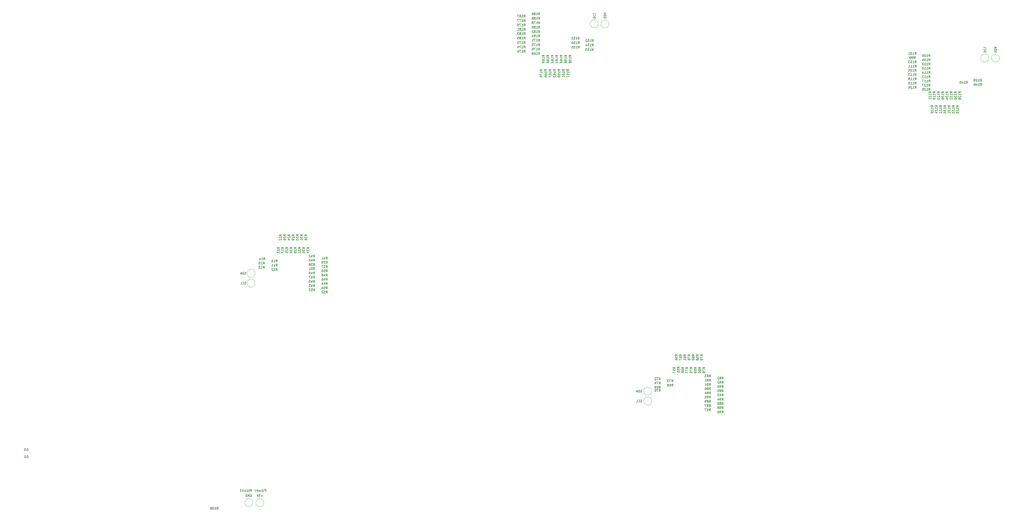
<source format=gbr>
%TF.GenerationSoftware,KiCad,Pcbnew,8.0.4*%
%TF.CreationDate,2025-01-23T16:30:58-08:00*%
%TF.ProjectId,traffic_paradise,74726166-6669-4635-9f70-617261646973,rev?*%
%TF.SameCoordinates,Original*%
%TF.FileFunction,Legend,Bot*%
%TF.FilePolarity,Positive*%
%FSLAX46Y46*%
G04 Gerber Fmt 4.6, Leading zero omitted, Abs format (unit mm)*
G04 Created by KiCad (PCBNEW 8.0.4) date 2025-01-23 16:30:58*
%MOMM*%
%LPD*%
G01*
G04 APERTURE LIST*
%ADD10C,0.150000*%
%ADD11C,0.200000*%
%ADD12C,0.120000*%
G04 APERTURE END LIST*
D10*
X85026381Y-106750200D02*
X84912095Y-106788295D01*
X84912095Y-106788295D02*
X84721619Y-106788295D01*
X84721619Y-106788295D02*
X84645428Y-106750200D01*
X84645428Y-106750200D02*
X84607333Y-106712104D01*
X84607333Y-106712104D02*
X84569238Y-106635914D01*
X84569238Y-106635914D02*
X84569238Y-106559723D01*
X84569238Y-106559723D02*
X84607333Y-106483533D01*
X84607333Y-106483533D02*
X84645428Y-106445438D01*
X84645428Y-106445438D02*
X84721619Y-106407342D01*
X84721619Y-106407342D02*
X84874000Y-106369247D01*
X84874000Y-106369247D02*
X84950190Y-106331152D01*
X84950190Y-106331152D02*
X84988285Y-106293057D01*
X84988285Y-106293057D02*
X85026381Y-106216866D01*
X85026381Y-106216866D02*
X85026381Y-106140676D01*
X85026381Y-106140676D02*
X84988285Y-106064485D01*
X84988285Y-106064485D02*
X84950190Y-106026390D01*
X84950190Y-106026390D02*
X84874000Y-105988295D01*
X84874000Y-105988295D02*
X84683523Y-105988295D01*
X84683523Y-105988295D02*
X84569238Y-106026390D01*
X83769237Y-106712104D02*
X83807333Y-106750200D01*
X83807333Y-106750200D02*
X83921618Y-106788295D01*
X83921618Y-106788295D02*
X83997809Y-106788295D01*
X83997809Y-106788295D02*
X84112095Y-106750200D01*
X84112095Y-106750200D02*
X84188285Y-106674009D01*
X84188285Y-106674009D02*
X84226380Y-106597819D01*
X84226380Y-106597819D02*
X84264476Y-106445438D01*
X84264476Y-106445438D02*
X84264476Y-106331152D01*
X84264476Y-106331152D02*
X84226380Y-106178771D01*
X84226380Y-106178771D02*
X84188285Y-106102580D01*
X84188285Y-106102580D02*
X84112095Y-106026390D01*
X84112095Y-106026390D02*
X83997809Y-105988295D01*
X83997809Y-105988295D02*
X83921618Y-105988295D01*
X83921618Y-105988295D02*
X83807333Y-106026390D01*
X83807333Y-106026390D02*
X83769237Y-106064485D01*
X83045428Y-106788295D02*
X83426380Y-106788295D01*
X83426380Y-106788295D02*
X83426380Y-105988295D01*
X354005800Y-23323428D02*
X353967704Y-23209142D01*
X353967704Y-23209142D02*
X353967704Y-23018666D01*
X353967704Y-23018666D02*
X354005800Y-22942475D01*
X354005800Y-22942475D02*
X354043895Y-22904380D01*
X354043895Y-22904380D02*
X354120085Y-22866285D01*
X354120085Y-22866285D02*
X354196276Y-22866285D01*
X354196276Y-22866285D02*
X354272466Y-22904380D01*
X354272466Y-22904380D02*
X354310561Y-22942475D01*
X354310561Y-22942475D02*
X354348657Y-23018666D01*
X354348657Y-23018666D02*
X354386752Y-23171047D01*
X354386752Y-23171047D02*
X354424847Y-23247237D01*
X354424847Y-23247237D02*
X354462942Y-23285332D01*
X354462942Y-23285332D02*
X354539133Y-23323428D01*
X354539133Y-23323428D02*
X354615323Y-23323428D01*
X354615323Y-23323428D02*
X354691514Y-23285332D01*
X354691514Y-23285332D02*
X354729609Y-23247237D01*
X354729609Y-23247237D02*
X354767704Y-23171047D01*
X354767704Y-23171047D02*
X354767704Y-22980570D01*
X354767704Y-22980570D02*
X354729609Y-22866285D01*
X353967704Y-22523427D02*
X354767704Y-22523427D01*
X354767704Y-22523427D02*
X354767704Y-22332951D01*
X354767704Y-22332951D02*
X354729609Y-22218665D01*
X354729609Y-22218665D02*
X354653419Y-22142475D01*
X354653419Y-22142475D02*
X354577228Y-22104380D01*
X354577228Y-22104380D02*
X354424847Y-22066284D01*
X354424847Y-22066284D02*
X354310561Y-22066284D01*
X354310561Y-22066284D02*
X354158180Y-22104380D01*
X354158180Y-22104380D02*
X354081990Y-22142475D01*
X354081990Y-22142475D02*
X354005800Y-22218665D01*
X354005800Y-22218665D02*
X353967704Y-22332951D01*
X353967704Y-22332951D02*
X353967704Y-22523427D01*
X354196276Y-21761523D02*
X354196276Y-21380570D01*
X353967704Y-21837713D02*
X354767704Y-21571046D01*
X354767704Y-21571046D02*
X353967704Y-21304380D01*
X227285428Y-145612200D02*
X227171142Y-145650295D01*
X227171142Y-145650295D02*
X226980666Y-145650295D01*
X226980666Y-145650295D02*
X226904475Y-145612200D01*
X226904475Y-145612200D02*
X226866380Y-145574104D01*
X226866380Y-145574104D02*
X226828285Y-145497914D01*
X226828285Y-145497914D02*
X226828285Y-145421723D01*
X226828285Y-145421723D02*
X226866380Y-145345533D01*
X226866380Y-145345533D02*
X226904475Y-145307438D01*
X226904475Y-145307438D02*
X226980666Y-145269342D01*
X226980666Y-145269342D02*
X227133047Y-145231247D01*
X227133047Y-145231247D02*
X227209237Y-145193152D01*
X227209237Y-145193152D02*
X227247332Y-145155057D01*
X227247332Y-145155057D02*
X227285428Y-145078866D01*
X227285428Y-145078866D02*
X227285428Y-145002676D01*
X227285428Y-145002676D02*
X227247332Y-144926485D01*
X227247332Y-144926485D02*
X227209237Y-144888390D01*
X227209237Y-144888390D02*
X227133047Y-144850295D01*
X227133047Y-144850295D02*
X226942570Y-144850295D01*
X226942570Y-144850295D02*
X226828285Y-144888390D01*
X226485427Y-145650295D02*
X226485427Y-144850295D01*
X226485427Y-144850295D02*
X226294951Y-144850295D01*
X226294951Y-144850295D02*
X226180665Y-144888390D01*
X226180665Y-144888390D02*
X226104475Y-144964580D01*
X226104475Y-144964580D02*
X226066380Y-145040771D01*
X226066380Y-145040771D02*
X226028284Y-145193152D01*
X226028284Y-145193152D02*
X226028284Y-145307438D01*
X226028284Y-145307438D02*
X226066380Y-145459819D01*
X226066380Y-145459819D02*
X226104475Y-145536009D01*
X226104475Y-145536009D02*
X226180665Y-145612200D01*
X226180665Y-145612200D02*
X226294951Y-145650295D01*
X226294951Y-145650295D02*
X226485427Y-145650295D01*
X225723523Y-145421723D02*
X225342570Y-145421723D01*
X225799713Y-145650295D02*
X225533046Y-144850295D01*
X225533046Y-144850295D02*
X225266380Y-145650295D01*
X227266381Y-149168200D02*
X227152095Y-149206295D01*
X227152095Y-149206295D02*
X226961619Y-149206295D01*
X226961619Y-149206295D02*
X226885428Y-149168200D01*
X226885428Y-149168200D02*
X226847333Y-149130104D01*
X226847333Y-149130104D02*
X226809238Y-149053914D01*
X226809238Y-149053914D02*
X226809238Y-148977723D01*
X226809238Y-148977723D02*
X226847333Y-148901533D01*
X226847333Y-148901533D02*
X226885428Y-148863438D01*
X226885428Y-148863438D02*
X226961619Y-148825342D01*
X226961619Y-148825342D02*
X227114000Y-148787247D01*
X227114000Y-148787247D02*
X227190190Y-148749152D01*
X227190190Y-148749152D02*
X227228285Y-148711057D01*
X227228285Y-148711057D02*
X227266381Y-148634866D01*
X227266381Y-148634866D02*
X227266381Y-148558676D01*
X227266381Y-148558676D02*
X227228285Y-148482485D01*
X227228285Y-148482485D02*
X227190190Y-148444390D01*
X227190190Y-148444390D02*
X227114000Y-148406295D01*
X227114000Y-148406295D02*
X226923523Y-148406295D01*
X226923523Y-148406295D02*
X226809238Y-148444390D01*
X226009237Y-149130104D02*
X226047333Y-149168200D01*
X226047333Y-149168200D02*
X226161618Y-149206295D01*
X226161618Y-149206295D02*
X226237809Y-149206295D01*
X226237809Y-149206295D02*
X226352095Y-149168200D01*
X226352095Y-149168200D02*
X226428285Y-149092009D01*
X226428285Y-149092009D02*
X226466380Y-149015819D01*
X226466380Y-149015819D02*
X226504476Y-148863438D01*
X226504476Y-148863438D02*
X226504476Y-148749152D01*
X226504476Y-148749152D02*
X226466380Y-148596771D01*
X226466380Y-148596771D02*
X226428285Y-148520580D01*
X226428285Y-148520580D02*
X226352095Y-148444390D01*
X226352095Y-148444390D02*
X226237809Y-148406295D01*
X226237809Y-148406295D02*
X226161618Y-148406295D01*
X226161618Y-148406295D02*
X226047333Y-148444390D01*
X226047333Y-148444390D02*
X226009237Y-148482485D01*
X225285428Y-149206295D02*
X225666380Y-149206295D01*
X225666380Y-149206295D02*
X225666380Y-148406295D01*
D11*
X92230326Y-181467219D02*
X92230326Y-180467219D01*
X92230326Y-180467219D02*
X91849374Y-180467219D01*
X91849374Y-180467219D02*
X91754136Y-180514838D01*
X91754136Y-180514838D02*
X91706517Y-180562457D01*
X91706517Y-180562457D02*
X91658898Y-180657695D01*
X91658898Y-180657695D02*
X91658898Y-180800552D01*
X91658898Y-180800552D02*
X91706517Y-180895790D01*
X91706517Y-180895790D02*
X91754136Y-180943409D01*
X91754136Y-180943409D02*
X91849374Y-180991028D01*
X91849374Y-180991028D02*
X92230326Y-180991028D01*
X91087469Y-181467219D02*
X91182707Y-181419600D01*
X91182707Y-181419600D02*
X91230326Y-181371980D01*
X91230326Y-181371980D02*
X91277945Y-181276742D01*
X91277945Y-181276742D02*
X91277945Y-180991028D01*
X91277945Y-180991028D02*
X91230326Y-180895790D01*
X91230326Y-180895790D02*
X91182707Y-180848171D01*
X91182707Y-180848171D02*
X91087469Y-180800552D01*
X91087469Y-180800552D02*
X90944612Y-180800552D01*
X90944612Y-180800552D02*
X90849374Y-180848171D01*
X90849374Y-180848171D02*
X90801755Y-180895790D01*
X90801755Y-180895790D02*
X90754136Y-180991028D01*
X90754136Y-180991028D02*
X90754136Y-181276742D01*
X90754136Y-181276742D02*
X90801755Y-181371980D01*
X90801755Y-181371980D02*
X90849374Y-181419600D01*
X90849374Y-181419600D02*
X90944612Y-181467219D01*
X90944612Y-181467219D02*
X91087469Y-181467219D01*
X90420802Y-180800552D02*
X90230326Y-181467219D01*
X90230326Y-181467219D02*
X90039850Y-180991028D01*
X90039850Y-180991028D02*
X89849374Y-181467219D01*
X89849374Y-181467219D02*
X89658898Y-180800552D01*
X88896993Y-181419600D02*
X88992231Y-181467219D01*
X88992231Y-181467219D02*
X89182707Y-181467219D01*
X89182707Y-181467219D02*
X89277945Y-181419600D01*
X89277945Y-181419600D02*
X89325564Y-181324361D01*
X89325564Y-181324361D02*
X89325564Y-180943409D01*
X89325564Y-180943409D02*
X89277945Y-180848171D01*
X89277945Y-180848171D02*
X89182707Y-180800552D01*
X89182707Y-180800552D02*
X88992231Y-180800552D01*
X88992231Y-180800552D02*
X88896993Y-180848171D01*
X88896993Y-180848171D02*
X88849374Y-180943409D01*
X88849374Y-180943409D02*
X88849374Y-181038647D01*
X88849374Y-181038647D02*
X89325564Y-181133885D01*
X88420802Y-181467219D02*
X88420802Y-180800552D01*
X88420802Y-180991028D02*
X88373183Y-180895790D01*
X88373183Y-180895790D02*
X88325564Y-180848171D01*
X88325564Y-180848171D02*
X88230326Y-180800552D01*
X88230326Y-180800552D02*
X88135088Y-180800552D01*
X87039849Y-181467219D02*
X87039849Y-180467219D01*
X87039849Y-180467219D02*
X86706516Y-181181504D01*
X86706516Y-181181504D02*
X86373183Y-180467219D01*
X86373183Y-180467219D02*
X86373183Y-181467219D01*
X85754135Y-181467219D02*
X85849373Y-181419600D01*
X85849373Y-181419600D02*
X85896992Y-181371980D01*
X85896992Y-181371980D02*
X85944611Y-181276742D01*
X85944611Y-181276742D02*
X85944611Y-180991028D01*
X85944611Y-180991028D02*
X85896992Y-180895790D01*
X85896992Y-180895790D02*
X85849373Y-180848171D01*
X85849373Y-180848171D02*
X85754135Y-180800552D01*
X85754135Y-180800552D02*
X85611278Y-180800552D01*
X85611278Y-180800552D02*
X85516040Y-180848171D01*
X85516040Y-180848171D02*
X85468421Y-180895790D01*
X85468421Y-180895790D02*
X85420802Y-180991028D01*
X85420802Y-180991028D02*
X85420802Y-181276742D01*
X85420802Y-181276742D02*
X85468421Y-181371980D01*
X85468421Y-181371980D02*
X85516040Y-181419600D01*
X85516040Y-181419600D02*
X85611278Y-181467219D01*
X85611278Y-181467219D02*
X85754135Y-181467219D01*
X84563659Y-180800552D02*
X84563659Y-181467219D01*
X84992230Y-180800552D02*
X84992230Y-181324361D01*
X84992230Y-181324361D02*
X84944611Y-181419600D01*
X84944611Y-181419600D02*
X84849373Y-181467219D01*
X84849373Y-181467219D02*
X84706516Y-181467219D01*
X84706516Y-181467219D02*
X84611278Y-181419600D01*
X84611278Y-181419600D02*
X84563659Y-181371980D01*
X84087468Y-180800552D02*
X84087468Y-181467219D01*
X84087468Y-180895790D02*
X84039849Y-180848171D01*
X84039849Y-180848171D02*
X83944611Y-180800552D01*
X83944611Y-180800552D02*
X83801754Y-180800552D01*
X83801754Y-180800552D02*
X83706516Y-180848171D01*
X83706516Y-180848171D02*
X83658897Y-180943409D01*
X83658897Y-180943409D02*
X83658897Y-181467219D01*
X83325563Y-180800552D02*
X82944611Y-180800552D01*
X83182706Y-180467219D02*
X83182706Y-181324361D01*
X83182706Y-181324361D02*
X83135087Y-181419600D01*
X83135087Y-181419600D02*
X83039849Y-181467219D01*
X83039849Y-181467219D02*
X82944611Y-181467219D01*
D10*
X85045428Y-103194200D02*
X84931142Y-103232295D01*
X84931142Y-103232295D02*
X84740666Y-103232295D01*
X84740666Y-103232295D02*
X84664475Y-103194200D01*
X84664475Y-103194200D02*
X84626380Y-103156104D01*
X84626380Y-103156104D02*
X84588285Y-103079914D01*
X84588285Y-103079914D02*
X84588285Y-103003723D01*
X84588285Y-103003723D02*
X84626380Y-102927533D01*
X84626380Y-102927533D02*
X84664475Y-102889438D01*
X84664475Y-102889438D02*
X84740666Y-102851342D01*
X84740666Y-102851342D02*
X84893047Y-102813247D01*
X84893047Y-102813247D02*
X84969237Y-102775152D01*
X84969237Y-102775152D02*
X85007332Y-102737057D01*
X85007332Y-102737057D02*
X85045428Y-102660866D01*
X85045428Y-102660866D02*
X85045428Y-102584676D01*
X85045428Y-102584676D02*
X85007332Y-102508485D01*
X85007332Y-102508485D02*
X84969237Y-102470390D01*
X84969237Y-102470390D02*
X84893047Y-102432295D01*
X84893047Y-102432295D02*
X84702570Y-102432295D01*
X84702570Y-102432295D02*
X84588285Y-102470390D01*
X84245427Y-103232295D02*
X84245427Y-102432295D01*
X84245427Y-102432295D02*
X84054951Y-102432295D01*
X84054951Y-102432295D02*
X83940665Y-102470390D01*
X83940665Y-102470390D02*
X83864475Y-102546580D01*
X83864475Y-102546580D02*
X83826380Y-102622771D01*
X83826380Y-102622771D02*
X83788284Y-102775152D01*
X83788284Y-102775152D02*
X83788284Y-102889438D01*
X83788284Y-102889438D02*
X83826380Y-103041819D01*
X83826380Y-103041819D02*
X83864475Y-103118009D01*
X83864475Y-103118009D02*
X83940665Y-103194200D01*
X83940665Y-103194200D02*
X84054951Y-103232295D01*
X84054951Y-103232295D02*
X84245427Y-103232295D01*
X83483523Y-103003723D02*
X83102570Y-103003723D01*
X83559713Y-103232295D02*
X83293046Y-102432295D01*
X83293046Y-102432295D02*
X83026380Y-103232295D01*
X209875800Y-11052381D02*
X209837704Y-10938095D01*
X209837704Y-10938095D02*
X209837704Y-10747619D01*
X209837704Y-10747619D02*
X209875800Y-10671428D01*
X209875800Y-10671428D02*
X209913895Y-10633333D01*
X209913895Y-10633333D02*
X209990085Y-10595238D01*
X209990085Y-10595238D02*
X210066276Y-10595238D01*
X210066276Y-10595238D02*
X210142466Y-10633333D01*
X210142466Y-10633333D02*
X210180561Y-10671428D01*
X210180561Y-10671428D02*
X210218657Y-10747619D01*
X210218657Y-10747619D02*
X210256752Y-10900000D01*
X210256752Y-10900000D02*
X210294847Y-10976190D01*
X210294847Y-10976190D02*
X210332942Y-11014285D01*
X210332942Y-11014285D02*
X210409133Y-11052381D01*
X210409133Y-11052381D02*
X210485323Y-11052381D01*
X210485323Y-11052381D02*
X210561514Y-11014285D01*
X210561514Y-11014285D02*
X210599609Y-10976190D01*
X210599609Y-10976190D02*
X210637704Y-10900000D01*
X210637704Y-10900000D02*
X210637704Y-10709523D01*
X210637704Y-10709523D02*
X210599609Y-10595238D01*
X209913895Y-9795237D02*
X209875800Y-9833333D01*
X209875800Y-9833333D02*
X209837704Y-9947618D01*
X209837704Y-9947618D02*
X209837704Y-10023809D01*
X209837704Y-10023809D02*
X209875800Y-10138095D01*
X209875800Y-10138095D02*
X209951990Y-10214285D01*
X209951990Y-10214285D02*
X210028180Y-10252380D01*
X210028180Y-10252380D02*
X210180561Y-10290476D01*
X210180561Y-10290476D02*
X210294847Y-10290476D01*
X210294847Y-10290476D02*
X210447228Y-10252380D01*
X210447228Y-10252380D02*
X210523419Y-10214285D01*
X210523419Y-10214285D02*
X210599609Y-10138095D01*
X210599609Y-10138095D02*
X210637704Y-10023809D01*
X210637704Y-10023809D02*
X210637704Y-9947618D01*
X210637704Y-9947618D02*
X210599609Y-9833333D01*
X210599609Y-9833333D02*
X210561514Y-9795237D01*
X209837704Y-9071428D02*
X209837704Y-9452380D01*
X209837704Y-9452380D02*
X210637704Y-9452380D01*
X213675800Y-11071428D02*
X213637704Y-10957142D01*
X213637704Y-10957142D02*
X213637704Y-10766666D01*
X213637704Y-10766666D02*
X213675800Y-10690475D01*
X213675800Y-10690475D02*
X213713895Y-10652380D01*
X213713895Y-10652380D02*
X213790085Y-10614285D01*
X213790085Y-10614285D02*
X213866276Y-10614285D01*
X213866276Y-10614285D02*
X213942466Y-10652380D01*
X213942466Y-10652380D02*
X213980561Y-10690475D01*
X213980561Y-10690475D02*
X214018657Y-10766666D01*
X214018657Y-10766666D02*
X214056752Y-10919047D01*
X214056752Y-10919047D02*
X214094847Y-10995237D01*
X214094847Y-10995237D02*
X214132942Y-11033332D01*
X214132942Y-11033332D02*
X214209133Y-11071428D01*
X214209133Y-11071428D02*
X214285323Y-11071428D01*
X214285323Y-11071428D02*
X214361514Y-11033332D01*
X214361514Y-11033332D02*
X214399609Y-10995237D01*
X214399609Y-10995237D02*
X214437704Y-10919047D01*
X214437704Y-10919047D02*
X214437704Y-10728570D01*
X214437704Y-10728570D02*
X214399609Y-10614285D01*
X213637704Y-10271427D02*
X214437704Y-10271427D01*
X214437704Y-10271427D02*
X214437704Y-10080951D01*
X214437704Y-10080951D02*
X214399609Y-9966665D01*
X214399609Y-9966665D02*
X214323419Y-9890475D01*
X214323419Y-9890475D02*
X214247228Y-9852380D01*
X214247228Y-9852380D02*
X214094847Y-9814284D01*
X214094847Y-9814284D02*
X213980561Y-9814284D01*
X213980561Y-9814284D02*
X213828180Y-9852380D01*
X213828180Y-9852380D02*
X213751990Y-9890475D01*
X213751990Y-9890475D02*
X213675800Y-9966665D01*
X213675800Y-9966665D02*
X213637704Y-10080951D01*
X213637704Y-10080951D02*
X213637704Y-10271427D01*
X213866276Y-9509523D02*
X213866276Y-9128570D01*
X213637704Y-9585713D02*
X214437704Y-9319046D01*
X214437704Y-9319046D02*
X213637704Y-9052380D01*
X91071570Y-182937533D02*
X90462047Y-182937533D01*
X90766808Y-183242295D02*
X90766808Y-182632771D01*
X89700142Y-182442295D02*
X90081094Y-182442295D01*
X90081094Y-182442295D02*
X90119190Y-182823247D01*
X90119190Y-182823247D02*
X90081094Y-182785152D01*
X90081094Y-182785152D02*
X90004904Y-182747057D01*
X90004904Y-182747057D02*
X89814428Y-182747057D01*
X89814428Y-182747057D02*
X89738237Y-182785152D01*
X89738237Y-182785152D02*
X89700142Y-182823247D01*
X89700142Y-182823247D02*
X89662047Y-182899438D01*
X89662047Y-182899438D02*
X89662047Y-183089914D01*
X89662047Y-183089914D02*
X89700142Y-183166104D01*
X89700142Y-183166104D02*
X89738237Y-183204200D01*
X89738237Y-183204200D02*
X89814428Y-183242295D01*
X89814428Y-183242295D02*
X90004904Y-183242295D01*
X90004904Y-183242295D02*
X90081094Y-183204200D01*
X90081094Y-183204200D02*
X90119190Y-183166104D01*
X89433475Y-182442295D02*
X89166808Y-183242295D01*
X89166808Y-183242295D02*
X88900142Y-182442295D01*
X350195800Y-23304381D02*
X350157704Y-23190095D01*
X350157704Y-23190095D02*
X350157704Y-22999619D01*
X350157704Y-22999619D02*
X350195800Y-22923428D01*
X350195800Y-22923428D02*
X350233895Y-22885333D01*
X350233895Y-22885333D02*
X350310085Y-22847238D01*
X350310085Y-22847238D02*
X350386276Y-22847238D01*
X350386276Y-22847238D02*
X350462466Y-22885333D01*
X350462466Y-22885333D02*
X350500561Y-22923428D01*
X350500561Y-22923428D02*
X350538657Y-22999619D01*
X350538657Y-22999619D02*
X350576752Y-23152000D01*
X350576752Y-23152000D02*
X350614847Y-23228190D01*
X350614847Y-23228190D02*
X350652942Y-23266285D01*
X350652942Y-23266285D02*
X350729133Y-23304381D01*
X350729133Y-23304381D02*
X350805323Y-23304381D01*
X350805323Y-23304381D02*
X350881514Y-23266285D01*
X350881514Y-23266285D02*
X350919609Y-23228190D01*
X350919609Y-23228190D02*
X350957704Y-23152000D01*
X350957704Y-23152000D02*
X350957704Y-22961523D01*
X350957704Y-22961523D02*
X350919609Y-22847238D01*
X350233895Y-22047237D02*
X350195800Y-22085333D01*
X350195800Y-22085333D02*
X350157704Y-22199618D01*
X350157704Y-22199618D02*
X350157704Y-22275809D01*
X350157704Y-22275809D02*
X350195800Y-22390095D01*
X350195800Y-22390095D02*
X350271990Y-22466285D01*
X350271990Y-22466285D02*
X350348180Y-22504380D01*
X350348180Y-22504380D02*
X350500561Y-22542476D01*
X350500561Y-22542476D02*
X350614847Y-22542476D01*
X350614847Y-22542476D02*
X350767228Y-22504380D01*
X350767228Y-22504380D02*
X350843419Y-22466285D01*
X350843419Y-22466285D02*
X350919609Y-22390095D01*
X350919609Y-22390095D02*
X350957704Y-22275809D01*
X350957704Y-22275809D02*
X350957704Y-22199618D01*
X350957704Y-22199618D02*
X350919609Y-22085333D01*
X350919609Y-22085333D02*
X350881514Y-22047237D01*
X350157704Y-21323428D02*
X350157704Y-21704380D01*
X350157704Y-21704380D02*
X350957704Y-21704380D01*
X86588523Y-182480390D02*
X86664713Y-182442295D01*
X86664713Y-182442295D02*
X86778999Y-182442295D01*
X86778999Y-182442295D02*
X86893285Y-182480390D01*
X86893285Y-182480390D02*
X86969475Y-182556580D01*
X86969475Y-182556580D02*
X87007570Y-182632771D01*
X87007570Y-182632771D02*
X87045666Y-182785152D01*
X87045666Y-182785152D02*
X87045666Y-182899438D01*
X87045666Y-182899438D02*
X87007570Y-183051819D01*
X87007570Y-183051819D02*
X86969475Y-183128009D01*
X86969475Y-183128009D02*
X86893285Y-183204200D01*
X86893285Y-183204200D02*
X86778999Y-183242295D01*
X86778999Y-183242295D02*
X86702808Y-183242295D01*
X86702808Y-183242295D02*
X86588523Y-183204200D01*
X86588523Y-183204200D02*
X86550427Y-183166104D01*
X86550427Y-183166104D02*
X86550427Y-182899438D01*
X86550427Y-182899438D02*
X86702808Y-182899438D01*
X86207570Y-183242295D02*
X86207570Y-182442295D01*
X86207570Y-182442295D02*
X85750427Y-183242295D01*
X85750427Y-183242295D02*
X85750427Y-182442295D01*
X85369475Y-183242295D02*
X85369475Y-182442295D01*
X85369475Y-182442295D02*
X85178999Y-182442295D01*
X85178999Y-182442295D02*
X85064713Y-182480390D01*
X85064713Y-182480390D02*
X84988523Y-182556580D01*
X84988523Y-182556580D02*
X84950428Y-182632771D01*
X84950428Y-182632771D02*
X84912332Y-182785152D01*
X84912332Y-182785152D02*
X84912332Y-182899438D01*
X84912332Y-182899438D02*
X84950428Y-183051819D01*
X84950428Y-183051819D02*
X84988523Y-183128009D01*
X84988523Y-183128009D02*
X85064713Y-183204200D01*
X85064713Y-183204200D02*
X85178999Y-183242295D01*
X85178999Y-183242295D02*
X85369475Y-183242295D01*
X184870237Y-16962295D02*
X185136904Y-16581342D01*
X185327380Y-16962295D02*
X185327380Y-16162295D01*
X185327380Y-16162295D02*
X185022618Y-16162295D01*
X185022618Y-16162295D02*
X184946428Y-16200390D01*
X184946428Y-16200390D02*
X184908333Y-16238485D01*
X184908333Y-16238485D02*
X184870237Y-16314676D01*
X184870237Y-16314676D02*
X184870237Y-16428961D01*
X184870237Y-16428961D02*
X184908333Y-16505152D01*
X184908333Y-16505152D02*
X184946428Y-16543247D01*
X184946428Y-16543247D02*
X185022618Y-16581342D01*
X185022618Y-16581342D02*
X185327380Y-16581342D01*
X184108333Y-16962295D02*
X184565476Y-16962295D01*
X184336904Y-16962295D02*
X184336904Y-16162295D01*
X184336904Y-16162295D02*
X184413095Y-16276580D01*
X184413095Y-16276580D02*
X184489285Y-16352771D01*
X184489285Y-16352771D02*
X184565476Y-16390866D01*
X183651190Y-16505152D02*
X183727380Y-16467057D01*
X183727380Y-16467057D02*
X183765475Y-16428961D01*
X183765475Y-16428961D02*
X183803571Y-16352771D01*
X183803571Y-16352771D02*
X183803571Y-16314676D01*
X183803571Y-16314676D02*
X183765475Y-16238485D01*
X183765475Y-16238485D02*
X183727380Y-16200390D01*
X183727380Y-16200390D02*
X183651190Y-16162295D01*
X183651190Y-16162295D02*
X183498809Y-16162295D01*
X183498809Y-16162295D02*
X183422618Y-16200390D01*
X183422618Y-16200390D02*
X183384523Y-16238485D01*
X183384523Y-16238485D02*
X183346428Y-16314676D01*
X183346428Y-16314676D02*
X183346428Y-16352771D01*
X183346428Y-16352771D02*
X183384523Y-16428961D01*
X183384523Y-16428961D02*
X183422618Y-16467057D01*
X183422618Y-16467057D02*
X183498809Y-16505152D01*
X183498809Y-16505152D02*
X183651190Y-16505152D01*
X183651190Y-16505152D02*
X183727380Y-16543247D01*
X183727380Y-16543247D02*
X183765475Y-16581342D01*
X183765475Y-16581342D02*
X183803571Y-16657533D01*
X183803571Y-16657533D02*
X183803571Y-16809914D01*
X183803571Y-16809914D02*
X183765475Y-16886104D01*
X183765475Y-16886104D02*
X183727380Y-16924200D01*
X183727380Y-16924200D02*
X183651190Y-16962295D01*
X183651190Y-16962295D02*
X183498809Y-16962295D01*
X183498809Y-16962295D02*
X183422618Y-16924200D01*
X183422618Y-16924200D02*
X183384523Y-16886104D01*
X183384523Y-16886104D02*
X183346428Y-16809914D01*
X183346428Y-16809914D02*
X183346428Y-16657533D01*
X183346428Y-16657533D02*
X183384523Y-16581342D01*
X183384523Y-16581342D02*
X183422618Y-16543247D01*
X183422618Y-16543247D02*
X183498809Y-16505152D01*
X183079761Y-16162295D02*
X182584523Y-16162295D01*
X182584523Y-16162295D02*
X182851189Y-16467057D01*
X182851189Y-16467057D02*
X182736904Y-16467057D01*
X182736904Y-16467057D02*
X182660713Y-16505152D01*
X182660713Y-16505152D02*
X182622618Y-16543247D01*
X182622618Y-16543247D02*
X182584523Y-16619438D01*
X182584523Y-16619438D02*
X182584523Y-16809914D01*
X182584523Y-16809914D02*
X182622618Y-16886104D01*
X182622618Y-16886104D02*
X182660713Y-16924200D01*
X182660713Y-16924200D02*
X182736904Y-16962295D01*
X182736904Y-16962295D02*
X182965475Y-16962295D01*
X182965475Y-16962295D02*
X183041666Y-16924200D01*
X183041666Y-16924200D02*
X183079761Y-16886104D01*
X195462295Y-24814762D02*
X195081342Y-24548095D01*
X195462295Y-24357619D02*
X194662295Y-24357619D01*
X194662295Y-24357619D02*
X194662295Y-24662381D01*
X194662295Y-24662381D02*
X194700390Y-24738571D01*
X194700390Y-24738571D02*
X194738485Y-24776666D01*
X194738485Y-24776666D02*
X194814676Y-24814762D01*
X194814676Y-24814762D02*
X194928961Y-24814762D01*
X194928961Y-24814762D02*
X195005152Y-24776666D01*
X195005152Y-24776666D02*
X195043247Y-24738571D01*
X195043247Y-24738571D02*
X195081342Y-24662381D01*
X195081342Y-24662381D02*
X195081342Y-24357619D01*
X195462295Y-25576666D02*
X195462295Y-25119523D01*
X195462295Y-25348095D02*
X194662295Y-25348095D01*
X194662295Y-25348095D02*
X194776580Y-25271904D01*
X194776580Y-25271904D02*
X194852771Y-25195714D01*
X194852771Y-25195714D02*
X194890866Y-25119523D01*
X194662295Y-26262381D02*
X194662295Y-26110000D01*
X194662295Y-26110000D02*
X194700390Y-26033809D01*
X194700390Y-26033809D02*
X194738485Y-25995714D01*
X194738485Y-25995714D02*
X194852771Y-25919524D01*
X194852771Y-25919524D02*
X195005152Y-25881428D01*
X195005152Y-25881428D02*
X195309914Y-25881428D01*
X195309914Y-25881428D02*
X195386104Y-25919524D01*
X195386104Y-25919524D02*
X195424200Y-25957619D01*
X195424200Y-25957619D02*
X195462295Y-26033809D01*
X195462295Y-26033809D02*
X195462295Y-26186190D01*
X195462295Y-26186190D02*
X195424200Y-26262381D01*
X195424200Y-26262381D02*
X195386104Y-26300476D01*
X195386104Y-26300476D02*
X195309914Y-26338571D01*
X195309914Y-26338571D02*
X195119438Y-26338571D01*
X195119438Y-26338571D02*
X195043247Y-26300476D01*
X195043247Y-26300476D02*
X195005152Y-26262381D01*
X195005152Y-26262381D02*
X194967057Y-26186190D01*
X194967057Y-26186190D02*
X194967057Y-26033809D01*
X194967057Y-26033809D02*
X195005152Y-25957619D01*
X195005152Y-25957619D02*
X195043247Y-25919524D01*
X195043247Y-25919524D02*
X195119438Y-25881428D01*
X194738485Y-26643333D02*
X194700390Y-26681429D01*
X194700390Y-26681429D02*
X194662295Y-26757619D01*
X194662295Y-26757619D02*
X194662295Y-26948095D01*
X194662295Y-26948095D02*
X194700390Y-27024286D01*
X194700390Y-27024286D02*
X194738485Y-27062381D01*
X194738485Y-27062381D02*
X194814676Y-27100476D01*
X194814676Y-27100476D02*
X194890866Y-27100476D01*
X194890866Y-27100476D02*
X195005152Y-27062381D01*
X195005152Y-27062381D02*
X195462295Y-26605238D01*
X195462295Y-26605238D02*
X195462295Y-27100476D01*
X332721295Y-37966762D02*
X332340342Y-37700095D01*
X332721295Y-37509619D02*
X331921295Y-37509619D01*
X331921295Y-37509619D02*
X331921295Y-37814381D01*
X331921295Y-37814381D02*
X331959390Y-37890571D01*
X331959390Y-37890571D02*
X331997485Y-37928666D01*
X331997485Y-37928666D02*
X332073676Y-37966762D01*
X332073676Y-37966762D02*
X332187961Y-37966762D01*
X332187961Y-37966762D02*
X332264152Y-37928666D01*
X332264152Y-37928666D02*
X332302247Y-37890571D01*
X332302247Y-37890571D02*
X332340342Y-37814381D01*
X332340342Y-37814381D02*
X332340342Y-37509619D01*
X332721295Y-38728666D02*
X332721295Y-38271523D01*
X332721295Y-38500095D02*
X331921295Y-38500095D01*
X331921295Y-38500095D02*
X332035580Y-38423904D01*
X332035580Y-38423904D02*
X332111771Y-38347714D01*
X332111771Y-38347714D02*
X332149866Y-38271523D01*
X332721295Y-39490571D02*
X332721295Y-39033428D01*
X332721295Y-39262000D02*
X331921295Y-39262000D01*
X331921295Y-39262000D02*
X332035580Y-39185809D01*
X332035580Y-39185809D02*
X332111771Y-39109619D01*
X332111771Y-39109619D02*
X332149866Y-39033428D01*
X332721295Y-39871524D02*
X332721295Y-40023905D01*
X332721295Y-40023905D02*
X332683200Y-40100095D01*
X332683200Y-40100095D02*
X332645104Y-40138191D01*
X332645104Y-40138191D02*
X332530819Y-40214381D01*
X332530819Y-40214381D02*
X332378438Y-40252476D01*
X332378438Y-40252476D02*
X332073676Y-40252476D01*
X332073676Y-40252476D02*
X331997485Y-40214381D01*
X331997485Y-40214381D02*
X331959390Y-40176286D01*
X331959390Y-40176286D02*
X331921295Y-40100095D01*
X331921295Y-40100095D02*
X331921295Y-39947714D01*
X331921295Y-39947714D02*
X331959390Y-39871524D01*
X331959390Y-39871524D02*
X331997485Y-39833429D01*
X331997485Y-39833429D02*
X332073676Y-39795333D01*
X332073676Y-39795333D02*
X332264152Y-39795333D01*
X332264152Y-39795333D02*
X332340342Y-39833429D01*
X332340342Y-39833429D02*
X332378438Y-39871524D01*
X332378438Y-39871524D02*
X332416533Y-39947714D01*
X332416533Y-39947714D02*
X332416533Y-40100095D01*
X332416533Y-40100095D02*
X332378438Y-40176286D01*
X332378438Y-40176286D02*
X332340342Y-40214381D01*
X332340342Y-40214381D02*
X332264152Y-40252476D01*
X341103295Y-42919762D02*
X340722342Y-42653095D01*
X341103295Y-42462619D02*
X340303295Y-42462619D01*
X340303295Y-42462619D02*
X340303295Y-42767381D01*
X340303295Y-42767381D02*
X340341390Y-42843571D01*
X340341390Y-42843571D02*
X340379485Y-42881666D01*
X340379485Y-42881666D02*
X340455676Y-42919762D01*
X340455676Y-42919762D02*
X340569961Y-42919762D01*
X340569961Y-42919762D02*
X340646152Y-42881666D01*
X340646152Y-42881666D02*
X340684247Y-42843571D01*
X340684247Y-42843571D02*
X340722342Y-42767381D01*
X340722342Y-42767381D02*
X340722342Y-42462619D01*
X341103295Y-43681666D02*
X341103295Y-43224523D01*
X341103295Y-43453095D02*
X340303295Y-43453095D01*
X340303295Y-43453095D02*
X340417580Y-43376904D01*
X340417580Y-43376904D02*
X340493771Y-43300714D01*
X340493771Y-43300714D02*
X340531866Y-43224523D01*
X340379485Y-43986428D02*
X340341390Y-44024524D01*
X340341390Y-44024524D02*
X340303295Y-44100714D01*
X340303295Y-44100714D02*
X340303295Y-44291190D01*
X340303295Y-44291190D02*
X340341390Y-44367381D01*
X340341390Y-44367381D02*
X340379485Y-44405476D01*
X340379485Y-44405476D02*
X340455676Y-44443571D01*
X340455676Y-44443571D02*
X340531866Y-44443571D01*
X340531866Y-44443571D02*
X340646152Y-44405476D01*
X340646152Y-44405476D02*
X341103295Y-43948333D01*
X341103295Y-43948333D02*
X341103295Y-44443571D01*
X341103295Y-44824524D02*
X341103295Y-44976905D01*
X341103295Y-44976905D02*
X341065200Y-45053095D01*
X341065200Y-45053095D02*
X341027104Y-45091191D01*
X341027104Y-45091191D02*
X340912819Y-45167381D01*
X340912819Y-45167381D02*
X340760438Y-45205476D01*
X340760438Y-45205476D02*
X340455676Y-45205476D01*
X340455676Y-45205476D02*
X340379485Y-45167381D01*
X340379485Y-45167381D02*
X340341390Y-45129286D01*
X340341390Y-45129286D02*
X340303295Y-45053095D01*
X340303295Y-45053095D02*
X340303295Y-44900714D01*
X340303295Y-44900714D02*
X340341390Y-44824524D01*
X340341390Y-44824524D02*
X340379485Y-44786429D01*
X340379485Y-44786429D02*
X340455676Y-44748333D01*
X340455676Y-44748333D02*
X340646152Y-44748333D01*
X340646152Y-44748333D02*
X340722342Y-44786429D01*
X340722342Y-44786429D02*
X340760438Y-44824524D01*
X340760438Y-44824524D02*
X340798533Y-44900714D01*
X340798533Y-44900714D02*
X340798533Y-45053095D01*
X340798533Y-45053095D02*
X340760438Y-45129286D01*
X340760438Y-45129286D02*
X340722342Y-45167381D01*
X340722342Y-45167381D02*
X340646152Y-45205476D01*
X239249295Y-137153714D02*
X238868342Y-136887047D01*
X239249295Y-136696571D02*
X238449295Y-136696571D01*
X238449295Y-136696571D02*
X238449295Y-137001333D01*
X238449295Y-137001333D02*
X238487390Y-137077523D01*
X238487390Y-137077523D02*
X238525485Y-137115618D01*
X238525485Y-137115618D02*
X238601676Y-137153714D01*
X238601676Y-137153714D02*
X238715961Y-137153714D01*
X238715961Y-137153714D02*
X238792152Y-137115618D01*
X238792152Y-137115618D02*
X238830247Y-137077523D01*
X238830247Y-137077523D02*
X238868342Y-137001333D01*
X238868342Y-137001333D02*
X238868342Y-136696571D01*
X238449295Y-137877523D02*
X238449295Y-137496571D01*
X238449295Y-137496571D02*
X238830247Y-137458475D01*
X238830247Y-137458475D02*
X238792152Y-137496571D01*
X238792152Y-137496571D02*
X238754057Y-137572761D01*
X238754057Y-137572761D02*
X238754057Y-137763237D01*
X238754057Y-137763237D02*
X238792152Y-137839428D01*
X238792152Y-137839428D02*
X238830247Y-137877523D01*
X238830247Y-137877523D02*
X238906438Y-137915618D01*
X238906438Y-137915618D02*
X239096914Y-137915618D01*
X239096914Y-137915618D02*
X239173104Y-137877523D01*
X239173104Y-137877523D02*
X239211200Y-137839428D01*
X239211200Y-137839428D02*
X239249295Y-137763237D01*
X239249295Y-137763237D02*
X239249295Y-137572761D01*
X239249295Y-137572761D02*
X239211200Y-137496571D01*
X239211200Y-137496571D02*
X239173104Y-137458475D01*
X238449295Y-138182285D02*
X238449295Y-138715619D01*
X238449295Y-138715619D02*
X239249295Y-138372761D01*
X184860237Y-21762295D02*
X185126904Y-21381342D01*
X185317380Y-21762295D02*
X185317380Y-20962295D01*
X185317380Y-20962295D02*
X185012618Y-20962295D01*
X185012618Y-20962295D02*
X184936428Y-21000390D01*
X184936428Y-21000390D02*
X184898333Y-21038485D01*
X184898333Y-21038485D02*
X184860237Y-21114676D01*
X184860237Y-21114676D02*
X184860237Y-21228961D01*
X184860237Y-21228961D02*
X184898333Y-21305152D01*
X184898333Y-21305152D02*
X184936428Y-21343247D01*
X184936428Y-21343247D02*
X185012618Y-21381342D01*
X185012618Y-21381342D02*
X185317380Y-21381342D01*
X184098333Y-21762295D02*
X184555476Y-21762295D01*
X184326904Y-21762295D02*
X184326904Y-20962295D01*
X184326904Y-20962295D02*
X184403095Y-21076580D01*
X184403095Y-21076580D02*
X184479285Y-21152771D01*
X184479285Y-21152771D02*
X184555476Y-21190866D01*
X183831666Y-20962295D02*
X183298332Y-20962295D01*
X183298332Y-20962295D02*
X183641190Y-21762295D01*
X182650713Y-21228961D02*
X182650713Y-21762295D01*
X182841189Y-20924200D02*
X183031666Y-21495628D01*
X183031666Y-21495628D02*
X182536427Y-21495628D01*
X95764285Y-101835295D02*
X96030952Y-101454342D01*
X96221428Y-101835295D02*
X96221428Y-101035295D01*
X96221428Y-101035295D02*
X95916666Y-101035295D01*
X95916666Y-101035295D02*
X95840476Y-101073390D01*
X95840476Y-101073390D02*
X95802381Y-101111485D01*
X95802381Y-101111485D02*
X95764285Y-101187676D01*
X95764285Y-101187676D02*
X95764285Y-101301961D01*
X95764285Y-101301961D02*
X95802381Y-101378152D01*
X95802381Y-101378152D02*
X95840476Y-101416247D01*
X95840476Y-101416247D02*
X95916666Y-101454342D01*
X95916666Y-101454342D02*
X96221428Y-101454342D01*
X95002381Y-101835295D02*
X95459524Y-101835295D01*
X95230952Y-101835295D02*
X95230952Y-101035295D01*
X95230952Y-101035295D02*
X95307143Y-101149580D01*
X95307143Y-101149580D02*
X95383333Y-101225771D01*
X95383333Y-101225771D02*
X95459524Y-101263866D01*
X94697619Y-101111485D02*
X94659523Y-101073390D01*
X94659523Y-101073390D02*
X94583333Y-101035295D01*
X94583333Y-101035295D02*
X94392857Y-101035295D01*
X94392857Y-101035295D02*
X94316666Y-101073390D01*
X94316666Y-101073390D02*
X94278571Y-101111485D01*
X94278571Y-101111485D02*
X94240476Y-101187676D01*
X94240476Y-101187676D02*
X94240476Y-101263866D01*
X94240476Y-101263866D02*
X94278571Y-101378152D01*
X94278571Y-101378152D02*
X94735714Y-101835295D01*
X94735714Y-101835295D02*
X94240476Y-101835295D01*
X109226285Y-97009295D02*
X109492952Y-96628342D01*
X109683428Y-97009295D02*
X109683428Y-96209295D01*
X109683428Y-96209295D02*
X109378666Y-96209295D01*
X109378666Y-96209295D02*
X109302476Y-96247390D01*
X109302476Y-96247390D02*
X109264381Y-96285485D01*
X109264381Y-96285485D02*
X109226285Y-96361676D01*
X109226285Y-96361676D02*
X109226285Y-96475961D01*
X109226285Y-96475961D02*
X109264381Y-96552152D01*
X109264381Y-96552152D02*
X109302476Y-96590247D01*
X109302476Y-96590247D02*
X109378666Y-96628342D01*
X109378666Y-96628342D02*
X109683428Y-96628342D01*
X108540571Y-96475961D02*
X108540571Y-97009295D01*
X108731047Y-96171200D02*
X108921524Y-96742628D01*
X108921524Y-96742628D02*
X108426285Y-96742628D01*
X108159619Y-96285485D02*
X108121523Y-96247390D01*
X108121523Y-96247390D02*
X108045333Y-96209295D01*
X108045333Y-96209295D02*
X107854857Y-96209295D01*
X107854857Y-96209295D02*
X107778666Y-96247390D01*
X107778666Y-96247390D02*
X107740571Y-96285485D01*
X107740571Y-96285485D02*
X107702476Y-96361676D01*
X107702476Y-96361676D02*
X107702476Y-96437866D01*
X107702476Y-96437866D02*
X107740571Y-96552152D01*
X107740571Y-96552152D02*
X108197714Y-97009295D01*
X108197714Y-97009295D02*
X107702476Y-97009295D01*
X197062295Y-24814762D02*
X196681342Y-24548095D01*
X197062295Y-24357619D02*
X196262295Y-24357619D01*
X196262295Y-24357619D02*
X196262295Y-24662381D01*
X196262295Y-24662381D02*
X196300390Y-24738571D01*
X196300390Y-24738571D02*
X196338485Y-24776666D01*
X196338485Y-24776666D02*
X196414676Y-24814762D01*
X196414676Y-24814762D02*
X196528961Y-24814762D01*
X196528961Y-24814762D02*
X196605152Y-24776666D01*
X196605152Y-24776666D02*
X196643247Y-24738571D01*
X196643247Y-24738571D02*
X196681342Y-24662381D01*
X196681342Y-24662381D02*
X196681342Y-24357619D01*
X197062295Y-25576666D02*
X197062295Y-25119523D01*
X197062295Y-25348095D02*
X196262295Y-25348095D01*
X196262295Y-25348095D02*
X196376580Y-25271904D01*
X196376580Y-25271904D02*
X196452771Y-25195714D01*
X196452771Y-25195714D02*
X196490866Y-25119523D01*
X196262295Y-26262381D02*
X196262295Y-26110000D01*
X196262295Y-26110000D02*
X196300390Y-26033809D01*
X196300390Y-26033809D02*
X196338485Y-25995714D01*
X196338485Y-25995714D02*
X196452771Y-25919524D01*
X196452771Y-25919524D02*
X196605152Y-25881428D01*
X196605152Y-25881428D02*
X196909914Y-25881428D01*
X196909914Y-25881428D02*
X196986104Y-25919524D01*
X196986104Y-25919524D02*
X197024200Y-25957619D01*
X197024200Y-25957619D02*
X197062295Y-26033809D01*
X197062295Y-26033809D02*
X197062295Y-26186190D01*
X197062295Y-26186190D02*
X197024200Y-26262381D01*
X197024200Y-26262381D02*
X196986104Y-26300476D01*
X196986104Y-26300476D02*
X196909914Y-26338571D01*
X196909914Y-26338571D02*
X196719438Y-26338571D01*
X196719438Y-26338571D02*
X196643247Y-26300476D01*
X196643247Y-26300476D02*
X196605152Y-26262381D01*
X196605152Y-26262381D02*
X196567057Y-26186190D01*
X196567057Y-26186190D02*
X196567057Y-26033809D01*
X196567057Y-26033809D02*
X196605152Y-25957619D01*
X196605152Y-25957619D02*
X196643247Y-25919524D01*
X196643247Y-25919524D02*
X196719438Y-25881428D01*
X196528961Y-27024286D02*
X197062295Y-27024286D01*
X196224200Y-26833810D02*
X196795628Y-26643333D01*
X196795628Y-26643333D02*
X196795628Y-27138572D01*
X335007295Y-42919762D02*
X334626342Y-42653095D01*
X335007295Y-42462619D02*
X334207295Y-42462619D01*
X334207295Y-42462619D02*
X334207295Y-42767381D01*
X334207295Y-42767381D02*
X334245390Y-42843571D01*
X334245390Y-42843571D02*
X334283485Y-42881666D01*
X334283485Y-42881666D02*
X334359676Y-42919762D01*
X334359676Y-42919762D02*
X334473961Y-42919762D01*
X334473961Y-42919762D02*
X334550152Y-42881666D01*
X334550152Y-42881666D02*
X334588247Y-42843571D01*
X334588247Y-42843571D02*
X334626342Y-42767381D01*
X334626342Y-42767381D02*
X334626342Y-42462619D01*
X335007295Y-43681666D02*
X335007295Y-43224523D01*
X335007295Y-43453095D02*
X334207295Y-43453095D01*
X334207295Y-43453095D02*
X334321580Y-43376904D01*
X334321580Y-43376904D02*
X334397771Y-43300714D01*
X334397771Y-43300714D02*
X334435866Y-43224523D01*
X334283485Y-43986428D02*
X334245390Y-44024524D01*
X334245390Y-44024524D02*
X334207295Y-44100714D01*
X334207295Y-44100714D02*
X334207295Y-44291190D01*
X334207295Y-44291190D02*
X334245390Y-44367381D01*
X334245390Y-44367381D02*
X334283485Y-44405476D01*
X334283485Y-44405476D02*
X334359676Y-44443571D01*
X334359676Y-44443571D02*
X334435866Y-44443571D01*
X334435866Y-44443571D02*
X334550152Y-44405476D01*
X334550152Y-44405476D02*
X335007295Y-43948333D01*
X335007295Y-43948333D02*
X335007295Y-44443571D01*
X334283485Y-44748333D02*
X334245390Y-44786429D01*
X334245390Y-44786429D02*
X334207295Y-44862619D01*
X334207295Y-44862619D02*
X334207295Y-45053095D01*
X334207295Y-45053095D02*
X334245390Y-45129286D01*
X334245390Y-45129286D02*
X334283485Y-45167381D01*
X334283485Y-45167381D02*
X334359676Y-45205476D01*
X334359676Y-45205476D02*
X334435866Y-45205476D01*
X334435866Y-45205476D02*
X334550152Y-45167381D01*
X334550152Y-45167381D02*
X335007295Y-44710238D01*
X335007295Y-44710238D02*
X335007295Y-45205476D01*
X251466285Y-140189295D02*
X251732952Y-139808342D01*
X251923428Y-140189295D02*
X251923428Y-139389295D01*
X251923428Y-139389295D02*
X251618666Y-139389295D01*
X251618666Y-139389295D02*
X251542476Y-139427390D01*
X251542476Y-139427390D02*
X251504381Y-139465485D01*
X251504381Y-139465485D02*
X251466285Y-139541676D01*
X251466285Y-139541676D02*
X251466285Y-139655961D01*
X251466285Y-139655961D02*
X251504381Y-139732152D01*
X251504381Y-139732152D02*
X251542476Y-139770247D01*
X251542476Y-139770247D02*
X251618666Y-139808342D01*
X251618666Y-139808342D02*
X251923428Y-139808342D01*
X251009143Y-139732152D02*
X251085333Y-139694057D01*
X251085333Y-139694057D02*
X251123428Y-139655961D01*
X251123428Y-139655961D02*
X251161524Y-139579771D01*
X251161524Y-139579771D02*
X251161524Y-139541676D01*
X251161524Y-139541676D02*
X251123428Y-139465485D01*
X251123428Y-139465485D02*
X251085333Y-139427390D01*
X251085333Y-139427390D02*
X251009143Y-139389295D01*
X251009143Y-139389295D02*
X250856762Y-139389295D01*
X250856762Y-139389295D02*
X250780571Y-139427390D01*
X250780571Y-139427390D02*
X250742476Y-139465485D01*
X250742476Y-139465485D02*
X250704381Y-139541676D01*
X250704381Y-139541676D02*
X250704381Y-139579771D01*
X250704381Y-139579771D02*
X250742476Y-139655961D01*
X250742476Y-139655961D02*
X250780571Y-139694057D01*
X250780571Y-139694057D02*
X250856762Y-139732152D01*
X250856762Y-139732152D02*
X251009143Y-139732152D01*
X251009143Y-139732152D02*
X251085333Y-139770247D01*
X251085333Y-139770247D02*
X251123428Y-139808342D01*
X251123428Y-139808342D02*
X251161524Y-139884533D01*
X251161524Y-139884533D02*
X251161524Y-140036914D01*
X251161524Y-140036914D02*
X251123428Y-140113104D01*
X251123428Y-140113104D02*
X251085333Y-140151200D01*
X251085333Y-140151200D02*
X251009143Y-140189295D01*
X251009143Y-140189295D02*
X250856762Y-140189295D01*
X250856762Y-140189295D02*
X250780571Y-140151200D01*
X250780571Y-140151200D02*
X250742476Y-140113104D01*
X250742476Y-140113104D02*
X250704381Y-140036914D01*
X250704381Y-140036914D02*
X250704381Y-139884533D01*
X250704381Y-139884533D02*
X250742476Y-139808342D01*
X250742476Y-139808342D02*
X250780571Y-139770247D01*
X250780571Y-139770247D02*
X250856762Y-139732152D01*
X250437714Y-139389295D02*
X249942476Y-139389295D01*
X249942476Y-139389295D02*
X250209142Y-139694057D01*
X250209142Y-139694057D02*
X250094857Y-139694057D01*
X250094857Y-139694057D02*
X250018666Y-139732152D01*
X250018666Y-139732152D02*
X249980571Y-139770247D01*
X249980571Y-139770247D02*
X249942476Y-139846438D01*
X249942476Y-139846438D02*
X249942476Y-140036914D01*
X249942476Y-140036914D02*
X249980571Y-140113104D01*
X249980571Y-140113104D02*
X250018666Y-140151200D01*
X250018666Y-140151200D02*
X250094857Y-140189295D01*
X250094857Y-140189295D02*
X250323428Y-140189295D01*
X250323428Y-140189295D02*
X250399619Y-140151200D01*
X250399619Y-140151200D02*
X250437714Y-140113104D01*
X184860237Y-23362295D02*
X185126904Y-22981342D01*
X185317380Y-23362295D02*
X185317380Y-22562295D01*
X185317380Y-22562295D02*
X185012618Y-22562295D01*
X185012618Y-22562295D02*
X184936428Y-22600390D01*
X184936428Y-22600390D02*
X184898333Y-22638485D01*
X184898333Y-22638485D02*
X184860237Y-22714676D01*
X184860237Y-22714676D02*
X184860237Y-22828961D01*
X184860237Y-22828961D02*
X184898333Y-22905152D01*
X184898333Y-22905152D02*
X184936428Y-22943247D01*
X184936428Y-22943247D02*
X185012618Y-22981342D01*
X185012618Y-22981342D02*
X185317380Y-22981342D01*
X184098333Y-23362295D02*
X184555476Y-23362295D01*
X184326904Y-23362295D02*
X184326904Y-22562295D01*
X184326904Y-22562295D02*
X184403095Y-22676580D01*
X184403095Y-22676580D02*
X184479285Y-22752771D01*
X184479285Y-22752771D02*
X184555476Y-22790866D01*
X183831666Y-22562295D02*
X183298332Y-22562295D01*
X183298332Y-22562295D02*
X183641190Y-23362295D01*
X182650713Y-22562295D02*
X182803094Y-22562295D01*
X182803094Y-22562295D02*
X182879285Y-22600390D01*
X182879285Y-22600390D02*
X182917380Y-22638485D01*
X182917380Y-22638485D02*
X182993570Y-22752771D01*
X182993570Y-22752771D02*
X183031666Y-22905152D01*
X183031666Y-22905152D02*
X183031666Y-23209914D01*
X183031666Y-23209914D02*
X182993570Y-23286104D01*
X182993570Y-23286104D02*
X182955475Y-23324200D01*
X182955475Y-23324200D02*
X182879285Y-23362295D01*
X182879285Y-23362295D02*
X182726904Y-23362295D01*
X182726904Y-23362295D02*
X182650713Y-23324200D01*
X182650713Y-23324200D02*
X182612618Y-23286104D01*
X182612618Y-23286104D02*
X182574523Y-23209914D01*
X182574523Y-23209914D02*
X182574523Y-23019438D01*
X182574523Y-23019438D02*
X182612618Y-22943247D01*
X182612618Y-22943247D02*
X182650713Y-22905152D01*
X182650713Y-22905152D02*
X182726904Y-22867057D01*
X182726904Y-22867057D02*
X182879285Y-22867057D01*
X182879285Y-22867057D02*
X182955475Y-22905152D01*
X182955475Y-22905152D02*
X182993570Y-22943247D01*
X182993570Y-22943247D02*
X183031666Y-23019438D01*
X256038285Y-140951295D02*
X256304952Y-140570342D01*
X256495428Y-140951295D02*
X256495428Y-140151295D01*
X256495428Y-140151295D02*
X256190666Y-140151295D01*
X256190666Y-140151295D02*
X256114476Y-140189390D01*
X256114476Y-140189390D02*
X256076381Y-140227485D01*
X256076381Y-140227485D02*
X256038285Y-140303676D01*
X256038285Y-140303676D02*
X256038285Y-140417961D01*
X256038285Y-140417961D02*
X256076381Y-140494152D01*
X256076381Y-140494152D02*
X256114476Y-140532247D01*
X256114476Y-140532247D02*
X256190666Y-140570342D01*
X256190666Y-140570342D02*
X256495428Y-140570342D01*
X255581143Y-140494152D02*
X255657333Y-140456057D01*
X255657333Y-140456057D02*
X255695428Y-140417961D01*
X255695428Y-140417961D02*
X255733524Y-140341771D01*
X255733524Y-140341771D02*
X255733524Y-140303676D01*
X255733524Y-140303676D02*
X255695428Y-140227485D01*
X255695428Y-140227485D02*
X255657333Y-140189390D01*
X255657333Y-140189390D02*
X255581143Y-140151295D01*
X255581143Y-140151295D02*
X255428762Y-140151295D01*
X255428762Y-140151295D02*
X255352571Y-140189390D01*
X255352571Y-140189390D02*
X255314476Y-140227485D01*
X255314476Y-140227485D02*
X255276381Y-140303676D01*
X255276381Y-140303676D02*
X255276381Y-140341771D01*
X255276381Y-140341771D02*
X255314476Y-140417961D01*
X255314476Y-140417961D02*
X255352571Y-140456057D01*
X255352571Y-140456057D02*
X255428762Y-140494152D01*
X255428762Y-140494152D02*
X255581143Y-140494152D01*
X255581143Y-140494152D02*
X255657333Y-140532247D01*
X255657333Y-140532247D02*
X255695428Y-140570342D01*
X255695428Y-140570342D02*
X255733524Y-140646533D01*
X255733524Y-140646533D02*
X255733524Y-140798914D01*
X255733524Y-140798914D02*
X255695428Y-140875104D01*
X255695428Y-140875104D02*
X255657333Y-140913200D01*
X255657333Y-140913200D02*
X255581143Y-140951295D01*
X255581143Y-140951295D02*
X255428762Y-140951295D01*
X255428762Y-140951295D02*
X255352571Y-140913200D01*
X255352571Y-140913200D02*
X255314476Y-140875104D01*
X255314476Y-140875104D02*
X255276381Y-140798914D01*
X255276381Y-140798914D02*
X255276381Y-140646533D01*
X255276381Y-140646533D02*
X255314476Y-140570342D01*
X255314476Y-140570342D02*
X255352571Y-140532247D01*
X255352571Y-140532247D02*
X255428762Y-140494152D01*
X254971619Y-140227485D02*
X254933523Y-140189390D01*
X254933523Y-140189390D02*
X254857333Y-140151295D01*
X254857333Y-140151295D02*
X254666857Y-140151295D01*
X254666857Y-140151295D02*
X254590666Y-140189390D01*
X254590666Y-140189390D02*
X254552571Y-140227485D01*
X254552571Y-140227485D02*
X254514476Y-140303676D01*
X254514476Y-140303676D02*
X254514476Y-140379866D01*
X254514476Y-140379866D02*
X254552571Y-140494152D01*
X254552571Y-140494152D02*
X255009714Y-140951295D01*
X255009714Y-140951295D02*
X254514476Y-140951295D01*
X339579295Y-42919762D02*
X339198342Y-42653095D01*
X339579295Y-42462619D02*
X338779295Y-42462619D01*
X338779295Y-42462619D02*
X338779295Y-42767381D01*
X338779295Y-42767381D02*
X338817390Y-42843571D01*
X338817390Y-42843571D02*
X338855485Y-42881666D01*
X338855485Y-42881666D02*
X338931676Y-42919762D01*
X338931676Y-42919762D02*
X339045961Y-42919762D01*
X339045961Y-42919762D02*
X339122152Y-42881666D01*
X339122152Y-42881666D02*
X339160247Y-42843571D01*
X339160247Y-42843571D02*
X339198342Y-42767381D01*
X339198342Y-42767381D02*
X339198342Y-42462619D01*
X339579295Y-43681666D02*
X339579295Y-43224523D01*
X339579295Y-43453095D02*
X338779295Y-43453095D01*
X338779295Y-43453095D02*
X338893580Y-43376904D01*
X338893580Y-43376904D02*
X338969771Y-43300714D01*
X338969771Y-43300714D02*
X339007866Y-43224523D01*
X338779295Y-43948333D02*
X338779295Y-44443571D01*
X338779295Y-44443571D02*
X339084057Y-44176905D01*
X339084057Y-44176905D02*
X339084057Y-44291190D01*
X339084057Y-44291190D02*
X339122152Y-44367381D01*
X339122152Y-44367381D02*
X339160247Y-44405476D01*
X339160247Y-44405476D02*
X339236438Y-44443571D01*
X339236438Y-44443571D02*
X339426914Y-44443571D01*
X339426914Y-44443571D02*
X339503104Y-44405476D01*
X339503104Y-44405476D02*
X339541200Y-44367381D01*
X339541200Y-44367381D02*
X339579295Y-44291190D01*
X339579295Y-44291190D02*
X339579295Y-44062619D01*
X339579295Y-44062619D02*
X339541200Y-43986428D01*
X339541200Y-43986428D02*
X339503104Y-43948333D01*
X338779295Y-44710238D02*
X338779295Y-45205476D01*
X338779295Y-45205476D02*
X339084057Y-44938810D01*
X339084057Y-44938810D02*
X339084057Y-45053095D01*
X339084057Y-45053095D02*
X339122152Y-45129286D01*
X339122152Y-45129286D02*
X339160247Y-45167381D01*
X339160247Y-45167381D02*
X339236438Y-45205476D01*
X339236438Y-45205476D02*
X339426914Y-45205476D01*
X339426914Y-45205476D02*
X339503104Y-45167381D01*
X339503104Y-45167381D02*
X339541200Y-45129286D01*
X339541200Y-45129286D02*
X339579295Y-45053095D01*
X339579295Y-45053095D02*
X339579295Y-44824524D01*
X339579295Y-44824524D02*
X339541200Y-44748333D01*
X339541200Y-44748333D02*
X339503104Y-44710238D01*
X325380237Y-36303295D02*
X325646904Y-35922342D01*
X325837380Y-36303295D02*
X325837380Y-35503295D01*
X325837380Y-35503295D02*
X325532618Y-35503295D01*
X325532618Y-35503295D02*
X325456428Y-35541390D01*
X325456428Y-35541390D02*
X325418333Y-35579485D01*
X325418333Y-35579485D02*
X325380237Y-35655676D01*
X325380237Y-35655676D02*
X325380237Y-35769961D01*
X325380237Y-35769961D02*
X325418333Y-35846152D01*
X325418333Y-35846152D02*
X325456428Y-35884247D01*
X325456428Y-35884247D02*
X325532618Y-35922342D01*
X325532618Y-35922342D02*
X325837380Y-35922342D01*
X324618333Y-36303295D02*
X325075476Y-36303295D01*
X324846904Y-36303295D02*
X324846904Y-35503295D01*
X324846904Y-35503295D02*
X324923095Y-35617580D01*
X324923095Y-35617580D02*
X324999285Y-35693771D01*
X324999285Y-35693771D02*
X325075476Y-35731866D01*
X324313571Y-35579485D02*
X324275475Y-35541390D01*
X324275475Y-35541390D02*
X324199285Y-35503295D01*
X324199285Y-35503295D02*
X324008809Y-35503295D01*
X324008809Y-35503295D02*
X323932618Y-35541390D01*
X323932618Y-35541390D02*
X323894523Y-35579485D01*
X323894523Y-35579485D02*
X323856428Y-35655676D01*
X323856428Y-35655676D02*
X323856428Y-35731866D01*
X323856428Y-35731866D02*
X323894523Y-35846152D01*
X323894523Y-35846152D02*
X324351666Y-36303295D01*
X324351666Y-36303295D02*
X323856428Y-36303295D01*
X323170713Y-35503295D02*
X323323094Y-35503295D01*
X323323094Y-35503295D02*
X323399285Y-35541390D01*
X323399285Y-35541390D02*
X323437380Y-35579485D01*
X323437380Y-35579485D02*
X323513570Y-35693771D01*
X323513570Y-35693771D02*
X323551666Y-35846152D01*
X323551666Y-35846152D02*
X323551666Y-36150914D01*
X323551666Y-36150914D02*
X323513570Y-36227104D01*
X323513570Y-36227104D02*
X323475475Y-36265200D01*
X323475475Y-36265200D02*
X323399285Y-36303295D01*
X323399285Y-36303295D02*
X323246904Y-36303295D01*
X323246904Y-36303295D02*
X323170713Y-36265200D01*
X323170713Y-36265200D02*
X323132618Y-36227104D01*
X323132618Y-36227104D02*
X323094523Y-36150914D01*
X323094523Y-36150914D02*
X323094523Y-35960438D01*
X323094523Y-35960438D02*
X323132618Y-35884247D01*
X323132618Y-35884247D02*
X323170713Y-35846152D01*
X323170713Y-35846152D02*
X323246904Y-35808057D01*
X323246904Y-35808057D02*
X323399285Y-35808057D01*
X323399285Y-35808057D02*
X323475475Y-35846152D01*
X323475475Y-35846152D02*
X323513570Y-35884247D01*
X323513570Y-35884247D02*
X323551666Y-35960438D01*
X199487295Y-29954762D02*
X199106342Y-29688095D01*
X199487295Y-29497619D02*
X198687295Y-29497619D01*
X198687295Y-29497619D02*
X198687295Y-29802381D01*
X198687295Y-29802381D02*
X198725390Y-29878571D01*
X198725390Y-29878571D02*
X198763485Y-29916666D01*
X198763485Y-29916666D02*
X198839676Y-29954762D01*
X198839676Y-29954762D02*
X198953961Y-29954762D01*
X198953961Y-29954762D02*
X199030152Y-29916666D01*
X199030152Y-29916666D02*
X199068247Y-29878571D01*
X199068247Y-29878571D02*
X199106342Y-29802381D01*
X199106342Y-29802381D02*
X199106342Y-29497619D01*
X199487295Y-30716666D02*
X199487295Y-30259523D01*
X199487295Y-30488095D02*
X198687295Y-30488095D01*
X198687295Y-30488095D02*
X198801580Y-30411904D01*
X198801580Y-30411904D02*
X198877771Y-30335714D01*
X198877771Y-30335714D02*
X198915866Y-30259523D01*
X198687295Y-31402381D02*
X198687295Y-31250000D01*
X198687295Y-31250000D02*
X198725390Y-31173809D01*
X198725390Y-31173809D02*
X198763485Y-31135714D01*
X198763485Y-31135714D02*
X198877771Y-31059524D01*
X198877771Y-31059524D02*
X199030152Y-31021428D01*
X199030152Y-31021428D02*
X199334914Y-31021428D01*
X199334914Y-31021428D02*
X199411104Y-31059524D01*
X199411104Y-31059524D02*
X199449200Y-31097619D01*
X199449200Y-31097619D02*
X199487295Y-31173809D01*
X199487295Y-31173809D02*
X199487295Y-31326190D01*
X199487295Y-31326190D02*
X199449200Y-31402381D01*
X199449200Y-31402381D02*
X199411104Y-31440476D01*
X199411104Y-31440476D02*
X199334914Y-31478571D01*
X199334914Y-31478571D02*
X199144438Y-31478571D01*
X199144438Y-31478571D02*
X199068247Y-31440476D01*
X199068247Y-31440476D02*
X199030152Y-31402381D01*
X199030152Y-31402381D02*
X198992057Y-31326190D01*
X198992057Y-31326190D02*
X198992057Y-31173809D01*
X198992057Y-31173809D02*
X199030152Y-31097619D01*
X199030152Y-31097619D02*
X199068247Y-31059524D01*
X199068247Y-31059524D02*
X199144438Y-31021428D01*
X199487295Y-32240476D02*
X199487295Y-31783333D01*
X199487295Y-32011905D02*
X198687295Y-32011905D01*
X198687295Y-32011905D02*
X198801580Y-31935714D01*
X198801580Y-31935714D02*
X198877771Y-31859524D01*
X198877771Y-31859524D02*
X198915866Y-31783333D01*
X194687295Y-29944762D02*
X194306342Y-29678095D01*
X194687295Y-29487619D02*
X193887295Y-29487619D01*
X193887295Y-29487619D02*
X193887295Y-29792381D01*
X193887295Y-29792381D02*
X193925390Y-29868571D01*
X193925390Y-29868571D02*
X193963485Y-29906666D01*
X193963485Y-29906666D02*
X194039676Y-29944762D01*
X194039676Y-29944762D02*
X194153961Y-29944762D01*
X194153961Y-29944762D02*
X194230152Y-29906666D01*
X194230152Y-29906666D02*
X194268247Y-29868571D01*
X194268247Y-29868571D02*
X194306342Y-29792381D01*
X194306342Y-29792381D02*
X194306342Y-29487619D01*
X194687295Y-30706666D02*
X194687295Y-30249523D01*
X194687295Y-30478095D02*
X193887295Y-30478095D01*
X193887295Y-30478095D02*
X194001580Y-30401904D01*
X194001580Y-30401904D02*
X194077771Y-30325714D01*
X194077771Y-30325714D02*
X194115866Y-30249523D01*
X193887295Y-31392381D02*
X193887295Y-31240000D01*
X193887295Y-31240000D02*
X193925390Y-31163809D01*
X193925390Y-31163809D02*
X193963485Y-31125714D01*
X193963485Y-31125714D02*
X194077771Y-31049524D01*
X194077771Y-31049524D02*
X194230152Y-31011428D01*
X194230152Y-31011428D02*
X194534914Y-31011428D01*
X194534914Y-31011428D02*
X194611104Y-31049524D01*
X194611104Y-31049524D02*
X194649200Y-31087619D01*
X194649200Y-31087619D02*
X194687295Y-31163809D01*
X194687295Y-31163809D02*
X194687295Y-31316190D01*
X194687295Y-31316190D02*
X194649200Y-31392381D01*
X194649200Y-31392381D02*
X194611104Y-31430476D01*
X194611104Y-31430476D02*
X194534914Y-31468571D01*
X194534914Y-31468571D02*
X194344438Y-31468571D01*
X194344438Y-31468571D02*
X194268247Y-31430476D01*
X194268247Y-31430476D02*
X194230152Y-31392381D01*
X194230152Y-31392381D02*
X194192057Y-31316190D01*
X194192057Y-31316190D02*
X194192057Y-31163809D01*
X194192057Y-31163809D02*
X194230152Y-31087619D01*
X194230152Y-31087619D02*
X194268247Y-31049524D01*
X194268247Y-31049524D02*
X194344438Y-31011428D01*
X193887295Y-31735238D02*
X193887295Y-32268572D01*
X193887295Y-32268572D02*
X194687295Y-31925714D01*
X201862295Y-24814762D02*
X201481342Y-24548095D01*
X201862295Y-24357619D02*
X201062295Y-24357619D01*
X201062295Y-24357619D02*
X201062295Y-24662381D01*
X201062295Y-24662381D02*
X201100390Y-24738571D01*
X201100390Y-24738571D02*
X201138485Y-24776666D01*
X201138485Y-24776666D02*
X201214676Y-24814762D01*
X201214676Y-24814762D02*
X201328961Y-24814762D01*
X201328961Y-24814762D02*
X201405152Y-24776666D01*
X201405152Y-24776666D02*
X201443247Y-24738571D01*
X201443247Y-24738571D02*
X201481342Y-24662381D01*
X201481342Y-24662381D02*
X201481342Y-24357619D01*
X201862295Y-25576666D02*
X201862295Y-25119523D01*
X201862295Y-25348095D02*
X201062295Y-25348095D01*
X201062295Y-25348095D02*
X201176580Y-25271904D01*
X201176580Y-25271904D02*
X201252771Y-25195714D01*
X201252771Y-25195714D02*
X201290866Y-25119523D01*
X201062295Y-26300476D02*
X201062295Y-25919524D01*
X201062295Y-25919524D02*
X201443247Y-25881428D01*
X201443247Y-25881428D02*
X201405152Y-25919524D01*
X201405152Y-25919524D02*
X201367057Y-25995714D01*
X201367057Y-25995714D02*
X201367057Y-26186190D01*
X201367057Y-26186190D02*
X201405152Y-26262381D01*
X201405152Y-26262381D02*
X201443247Y-26300476D01*
X201443247Y-26300476D02*
X201519438Y-26338571D01*
X201519438Y-26338571D02*
X201709914Y-26338571D01*
X201709914Y-26338571D02*
X201786104Y-26300476D01*
X201786104Y-26300476D02*
X201824200Y-26262381D01*
X201824200Y-26262381D02*
X201862295Y-26186190D01*
X201862295Y-26186190D02*
X201862295Y-25995714D01*
X201862295Y-25995714D02*
X201824200Y-25919524D01*
X201824200Y-25919524D02*
X201786104Y-25881428D01*
X201405152Y-26795714D02*
X201367057Y-26719524D01*
X201367057Y-26719524D02*
X201328961Y-26681429D01*
X201328961Y-26681429D02*
X201252771Y-26643333D01*
X201252771Y-26643333D02*
X201214676Y-26643333D01*
X201214676Y-26643333D02*
X201138485Y-26681429D01*
X201138485Y-26681429D02*
X201100390Y-26719524D01*
X201100390Y-26719524D02*
X201062295Y-26795714D01*
X201062295Y-26795714D02*
X201062295Y-26948095D01*
X201062295Y-26948095D02*
X201100390Y-27024286D01*
X201100390Y-27024286D02*
X201138485Y-27062381D01*
X201138485Y-27062381D02*
X201214676Y-27100476D01*
X201214676Y-27100476D02*
X201252771Y-27100476D01*
X201252771Y-27100476D02*
X201328961Y-27062381D01*
X201328961Y-27062381D02*
X201367057Y-27024286D01*
X201367057Y-27024286D02*
X201405152Y-26948095D01*
X201405152Y-26948095D02*
X201405152Y-26795714D01*
X201405152Y-26795714D02*
X201443247Y-26719524D01*
X201443247Y-26719524D02*
X201481342Y-26681429D01*
X201481342Y-26681429D02*
X201557533Y-26643333D01*
X201557533Y-26643333D02*
X201709914Y-26643333D01*
X201709914Y-26643333D02*
X201786104Y-26681429D01*
X201786104Y-26681429D02*
X201824200Y-26719524D01*
X201824200Y-26719524D02*
X201862295Y-26795714D01*
X201862295Y-26795714D02*
X201862295Y-26948095D01*
X201862295Y-26948095D02*
X201824200Y-27024286D01*
X201824200Y-27024286D02*
X201786104Y-27062381D01*
X201786104Y-27062381D02*
X201709914Y-27100476D01*
X201709914Y-27100476D02*
X201557533Y-27100476D01*
X201557533Y-27100476D02*
X201481342Y-27062381D01*
X201481342Y-27062381D02*
X201443247Y-27024286D01*
X201443247Y-27024286D02*
X201405152Y-26948095D01*
X105391295Y-89401714D02*
X105010342Y-89135047D01*
X105391295Y-88944571D02*
X104591295Y-88944571D01*
X104591295Y-88944571D02*
X104591295Y-89249333D01*
X104591295Y-89249333D02*
X104629390Y-89325523D01*
X104629390Y-89325523D02*
X104667485Y-89363618D01*
X104667485Y-89363618D02*
X104743676Y-89401714D01*
X104743676Y-89401714D02*
X104857961Y-89401714D01*
X104857961Y-89401714D02*
X104934152Y-89363618D01*
X104934152Y-89363618D02*
X104972247Y-89325523D01*
X104972247Y-89325523D02*
X105010342Y-89249333D01*
X105010342Y-89249333D02*
X105010342Y-88944571D01*
X104591295Y-89668380D02*
X104591295Y-90163618D01*
X104591295Y-90163618D02*
X104896057Y-89896952D01*
X104896057Y-89896952D02*
X104896057Y-90011237D01*
X104896057Y-90011237D02*
X104934152Y-90087428D01*
X104934152Y-90087428D02*
X104972247Y-90125523D01*
X104972247Y-90125523D02*
X105048438Y-90163618D01*
X105048438Y-90163618D02*
X105238914Y-90163618D01*
X105238914Y-90163618D02*
X105315104Y-90125523D01*
X105315104Y-90125523D02*
X105353200Y-90087428D01*
X105353200Y-90087428D02*
X105391295Y-90011237D01*
X105391295Y-90011237D02*
X105391295Y-89782666D01*
X105391295Y-89782666D02*
X105353200Y-89706475D01*
X105353200Y-89706475D02*
X105315104Y-89668380D01*
X105391295Y-90925523D02*
X105391295Y-90468380D01*
X105391295Y-90696952D02*
X104591295Y-90696952D01*
X104591295Y-90696952D02*
X104705580Y-90620761D01*
X104705580Y-90620761D02*
X104781771Y-90544571D01*
X104781771Y-90544571D02*
X104819866Y-90468380D01*
X113798285Y-99295295D02*
X114064952Y-98914342D01*
X114255428Y-99295295D02*
X114255428Y-98495295D01*
X114255428Y-98495295D02*
X113950666Y-98495295D01*
X113950666Y-98495295D02*
X113874476Y-98533390D01*
X113874476Y-98533390D02*
X113836381Y-98571485D01*
X113836381Y-98571485D02*
X113798285Y-98647676D01*
X113798285Y-98647676D02*
X113798285Y-98761961D01*
X113798285Y-98761961D02*
X113836381Y-98838152D01*
X113836381Y-98838152D02*
X113874476Y-98876247D01*
X113874476Y-98876247D02*
X113950666Y-98914342D01*
X113950666Y-98914342D02*
X114255428Y-98914342D01*
X113531619Y-98495295D02*
X113036381Y-98495295D01*
X113036381Y-98495295D02*
X113303047Y-98800057D01*
X113303047Y-98800057D02*
X113188762Y-98800057D01*
X113188762Y-98800057D02*
X113112571Y-98838152D01*
X113112571Y-98838152D02*
X113074476Y-98876247D01*
X113074476Y-98876247D02*
X113036381Y-98952438D01*
X113036381Y-98952438D02*
X113036381Y-99142914D01*
X113036381Y-99142914D02*
X113074476Y-99219104D01*
X113074476Y-99219104D02*
X113112571Y-99257200D01*
X113112571Y-99257200D02*
X113188762Y-99295295D01*
X113188762Y-99295295D02*
X113417333Y-99295295D01*
X113417333Y-99295295D02*
X113493524Y-99257200D01*
X113493524Y-99257200D02*
X113531619Y-99219104D01*
X112655428Y-99295295D02*
X112503047Y-99295295D01*
X112503047Y-99295295D02*
X112426857Y-99257200D01*
X112426857Y-99257200D02*
X112388761Y-99219104D01*
X112388761Y-99219104D02*
X112312571Y-99104819D01*
X112312571Y-99104819D02*
X112274476Y-98952438D01*
X112274476Y-98952438D02*
X112274476Y-98647676D01*
X112274476Y-98647676D02*
X112312571Y-98571485D01*
X112312571Y-98571485D02*
X112350666Y-98533390D01*
X112350666Y-98533390D02*
X112426857Y-98495295D01*
X112426857Y-98495295D02*
X112579238Y-98495295D01*
X112579238Y-98495295D02*
X112655428Y-98533390D01*
X112655428Y-98533390D02*
X112693523Y-98571485D01*
X112693523Y-98571485D02*
X112731619Y-98647676D01*
X112731619Y-98647676D02*
X112731619Y-98838152D01*
X112731619Y-98838152D02*
X112693523Y-98914342D01*
X112693523Y-98914342D02*
X112655428Y-98952438D01*
X112655428Y-98952438D02*
X112579238Y-98990533D01*
X112579238Y-98990533D02*
X112426857Y-98990533D01*
X112426857Y-98990533D02*
X112350666Y-98952438D01*
X112350666Y-98952438D02*
X112312571Y-98914342D01*
X112312571Y-98914342D02*
X112274476Y-98838152D01*
X91319285Y-98025295D02*
X91585952Y-97644342D01*
X91776428Y-98025295D02*
X91776428Y-97225295D01*
X91776428Y-97225295D02*
X91471666Y-97225295D01*
X91471666Y-97225295D02*
X91395476Y-97263390D01*
X91395476Y-97263390D02*
X91357381Y-97301485D01*
X91357381Y-97301485D02*
X91319285Y-97377676D01*
X91319285Y-97377676D02*
X91319285Y-97491961D01*
X91319285Y-97491961D02*
X91357381Y-97568152D01*
X91357381Y-97568152D02*
X91395476Y-97606247D01*
X91395476Y-97606247D02*
X91471666Y-97644342D01*
X91471666Y-97644342D02*
X91776428Y-97644342D01*
X90557381Y-98025295D02*
X91014524Y-98025295D01*
X90785952Y-98025295D02*
X90785952Y-97225295D01*
X90785952Y-97225295D02*
X90862143Y-97339580D01*
X90862143Y-97339580D02*
X90938333Y-97415771D01*
X90938333Y-97415771D02*
X91014524Y-97453866D01*
X89871666Y-97491961D02*
X89871666Y-98025295D01*
X90062142Y-97187200D02*
X90252619Y-97758628D01*
X90252619Y-97758628D02*
X89757380Y-97758628D01*
X190095237Y-14662295D02*
X190361904Y-14281342D01*
X190552380Y-14662295D02*
X190552380Y-13862295D01*
X190552380Y-13862295D02*
X190247618Y-13862295D01*
X190247618Y-13862295D02*
X190171428Y-13900390D01*
X190171428Y-13900390D02*
X190133333Y-13938485D01*
X190133333Y-13938485D02*
X190095237Y-14014676D01*
X190095237Y-14014676D02*
X190095237Y-14128961D01*
X190095237Y-14128961D02*
X190133333Y-14205152D01*
X190133333Y-14205152D02*
X190171428Y-14243247D01*
X190171428Y-14243247D02*
X190247618Y-14281342D01*
X190247618Y-14281342D02*
X190552380Y-14281342D01*
X189333333Y-14662295D02*
X189790476Y-14662295D01*
X189561904Y-14662295D02*
X189561904Y-13862295D01*
X189561904Y-13862295D02*
X189638095Y-13976580D01*
X189638095Y-13976580D02*
X189714285Y-14052771D01*
X189714285Y-14052771D02*
X189790476Y-14090866D01*
X188876190Y-14205152D02*
X188952380Y-14167057D01*
X188952380Y-14167057D02*
X188990475Y-14128961D01*
X188990475Y-14128961D02*
X189028571Y-14052771D01*
X189028571Y-14052771D02*
X189028571Y-14014676D01*
X189028571Y-14014676D02*
X188990475Y-13938485D01*
X188990475Y-13938485D02*
X188952380Y-13900390D01*
X188952380Y-13900390D02*
X188876190Y-13862295D01*
X188876190Y-13862295D02*
X188723809Y-13862295D01*
X188723809Y-13862295D02*
X188647618Y-13900390D01*
X188647618Y-13900390D02*
X188609523Y-13938485D01*
X188609523Y-13938485D02*
X188571428Y-14014676D01*
X188571428Y-14014676D02*
X188571428Y-14052771D01*
X188571428Y-14052771D02*
X188609523Y-14128961D01*
X188609523Y-14128961D02*
X188647618Y-14167057D01*
X188647618Y-14167057D02*
X188723809Y-14205152D01*
X188723809Y-14205152D02*
X188876190Y-14205152D01*
X188876190Y-14205152D02*
X188952380Y-14243247D01*
X188952380Y-14243247D02*
X188990475Y-14281342D01*
X188990475Y-14281342D02*
X189028571Y-14357533D01*
X189028571Y-14357533D02*
X189028571Y-14509914D01*
X189028571Y-14509914D02*
X188990475Y-14586104D01*
X188990475Y-14586104D02*
X188952380Y-14624200D01*
X188952380Y-14624200D02*
X188876190Y-14662295D01*
X188876190Y-14662295D02*
X188723809Y-14662295D01*
X188723809Y-14662295D02*
X188647618Y-14624200D01*
X188647618Y-14624200D02*
X188609523Y-14586104D01*
X188609523Y-14586104D02*
X188571428Y-14509914D01*
X188571428Y-14509914D02*
X188571428Y-14357533D01*
X188571428Y-14357533D02*
X188609523Y-14281342D01*
X188609523Y-14281342D02*
X188647618Y-14243247D01*
X188647618Y-14243247D02*
X188723809Y-14205152D01*
X188076189Y-13862295D02*
X187999999Y-13862295D01*
X187999999Y-13862295D02*
X187923808Y-13900390D01*
X187923808Y-13900390D02*
X187885713Y-13938485D01*
X187885713Y-13938485D02*
X187847618Y-14014676D01*
X187847618Y-14014676D02*
X187809523Y-14167057D01*
X187809523Y-14167057D02*
X187809523Y-14357533D01*
X187809523Y-14357533D02*
X187847618Y-14509914D01*
X187847618Y-14509914D02*
X187885713Y-14586104D01*
X187885713Y-14586104D02*
X187923808Y-14624200D01*
X187923808Y-14624200D02*
X187999999Y-14662295D01*
X187999999Y-14662295D02*
X188076189Y-14662295D01*
X188076189Y-14662295D02*
X188152380Y-14624200D01*
X188152380Y-14624200D02*
X188190475Y-14586104D01*
X188190475Y-14586104D02*
X188228570Y-14509914D01*
X188228570Y-14509914D02*
X188266666Y-14357533D01*
X188266666Y-14357533D02*
X188266666Y-14167057D01*
X188266666Y-14167057D02*
X188228570Y-14014676D01*
X188228570Y-14014676D02*
X188190475Y-13938485D01*
X188190475Y-13938485D02*
X188152380Y-13900390D01*
X188152380Y-13900390D02*
X188076189Y-13862295D01*
X191487295Y-29954762D02*
X191106342Y-29688095D01*
X191487295Y-29497619D02*
X190687295Y-29497619D01*
X190687295Y-29497619D02*
X190687295Y-29802381D01*
X190687295Y-29802381D02*
X190725390Y-29878571D01*
X190725390Y-29878571D02*
X190763485Y-29916666D01*
X190763485Y-29916666D02*
X190839676Y-29954762D01*
X190839676Y-29954762D02*
X190953961Y-29954762D01*
X190953961Y-29954762D02*
X191030152Y-29916666D01*
X191030152Y-29916666D02*
X191068247Y-29878571D01*
X191068247Y-29878571D02*
X191106342Y-29802381D01*
X191106342Y-29802381D02*
X191106342Y-29497619D01*
X191487295Y-30716666D02*
X191487295Y-30259523D01*
X191487295Y-30488095D02*
X190687295Y-30488095D01*
X190687295Y-30488095D02*
X190801580Y-30411904D01*
X190801580Y-30411904D02*
X190877771Y-30335714D01*
X190877771Y-30335714D02*
X190915866Y-30259523D01*
X190687295Y-30983333D02*
X190687295Y-31516667D01*
X190687295Y-31516667D02*
X191487295Y-31173809D01*
X190687295Y-31973810D02*
X190687295Y-32050000D01*
X190687295Y-32050000D02*
X190725390Y-32126191D01*
X190725390Y-32126191D02*
X190763485Y-32164286D01*
X190763485Y-32164286D02*
X190839676Y-32202381D01*
X190839676Y-32202381D02*
X190992057Y-32240476D01*
X190992057Y-32240476D02*
X191182533Y-32240476D01*
X191182533Y-32240476D02*
X191334914Y-32202381D01*
X191334914Y-32202381D02*
X191411104Y-32164286D01*
X191411104Y-32164286D02*
X191449200Y-32126191D01*
X191449200Y-32126191D02*
X191487295Y-32050000D01*
X191487295Y-32050000D02*
X191487295Y-31973810D01*
X191487295Y-31973810D02*
X191449200Y-31897619D01*
X191449200Y-31897619D02*
X191411104Y-31859524D01*
X191411104Y-31859524D02*
X191334914Y-31821429D01*
X191334914Y-31821429D02*
X191182533Y-31783333D01*
X191182533Y-31783333D02*
X190992057Y-31783333D01*
X190992057Y-31783333D02*
X190839676Y-31821429D01*
X190839676Y-31821429D02*
X190763485Y-31859524D01*
X190763485Y-31859524D02*
X190725390Y-31897619D01*
X190725390Y-31897619D02*
X190687295Y-31973810D01*
X95764285Y-100311295D02*
X96030952Y-99930342D01*
X96221428Y-100311295D02*
X96221428Y-99511295D01*
X96221428Y-99511295D02*
X95916666Y-99511295D01*
X95916666Y-99511295D02*
X95840476Y-99549390D01*
X95840476Y-99549390D02*
X95802381Y-99587485D01*
X95802381Y-99587485D02*
X95764285Y-99663676D01*
X95764285Y-99663676D02*
X95764285Y-99777961D01*
X95764285Y-99777961D02*
X95802381Y-99854152D01*
X95802381Y-99854152D02*
X95840476Y-99892247D01*
X95840476Y-99892247D02*
X95916666Y-99930342D01*
X95916666Y-99930342D02*
X96221428Y-99930342D01*
X95002381Y-100311295D02*
X95459524Y-100311295D01*
X95230952Y-100311295D02*
X95230952Y-99511295D01*
X95230952Y-99511295D02*
X95307143Y-99625580D01*
X95307143Y-99625580D02*
X95383333Y-99701771D01*
X95383333Y-99701771D02*
X95459524Y-99739866D01*
X94240476Y-100311295D02*
X94697619Y-100311295D01*
X94469047Y-100311295D02*
X94469047Y-99511295D01*
X94469047Y-99511295D02*
X94545238Y-99625580D01*
X94545238Y-99625580D02*
X94621428Y-99701771D01*
X94621428Y-99701771D02*
X94697619Y-99739866D01*
X330333237Y-27921295D02*
X330599904Y-27540342D01*
X330790380Y-27921295D02*
X330790380Y-27121295D01*
X330790380Y-27121295D02*
X330485618Y-27121295D01*
X330485618Y-27121295D02*
X330409428Y-27159390D01*
X330409428Y-27159390D02*
X330371333Y-27197485D01*
X330371333Y-27197485D02*
X330333237Y-27273676D01*
X330333237Y-27273676D02*
X330333237Y-27387961D01*
X330333237Y-27387961D02*
X330371333Y-27464152D01*
X330371333Y-27464152D02*
X330409428Y-27502247D01*
X330409428Y-27502247D02*
X330485618Y-27540342D01*
X330485618Y-27540342D02*
X330790380Y-27540342D01*
X329571333Y-27921295D02*
X330028476Y-27921295D01*
X329799904Y-27921295D02*
X329799904Y-27121295D01*
X329799904Y-27121295D02*
X329876095Y-27235580D01*
X329876095Y-27235580D02*
X329952285Y-27311771D01*
X329952285Y-27311771D02*
X330028476Y-27349866D01*
X329076094Y-27121295D02*
X328999904Y-27121295D01*
X328999904Y-27121295D02*
X328923713Y-27159390D01*
X328923713Y-27159390D02*
X328885618Y-27197485D01*
X328885618Y-27197485D02*
X328847523Y-27273676D01*
X328847523Y-27273676D02*
X328809428Y-27426057D01*
X328809428Y-27426057D02*
X328809428Y-27616533D01*
X328809428Y-27616533D02*
X328847523Y-27768914D01*
X328847523Y-27768914D02*
X328885618Y-27845104D01*
X328885618Y-27845104D02*
X328923713Y-27883200D01*
X328923713Y-27883200D02*
X328999904Y-27921295D01*
X328999904Y-27921295D02*
X329076094Y-27921295D01*
X329076094Y-27921295D02*
X329152285Y-27883200D01*
X329152285Y-27883200D02*
X329190380Y-27845104D01*
X329190380Y-27845104D02*
X329228475Y-27768914D01*
X329228475Y-27768914D02*
X329266571Y-27616533D01*
X329266571Y-27616533D02*
X329266571Y-27426057D01*
X329266571Y-27426057D02*
X329228475Y-27273676D01*
X329228475Y-27273676D02*
X329190380Y-27197485D01*
X329190380Y-27197485D02*
X329152285Y-27159390D01*
X329152285Y-27159390D02*
X329076094Y-27121295D01*
X328504666Y-27197485D02*
X328466570Y-27159390D01*
X328466570Y-27159390D02*
X328390380Y-27121295D01*
X328390380Y-27121295D02*
X328199904Y-27121295D01*
X328199904Y-27121295D02*
X328123713Y-27159390D01*
X328123713Y-27159390D02*
X328085618Y-27197485D01*
X328085618Y-27197485D02*
X328047523Y-27273676D01*
X328047523Y-27273676D02*
X328047523Y-27349866D01*
X328047523Y-27349866D02*
X328085618Y-27464152D01*
X328085618Y-27464152D02*
X328542761Y-27921295D01*
X328542761Y-27921295D02*
X328047523Y-27921295D01*
X74555237Y-187814295D02*
X74821904Y-187433342D01*
X75012380Y-187814295D02*
X75012380Y-187014295D01*
X75012380Y-187014295D02*
X74707618Y-187014295D01*
X74707618Y-187014295D02*
X74631428Y-187052390D01*
X74631428Y-187052390D02*
X74593333Y-187090485D01*
X74593333Y-187090485D02*
X74555237Y-187166676D01*
X74555237Y-187166676D02*
X74555237Y-187280961D01*
X74555237Y-187280961D02*
X74593333Y-187357152D01*
X74593333Y-187357152D02*
X74631428Y-187395247D01*
X74631428Y-187395247D02*
X74707618Y-187433342D01*
X74707618Y-187433342D02*
X75012380Y-187433342D01*
X73793333Y-187814295D02*
X74250476Y-187814295D01*
X74021904Y-187814295D02*
X74021904Y-187014295D01*
X74021904Y-187014295D02*
X74098095Y-187128580D01*
X74098095Y-187128580D02*
X74174285Y-187204771D01*
X74174285Y-187204771D02*
X74250476Y-187242866D01*
X73298094Y-187014295D02*
X73221904Y-187014295D01*
X73221904Y-187014295D02*
X73145713Y-187052390D01*
X73145713Y-187052390D02*
X73107618Y-187090485D01*
X73107618Y-187090485D02*
X73069523Y-187166676D01*
X73069523Y-187166676D02*
X73031428Y-187319057D01*
X73031428Y-187319057D02*
X73031428Y-187509533D01*
X73031428Y-187509533D02*
X73069523Y-187661914D01*
X73069523Y-187661914D02*
X73107618Y-187738104D01*
X73107618Y-187738104D02*
X73145713Y-187776200D01*
X73145713Y-187776200D02*
X73221904Y-187814295D01*
X73221904Y-187814295D02*
X73298094Y-187814295D01*
X73298094Y-187814295D02*
X73374285Y-187776200D01*
X73374285Y-187776200D02*
X73412380Y-187738104D01*
X73412380Y-187738104D02*
X73450475Y-187661914D01*
X73450475Y-187661914D02*
X73488571Y-187509533D01*
X73488571Y-187509533D02*
X73488571Y-187319057D01*
X73488571Y-187319057D02*
X73450475Y-187166676D01*
X73450475Y-187166676D02*
X73412380Y-187090485D01*
X73412380Y-187090485D02*
X73374285Y-187052390D01*
X73374285Y-187052390D02*
X73298094Y-187014295D01*
X72574285Y-187357152D02*
X72650475Y-187319057D01*
X72650475Y-187319057D02*
X72688570Y-187280961D01*
X72688570Y-187280961D02*
X72726666Y-187204771D01*
X72726666Y-187204771D02*
X72726666Y-187166676D01*
X72726666Y-187166676D02*
X72688570Y-187090485D01*
X72688570Y-187090485D02*
X72650475Y-187052390D01*
X72650475Y-187052390D02*
X72574285Y-187014295D01*
X72574285Y-187014295D02*
X72421904Y-187014295D01*
X72421904Y-187014295D02*
X72345713Y-187052390D01*
X72345713Y-187052390D02*
X72307618Y-187090485D01*
X72307618Y-187090485D02*
X72269523Y-187166676D01*
X72269523Y-187166676D02*
X72269523Y-187204771D01*
X72269523Y-187204771D02*
X72307618Y-187280961D01*
X72307618Y-187280961D02*
X72345713Y-187319057D01*
X72345713Y-187319057D02*
X72421904Y-187357152D01*
X72421904Y-187357152D02*
X72574285Y-187357152D01*
X72574285Y-187357152D02*
X72650475Y-187395247D01*
X72650475Y-187395247D02*
X72688570Y-187433342D01*
X72688570Y-187433342D02*
X72726666Y-187509533D01*
X72726666Y-187509533D02*
X72726666Y-187661914D01*
X72726666Y-187661914D02*
X72688570Y-187738104D01*
X72688570Y-187738104D02*
X72650475Y-187776200D01*
X72650475Y-187776200D02*
X72574285Y-187814295D01*
X72574285Y-187814295D02*
X72421904Y-187814295D01*
X72421904Y-187814295D02*
X72345713Y-187776200D01*
X72345713Y-187776200D02*
X72307618Y-187738104D01*
X72307618Y-187738104D02*
X72269523Y-187661914D01*
X72269523Y-187661914D02*
X72269523Y-187509533D01*
X72269523Y-187509533D02*
X72307618Y-187433342D01*
X72307618Y-187433342D02*
X72345713Y-187395247D01*
X72345713Y-187395247D02*
X72421904Y-187357152D01*
X325380237Y-24111295D02*
X325646904Y-23730342D01*
X325837380Y-24111295D02*
X325837380Y-23311295D01*
X325837380Y-23311295D02*
X325532618Y-23311295D01*
X325532618Y-23311295D02*
X325456428Y-23349390D01*
X325456428Y-23349390D02*
X325418333Y-23387485D01*
X325418333Y-23387485D02*
X325380237Y-23463676D01*
X325380237Y-23463676D02*
X325380237Y-23577961D01*
X325380237Y-23577961D02*
X325418333Y-23654152D01*
X325418333Y-23654152D02*
X325456428Y-23692247D01*
X325456428Y-23692247D02*
X325532618Y-23730342D01*
X325532618Y-23730342D02*
X325837380Y-23730342D01*
X324618333Y-24111295D02*
X325075476Y-24111295D01*
X324846904Y-24111295D02*
X324846904Y-23311295D01*
X324846904Y-23311295D02*
X324923095Y-23425580D01*
X324923095Y-23425580D02*
X324999285Y-23501771D01*
X324999285Y-23501771D02*
X325075476Y-23539866D01*
X324123094Y-23311295D02*
X324046904Y-23311295D01*
X324046904Y-23311295D02*
X323970713Y-23349390D01*
X323970713Y-23349390D02*
X323932618Y-23387485D01*
X323932618Y-23387485D02*
X323894523Y-23463676D01*
X323894523Y-23463676D02*
X323856428Y-23616057D01*
X323856428Y-23616057D02*
X323856428Y-23806533D01*
X323856428Y-23806533D02*
X323894523Y-23958914D01*
X323894523Y-23958914D02*
X323932618Y-24035104D01*
X323932618Y-24035104D02*
X323970713Y-24073200D01*
X323970713Y-24073200D02*
X324046904Y-24111295D01*
X324046904Y-24111295D02*
X324123094Y-24111295D01*
X324123094Y-24111295D02*
X324199285Y-24073200D01*
X324199285Y-24073200D02*
X324237380Y-24035104D01*
X324237380Y-24035104D02*
X324275475Y-23958914D01*
X324275475Y-23958914D02*
X324313571Y-23806533D01*
X324313571Y-23806533D02*
X324313571Y-23616057D01*
X324313571Y-23616057D02*
X324275475Y-23463676D01*
X324275475Y-23463676D02*
X324237380Y-23387485D01*
X324237380Y-23387485D02*
X324199285Y-23349390D01*
X324199285Y-23349390D02*
X324123094Y-23311295D01*
X323094523Y-24111295D02*
X323551666Y-24111295D01*
X323323094Y-24111295D02*
X323323094Y-23311295D01*
X323323094Y-23311295D02*
X323399285Y-23425580D01*
X323399285Y-23425580D02*
X323475475Y-23501771D01*
X323475475Y-23501771D02*
X323551666Y-23539866D01*
X330333237Y-29445295D02*
X330599904Y-29064342D01*
X330790380Y-29445295D02*
X330790380Y-28645295D01*
X330790380Y-28645295D02*
X330485618Y-28645295D01*
X330485618Y-28645295D02*
X330409428Y-28683390D01*
X330409428Y-28683390D02*
X330371333Y-28721485D01*
X330371333Y-28721485D02*
X330333237Y-28797676D01*
X330333237Y-28797676D02*
X330333237Y-28911961D01*
X330333237Y-28911961D02*
X330371333Y-28988152D01*
X330371333Y-28988152D02*
X330409428Y-29026247D01*
X330409428Y-29026247D02*
X330485618Y-29064342D01*
X330485618Y-29064342D02*
X330790380Y-29064342D01*
X329571333Y-29445295D02*
X330028476Y-29445295D01*
X329799904Y-29445295D02*
X329799904Y-28645295D01*
X329799904Y-28645295D02*
X329876095Y-28759580D01*
X329876095Y-28759580D02*
X329952285Y-28835771D01*
X329952285Y-28835771D02*
X330028476Y-28873866D01*
X328809428Y-29445295D02*
X329266571Y-29445295D01*
X329037999Y-29445295D02*
X329037999Y-28645295D01*
X329037999Y-28645295D02*
X329114190Y-28759580D01*
X329114190Y-28759580D02*
X329190380Y-28835771D01*
X329190380Y-28835771D02*
X329266571Y-28873866D01*
X328314189Y-28645295D02*
X328237999Y-28645295D01*
X328237999Y-28645295D02*
X328161808Y-28683390D01*
X328161808Y-28683390D02*
X328123713Y-28721485D01*
X328123713Y-28721485D02*
X328085618Y-28797676D01*
X328085618Y-28797676D02*
X328047523Y-28950057D01*
X328047523Y-28950057D02*
X328047523Y-29140533D01*
X328047523Y-29140533D02*
X328085618Y-29292914D01*
X328085618Y-29292914D02*
X328123713Y-29369104D01*
X328123713Y-29369104D02*
X328161808Y-29407200D01*
X328161808Y-29407200D02*
X328237999Y-29445295D01*
X328237999Y-29445295D02*
X328314189Y-29445295D01*
X328314189Y-29445295D02*
X328390380Y-29407200D01*
X328390380Y-29407200D02*
X328428475Y-29369104D01*
X328428475Y-29369104D02*
X328466570Y-29292914D01*
X328466570Y-29292914D02*
X328504666Y-29140533D01*
X328504666Y-29140533D02*
X328504666Y-28950057D01*
X328504666Y-28950057D02*
X328466570Y-28797676D01*
X328466570Y-28797676D02*
X328428475Y-28721485D01*
X328428475Y-28721485D02*
X328390380Y-28683390D01*
X328390380Y-28683390D02*
X328314189Y-28645295D01*
X330333237Y-30969295D02*
X330599904Y-30588342D01*
X330790380Y-30969295D02*
X330790380Y-30169295D01*
X330790380Y-30169295D02*
X330485618Y-30169295D01*
X330485618Y-30169295D02*
X330409428Y-30207390D01*
X330409428Y-30207390D02*
X330371333Y-30245485D01*
X330371333Y-30245485D02*
X330333237Y-30321676D01*
X330333237Y-30321676D02*
X330333237Y-30435961D01*
X330333237Y-30435961D02*
X330371333Y-30512152D01*
X330371333Y-30512152D02*
X330409428Y-30550247D01*
X330409428Y-30550247D02*
X330485618Y-30588342D01*
X330485618Y-30588342D02*
X330790380Y-30588342D01*
X329571333Y-30969295D02*
X330028476Y-30969295D01*
X329799904Y-30969295D02*
X329799904Y-30169295D01*
X329799904Y-30169295D02*
X329876095Y-30283580D01*
X329876095Y-30283580D02*
X329952285Y-30359771D01*
X329952285Y-30359771D02*
X330028476Y-30397866D01*
X328809428Y-30969295D02*
X329266571Y-30969295D01*
X329037999Y-30969295D02*
X329037999Y-30169295D01*
X329037999Y-30169295D02*
X329114190Y-30283580D01*
X329114190Y-30283580D02*
X329190380Y-30359771D01*
X329190380Y-30359771D02*
X329266571Y-30397866D01*
X328123713Y-30435961D02*
X328123713Y-30969295D01*
X328314189Y-30131200D02*
X328504666Y-30702628D01*
X328504666Y-30702628D02*
X328009427Y-30702628D01*
X190085237Y-19362295D02*
X190351904Y-18981342D01*
X190542380Y-19362295D02*
X190542380Y-18562295D01*
X190542380Y-18562295D02*
X190237618Y-18562295D01*
X190237618Y-18562295D02*
X190161428Y-18600390D01*
X190161428Y-18600390D02*
X190123333Y-18638485D01*
X190123333Y-18638485D02*
X190085237Y-18714676D01*
X190085237Y-18714676D02*
X190085237Y-18828961D01*
X190085237Y-18828961D02*
X190123333Y-18905152D01*
X190123333Y-18905152D02*
X190161428Y-18943247D01*
X190161428Y-18943247D02*
X190237618Y-18981342D01*
X190237618Y-18981342D02*
X190542380Y-18981342D01*
X189323333Y-19362295D02*
X189780476Y-19362295D01*
X189551904Y-19362295D02*
X189551904Y-18562295D01*
X189551904Y-18562295D02*
X189628095Y-18676580D01*
X189628095Y-18676580D02*
X189704285Y-18752771D01*
X189704285Y-18752771D02*
X189780476Y-18790866D01*
X189056666Y-18562295D02*
X188523332Y-18562295D01*
X188523332Y-18562295D02*
X188866190Y-19362295D01*
X187799523Y-19362295D02*
X188256666Y-19362295D01*
X188028094Y-19362295D02*
X188028094Y-18562295D01*
X188028094Y-18562295D02*
X188104285Y-18676580D01*
X188104285Y-18676580D02*
X188180475Y-18752771D01*
X188180475Y-18752771D02*
X188256666Y-18790866D01*
X325380237Y-30207295D02*
X325646904Y-29826342D01*
X325837380Y-30207295D02*
X325837380Y-29407295D01*
X325837380Y-29407295D02*
X325532618Y-29407295D01*
X325532618Y-29407295D02*
X325456428Y-29445390D01*
X325456428Y-29445390D02*
X325418333Y-29483485D01*
X325418333Y-29483485D02*
X325380237Y-29559676D01*
X325380237Y-29559676D02*
X325380237Y-29673961D01*
X325380237Y-29673961D02*
X325418333Y-29750152D01*
X325418333Y-29750152D02*
X325456428Y-29788247D01*
X325456428Y-29788247D02*
X325532618Y-29826342D01*
X325532618Y-29826342D02*
X325837380Y-29826342D01*
X324618333Y-30207295D02*
X325075476Y-30207295D01*
X324846904Y-30207295D02*
X324846904Y-29407295D01*
X324846904Y-29407295D02*
X324923095Y-29521580D01*
X324923095Y-29521580D02*
X324999285Y-29597771D01*
X324999285Y-29597771D02*
X325075476Y-29635866D01*
X324123094Y-29407295D02*
X324046904Y-29407295D01*
X324046904Y-29407295D02*
X323970713Y-29445390D01*
X323970713Y-29445390D02*
X323932618Y-29483485D01*
X323932618Y-29483485D02*
X323894523Y-29559676D01*
X323894523Y-29559676D02*
X323856428Y-29712057D01*
X323856428Y-29712057D02*
X323856428Y-29902533D01*
X323856428Y-29902533D02*
X323894523Y-30054914D01*
X323894523Y-30054914D02*
X323932618Y-30131104D01*
X323932618Y-30131104D02*
X323970713Y-30169200D01*
X323970713Y-30169200D02*
X324046904Y-30207295D01*
X324046904Y-30207295D02*
X324123094Y-30207295D01*
X324123094Y-30207295D02*
X324199285Y-30169200D01*
X324199285Y-30169200D02*
X324237380Y-30131104D01*
X324237380Y-30131104D02*
X324275475Y-30054914D01*
X324275475Y-30054914D02*
X324313571Y-29902533D01*
X324313571Y-29902533D02*
X324313571Y-29712057D01*
X324313571Y-29712057D02*
X324275475Y-29559676D01*
X324275475Y-29559676D02*
X324237380Y-29483485D01*
X324237380Y-29483485D02*
X324199285Y-29445390D01*
X324199285Y-29445390D02*
X324123094Y-29407295D01*
X323132618Y-29407295D02*
X323513570Y-29407295D01*
X323513570Y-29407295D02*
X323551666Y-29788247D01*
X323551666Y-29788247D02*
X323513570Y-29750152D01*
X323513570Y-29750152D02*
X323437380Y-29712057D01*
X323437380Y-29712057D02*
X323246904Y-29712057D01*
X323246904Y-29712057D02*
X323170713Y-29750152D01*
X323170713Y-29750152D02*
X323132618Y-29788247D01*
X323132618Y-29788247D02*
X323094523Y-29864438D01*
X323094523Y-29864438D02*
X323094523Y-30054914D01*
X323094523Y-30054914D02*
X323132618Y-30131104D01*
X323132618Y-30131104D02*
X323170713Y-30169200D01*
X323170713Y-30169200D02*
X323246904Y-30207295D01*
X323246904Y-30207295D02*
X323437380Y-30207295D01*
X323437380Y-30207295D02*
X323513570Y-30169200D01*
X323513570Y-30169200D02*
X323551666Y-30131104D01*
X113798285Y-105391295D02*
X114064952Y-105010342D01*
X114255428Y-105391295D02*
X114255428Y-104591295D01*
X114255428Y-104591295D02*
X113950666Y-104591295D01*
X113950666Y-104591295D02*
X113874476Y-104629390D01*
X113874476Y-104629390D02*
X113836381Y-104667485D01*
X113836381Y-104667485D02*
X113798285Y-104743676D01*
X113798285Y-104743676D02*
X113798285Y-104857961D01*
X113798285Y-104857961D02*
X113836381Y-104934152D01*
X113836381Y-104934152D02*
X113874476Y-104972247D01*
X113874476Y-104972247D02*
X113950666Y-105010342D01*
X113950666Y-105010342D02*
X114255428Y-105010342D01*
X113112571Y-104857961D02*
X113112571Y-105391295D01*
X113303047Y-104553200D02*
X113493524Y-105124628D01*
X113493524Y-105124628D02*
X112998285Y-105124628D01*
X112350666Y-104591295D02*
X112503047Y-104591295D01*
X112503047Y-104591295D02*
X112579238Y-104629390D01*
X112579238Y-104629390D02*
X112617333Y-104667485D01*
X112617333Y-104667485D02*
X112693523Y-104781771D01*
X112693523Y-104781771D02*
X112731619Y-104934152D01*
X112731619Y-104934152D02*
X112731619Y-105238914D01*
X112731619Y-105238914D02*
X112693523Y-105315104D01*
X112693523Y-105315104D02*
X112655428Y-105353200D01*
X112655428Y-105353200D02*
X112579238Y-105391295D01*
X112579238Y-105391295D02*
X112426857Y-105391295D01*
X112426857Y-105391295D02*
X112350666Y-105353200D01*
X112350666Y-105353200D02*
X112312571Y-105315104D01*
X112312571Y-105315104D02*
X112274476Y-105238914D01*
X112274476Y-105238914D02*
X112274476Y-105048438D01*
X112274476Y-105048438D02*
X112312571Y-104972247D01*
X112312571Y-104972247D02*
X112350666Y-104934152D01*
X112350666Y-104934152D02*
X112426857Y-104896057D01*
X112426857Y-104896057D02*
X112579238Y-104896057D01*
X112579238Y-104896057D02*
X112655428Y-104934152D01*
X112655428Y-104934152D02*
X112693523Y-104972247D01*
X112693523Y-104972247D02*
X112731619Y-105048438D01*
X190095237Y-16262295D02*
X190361904Y-15881342D01*
X190552380Y-16262295D02*
X190552380Y-15462295D01*
X190552380Y-15462295D02*
X190247618Y-15462295D01*
X190247618Y-15462295D02*
X190171428Y-15500390D01*
X190171428Y-15500390D02*
X190133333Y-15538485D01*
X190133333Y-15538485D02*
X190095237Y-15614676D01*
X190095237Y-15614676D02*
X190095237Y-15728961D01*
X190095237Y-15728961D02*
X190133333Y-15805152D01*
X190133333Y-15805152D02*
X190171428Y-15843247D01*
X190171428Y-15843247D02*
X190247618Y-15881342D01*
X190247618Y-15881342D02*
X190552380Y-15881342D01*
X189333333Y-16262295D02*
X189790476Y-16262295D01*
X189561904Y-16262295D02*
X189561904Y-15462295D01*
X189561904Y-15462295D02*
X189638095Y-15576580D01*
X189638095Y-15576580D02*
X189714285Y-15652771D01*
X189714285Y-15652771D02*
X189790476Y-15690866D01*
X188876190Y-15805152D02*
X188952380Y-15767057D01*
X188952380Y-15767057D02*
X188990475Y-15728961D01*
X188990475Y-15728961D02*
X189028571Y-15652771D01*
X189028571Y-15652771D02*
X189028571Y-15614676D01*
X189028571Y-15614676D02*
X188990475Y-15538485D01*
X188990475Y-15538485D02*
X188952380Y-15500390D01*
X188952380Y-15500390D02*
X188876190Y-15462295D01*
X188876190Y-15462295D02*
X188723809Y-15462295D01*
X188723809Y-15462295D02*
X188647618Y-15500390D01*
X188647618Y-15500390D02*
X188609523Y-15538485D01*
X188609523Y-15538485D02*
X188571428Y-15614676D01*
X188571428Y-15614676D02*
X188571428Y-15652771D01*
X188571428Y-15652771D02*
X188609523Y-15728961D01*
X188609523Y-15728961D02*
X188647618Y-15767057D01*
X188647618Y-15767057D02*
X188723809Y-15805152D01*
X188723809Y-15805152D02*
X188876190Y-15805152D01*
X188876190Y-15805152D02*
X188952380Y-15843247D01*
X188952380Y-15843247D02*
X188990475Y-15881342D01*
X188990475Y-15881342D02*
X189028571Y-15957533D01*
X189028571Y-15957533D02*
X189028571Y-16109914D01*
X189028571Y-16109914D02*
X188990475Y-16186104D01*
X188990475Y-16186104D02*
X188952380Y-16224200D01*
X188952380Y-16224200D02*
X188876190Y-16262295D01*
X188876190Y-16262295D02*
X188723809Y-16262295D01*
X188723809Y-16262295D02*
X188647618Y-16224200D01*
X188647618Y-16224200D02*
X188609523Y-16186104D01*
X188609523Y-16186104D02*
X188571428Y-16109914D01*
X188571428Y-16109914D02*
X188571428Y-15957533D01*
X188571428Y-15957533D02*
X188609523Y-15881342D01*
X188609523Y-15881342D02*
X188647618Y-15843247D01*
X188647618Y-15843247D02*
X188723809Y-15805152D01*
X188266666Y-15538485D02*
X188228570Y-15500390D01*
X188228570Y-15500390D02*
X188152380Y-15462295D01*
X188152380Y-15462295D02*
X187961904Y-15462295D01*
X187961904Y-15462295D02*
X187885713Y-15500390D01*
X187885713Y-15500390D02*
X187847618Y-15538485D01*
X187847618Y-15538485D02*
X187809523Y-15614676D01*
X187809523Y-15614676D02*
X187809523Y-15690866D01*
X187809523Y-15690866D02*
X187847618Y-15805152D01*
X187847618Y-15805152D02*
X188304761Y-16262295D01*
X188304761Y-16262295D02*
X187809523Y-16262295D01*
X200262295Y-24814762D02*
X199881342Y-24548095D01*
X200262295Y-24357619D02*
X199462295Y-24357619D01*
X199462295Y-24357619D02*
X199462295Y-24662381D01*
X199462295Y-24662381D02*
X199500390Y-24738571D01*
X199500390Y-24738571D02*
X199538485Y-24776666D01*
X199538485Y-24776666D02*
X199614676Y-24814762D01*
X199614676Y-24814762D02*
X199728961Y-24814762D01*
X199728961Y-24814762D02*
X199805152Y-24776666D01*
X199805152Y-24776666D02*
X199843247Y-24738571D01*
X199843247Y-24738571D02*
X199881342Y-24662381D01*
X199881342Y-24662381D02*
X199881342Y-24357619D01*
X200262295Y-25576666D02*
X200262295Y-25119523D01*
X200262295Y-25348095D02*
X199462295Y-25348095D01*
X199462295Y-25348095D02*
X199576580Y-25271904D01*
X199576580Y-25271904D02*
X199652771Y-25195714D01*
X199652771Y-25195714D02*
X199690866Y-25119523D01*
X199462295Y-26300476D02*
X199462295Y-25919524D01*
X199462295Y-25919524D02*
X199843247Y-25881428D01*
X199843247Y-25881428D02*
X199805152Y-25919524D01*
X199805152Y-25919524D02*
X199767057Y-25995714D01*
X199767057Y-25995714D02*
X199767057Y-26186190D01*
X199767057Y-26186190D02*
X199805152Y-26262381D01*
X199805152Y-26262381D02*
X199843247Y-26300476D01*
X199843247Y-26300476D02*
X199919438Y-26338571D01*
X199919438Y-26338571D02*
X200109914Y-26338571D01*
X200109914Y-26338571D02*
X200186104Y-26300476D01*
X200186104Y-26300476D02*
X200224200Y-26262381D01*
X200224200Y-26262381D02*
X200262295Y-26186190D01*
X200262295Y-26186190D02*
X200262295Y-25995714D01*
X200262295Y-25995714D02*
X200224200Y-25919524D01*
X200224200Y-25919524D02*
X200186104Y-25881428D01*
X199462295Y-27024286D02*
X199462295Y-26871905D01*
X199462295Y-26871905D02*
X199500390Y-26795714D01*
X199500390Y-26795714D02*
X199538485Y-26757619D01*
X199538485Y-26757619D02*
X199652771Y-26681429D01*
X199652771Y-26681429D02*
X199805152Y-26643333D01*
X199805152Y-26643333D02*
X200109914Y-26643333D01*
X200109914Y-26643333D02*
X200186104Y-26681429D01*
X200186104Y-26681429D02*
X200224200Y-26719524D01*
X200224200Y-26719524D02*
X200262295Y-26795714D01*
X200262295Y-26795714D02*
X200262295Y-26948095D01*
X200262295Y-26948095D02*
X200224200Y-27024286D01*
X200224200Y-27024286D02*
X200186104Y-27062381D01*
X200186104Y-27062381D02*
X200109914Y-27100476D01*
X200109914Y-27100476D02*
X199919438Y-27100476D01*
X199919438Y-27100476D02*
X199843247Y-27062381D01*
X199843247Y-27062381D02*
X199805152Y-27024286D01*
X199805152Y-27024286D02*
X199767057Y-26948095D01*
X199767057Y-26948095D02*
X199767057Y-26795714D01*
X199767057Y-26795714D02*
X199805152Y-26719524D01*
X199805152Y-26719524D02*
X199843247Y-26681429D01*
X199843247Y-26681429D02*
X199919438Y-26643333D01*
X245345295Y-137153714D02*
X244964342Y-136887047D01*
X245345295Y-136696571D02*
X244545295Y-136696571D01*
X244545295Y-136696571D02*
X244545295Y-137001333D01*
X244545295Y-137001333D02*
X244583390Y-137077523D01*
X244583390Y-137077523D02*
X244621485Y-137115618D01*
X244621485Y-137115618D02*
X244697676Y-137153714D01*
X244697676Y-137153714D02*
X244811961Y-137153714D01*
X244811961Y-137153714D02*
X244888152Y-137115618D01*
X244888152Y-137115618D02*
X244926247Y-137077523D01*
X244926247Y-137077523D02*
X244964342Y-137001333D01*
X244964342Y-137001333D02*
X244964342Y-136696571D01*
X244545295Y-137420380D02*
X244545295Y-137953714D01*
X244545295Y-137953714D02*
X245345295Y-137610856D01*
X244545295Y-138639428D02*
X244545295Y-138258476D01*
X244545295Y-138258476D02*
X244926247Y-138220380D01*
X244926247Y-138220380D02*
X244888152Y-138258476D01*
X244888152Y-138258476D02*
X244850057Y-138334666D01*
X244850057Y-138334666D02*
X244850057Y-138525142D01*
X244850057Y-138525142D02*
X244888152Y-138601333D01*
X244888152Y-138601333D02*
X244926247Y-138639428D01*
X244926247Y-138639428D02*
X245002438Y-138677523D01*
X245002438Y-138677523D02*
X245192914Y-138677523D01*
X245192914Y-138677523D02*
X245269104Y-138639428D01*
X245269104Y-138639428D02*
X245307200Y-138601333D01*
X245307200Y-138601333D02*
X245345295Y-138525142D01*
X245345295Y-138525142D02*
X245345295Y-138334666D01*
X245345295Y-138334666D02*
X245307200Y-138258476D01*
X245307200Y-138258476D02*
X245269104Y-138220380D01*
X233432285Y-145396295D02*
X233698952Y-145015342D01*
X233889428Y-145396295D02*
X233889428Y-144596295D01*
X233889428Y-144596295D02*
X233584666Y-144596295D01*
X233584666Y-144596295D02*
X233508476Y-144634390D01*
X233508476Y-144634390D02*
X233470381Y-144672485D01*
X233470381Y-144672485D02*
X233432285Y-144748676D01*
X233432285Y-144748676D02*
X233432285Y-144862961D01*
X233432285Y-144862961D02*
X233470381Y-144939152D01*
X233470381Y-144939152D02*
X233508476Y-144977247D01*
X233508476Y-144977247D02*
X233584666Y-145015342D01*
X233584666Y-145015342D02*
X233889428Y-145015342D01*
X233165619Y-144596295D02*
X232632285Y-144596295D01*
X232632285Y-144596295D02*
X232975143Y-145396295D01*
X232175142Y-144596295D02*
X232098952Y-144596295D01*
X232098952Y-144596295D02*
X232022761Y-144634390D01*
X232022761Y-144634390D02*
X231984666Y-144672485D01*
X231984666Y-144672485D02*
X231946571Y-144748676D01*
X231946571Y-144748676D02*
X231908476Y-144901057D01*
X231908476Y-144901057D02*
X231908476Y-145091533D01*
X231908476Y-145091533D02*
X231946571Y-145243914D01*
X231946571Y-145243914D02*
X231984666Y-145320104D01*
X231984666Y-145320104D02*
X232022761Y-145358200D01*
X232022761Y-145358200D02*
X232098952Y-145396295D01*
X232098952Y-145396295D02*
X232175142Y-145396295D01*
X232175142Y-145396295D02*
X232251333Y-145358200D01*
X232251333Y-145358200D02*
X232289428Y-145320104D01*
X232289428Y-145320104D02*
X232327523Y-145243914D01*
X232327523Y-145243914D02*
X232365619Y-145091533D01*
X232365619Y-145091533D02*
X232365619Y-144901057D01*
X232365619Y-144901057D02*
X232327523Y-144748676D01*
X232327523Y-144748676D02*
X232289428Y-144672485D01*
X232289428Y-144672485D02*
X232251333Y-144634390D01*
X232251333Y-144634390D02*
X232175142Y-144596295D01*
X204395237Y-20262295D02*
X204661904Y-19881342D01*
X204852380Y-20262295D02*
X204852380Y-19462295D01*
X204852380Y-19462295D02*
X204547618Y-19462295D01*
X204547618Y-19462295D02*
X204471428Y-19500390D01*
X204471428Y-19500390D02*
X204433333Y-19538485D01*
X204433333Y-19538485D02*
X204395237Y-19614676D01*
X204395237Y-19614676D02*
X204395237Y-19728961D01*
X204395237Y-19728961D02*
X204433333Y-19805152D01*
X204433333Y-19805152D02*
X204471428Y-19843247D01*
X204471428Y-19843247D02*
X204547618Y-19881342D01*
X204547618Y-19881342D02*
X204852380Y-19881342D01*
X203633333Y-20262295D02*
X204090476Y-20262295D01*
X203861904Y-20262295D02*
X203861904Y-19462295D01*
X203861904Y-19462295D02*
X203938095Y-19576580D01*
X203938095Y-19576580D02*
X204014285Y-19652771D01*
X204014285Y-19652771D02*
X204090476Y-19690866D01*
X202909523Y-19462295D02*
X203290475Y-19462295D01*
X203290475Y-19462295D02*
X203328571Y-19843247D01*
X203328571Y-19843247D02*
X203290475Y-19805152D01*
X203290475Y-19805152D02*
X203214285Y-19767057D01*
X203214285Y-19767057D02*
X203023809Y-19767057D01*
X203023809Y-19767057D02*
X202947618Y-19805152D01*
X202947618Y-19805152D02*
X202909523Y-19843247D01*
X202909523Y-19843247D02*
X202871428Y-19919438D01*
X202871428Y-19919438D02*
X202871428Y-20109914D01*
X202871428Y-20109914D02*
X202909523Y-20186104D01*
X202909523Y-20186104D02*
X202947618Y-20224200D01*
X202947618Y-20224200D02*
X203023809Y-20262295D01*
X203023809Y-20262295D02*
X203214285Y-20262295D01*
X203214285Y-20262295D02*
X203290475Y-20224200D01*
X203290475Y-20224200D02*
X203328571Y-20186104D01*
X202376189Y-19462295D02*
X202299999Y-19462295D01*
X202299999Y-19462295D02*
X202223808Y-19500390D01*
X202223808Y-19500390D02*
X202185713Y-19538485D01*
X202185713Y-19538485D02*
X202147618Y-19614676D01*
X202147618Y-19614676D02*
X202109523Y-19767057D01*
X202109523Y-19767057D02*
X202109523Y-19957533D01*
X202109523Y-19957533D02*
X202147618Y-20109914D01*
X202147618Y-20109914D02*
X202185713Y-20186104D01*
X202185713Y-20186104D02*
X202223808Y-20224200D01*
X202223808Y-20224200D02*
X202299999Y-20262295D01*
X202299999Y-20262295D02*
X202376189Y-20262295D01*
X202376189Y-20262295D02*
X202452380Y-20224200D01*
X202452380Y-20224200D02*
X202490475Y-20186104D01*
X202490475Y-20186104D02*
X202528570Y-20109914D01*
X202528570Y-20109914D02*
X202566666Y-19957533D01*
X202566666Y-19957533D02*
X202566666Y-19767057D01*
X202566666Y-19767057D02*
X202528570Y-19614676D01*
X202528570Y-19614676D02*
X202490475Y-19538485D01*
X202490475Y-19538485D02*
X202452380Y-19500390D01*
X202452380Y-19500390D02*
X202376189Y-19462295D01*
X256038285Y-147047295D02*
X256304952Y-146666342D01*
X256495428Y-147047295D02*
X256495428Y-146247295D01*
X256495428Y-146247295D02*
X256190666Y-146247295D01*
X256190666Y-146247295D02*
X256114476Y-146285390D01*
X256114476Y-146285390D02*
X256076381Y-146323485D01*
X256076381Y-146323485D02*
X256038285Y-146399676D01*
X256038285Y-146399676D02*
X256038285Y-146513961D01*
X256038285Y-146513961D02*
X256076381Y-146590152D01*
X256076381Y-146590152D02*
X256114476Y-146628247D01*
X256114476Y-146628247D02*
X256190666Y-146666342D01*
X256190666Y-146666342D02*
X256495428Y-146666342D01*
X255657333Y-147047295D02*
X255504952Y-147047295D01*
X255504952Y-147047295D02*
X255428762Y-147009200D01*
X255428762Y-147009200D02*
X255390666Y-146971104D01*
X255390666Y-146971104D02*
X255314476Y-146856819D01*
X255314476Y-146856819D02*
X255276381Y-146704438D01*
X255276381Y-146704438D02*
X255276381Y-146399676D01*
X255276381Y-146399676D02*
X255314476Y-146323485D01*
X255314476Y-146323485D02*
X255352571Y-146285390D01*
X255352571Y-146285390D02*
X255428762Y-146247295D01*
X255428762Y-146247295D02*
X255581143Y-146247295D01*
X255581143Y-146247295D02*
X255657333Y-146285390D01*
X255657333Y-146285390D02*
X255695428Y-146323485D01*
X255695428Y-146323485D02*
X255733524Y-146399676D01*
X255733524Y-146399676D02*
X255733524Y-146590152D01*
X255733524Y-146590152D02*
X255695428Y-146666342D01*
X255695428Y-146666342D02*
X255657333Y-146704438D01*
X255657333Y-146704438D02*
X255581143Y-146742533D01*
X255581143Y-146742533D02*
X255428762Y-146742533D01*
X255428762Y-146742533D02*
X255352571Y-146704438D01*
X255352571Y-146704438D02*
X255314476Y-146666342D01*
X255314476Y-146666342D02*
X255276381Y-146590152D01*
X255009714Y-146247295D02*
X254514476Y-146247295D01*
X254514476Y-146247295D02*
X254781142Y-146552057D01*
X254781142Y-146552057D02*
X254666857Y-146552057D01*
X254666857Y-146552057D02*
X254590666Y-146590152D01*
X254590666Y-146590152D02*
X254552571Y-146628247D01*
X254552571Y-146628247D02*
X254514476Y-146704438D01*
X254514476Y-146704438D02*
X254514476Y-146894914D01*
X254514476Y-146894914D02*
X254552571Y-146971104D01*
X254552571Y-146971104D02*
X254590666Y-147009200D01*
X254590666Y-147009200D02*
X254666857Y-147047295D01*
X254666857Y-147047295D02*
X254895428Y-147047295D01*
X254895428Y-147047295D02*
X254971619Y-147009200D01*
X254971619Y-147009200D02*
X255009714Y-146971104D01*
X242297295Y-137153714D02*
X241916342Y-136887047D01*
X242297295Y-136696571D02*
X241497295Y-136696571D01*
X241497295Y-136696571D02*
X241497295Y-137001333D01*
X241497295Y-137001333D02*
X241535390Y-137077523D01*
X241535390Y-137077523D02*
X241573485Y-137115618D01*
X241573485Y-137115618D02*
X241649676Y-137153714D01*
X241649676Y-137153714D02*
X241763961Y-137153714D01*
X241763961Y-137153714D02*
X241840152Y-137115618D01*
X241840152Y-137115618D02*
X241878247Y-137077523D01*
X241878247Y-137077523D02*
X241916342Y-137001333D01*
X241916342Y-137001333D02*
X241916342Y-136696571D01*
X241497295Y-137839428D02*
X241497295Y-137687047D01*
X241497295Y-137687047D02*
X241535390Y-137610856D01*
X241535390Y-137610856D02*
X241573485Y-137572761D01*
X241573485Y-137572761D02*
X241687771Y-137496571D01*
X241687771Y-137496571D02*
X241840152Y-137458475D01*
X241840152Y-137458475D02*
X242144914Y-137458475D01*
X242144914Y-137458475D02*
X242221104Y-137496571D01*
X242221104Y-137496571D02*
X242259200Y-137534666D01*
X242259200Y-137534666D02*
X242297295Y-137610856D01*
X242297295Y-137610856D02*
X242297295Y-137763237D01*
X242297295Y-137763237D02*
X242259200Y-137839428D01*
X242259200Y-137839428D02*
X242221104Y-137877523D01*
X242221104Y-137877523D02*
X242144914Y-137915618D01*
X242144914Y-137915618D02*
X241954438Y-137915618D01*
X241954438Y-137915618D02*
X241878247Y-137877523D01*
X241878247Y-137877523D02*
X241840152Y-137839428D01*
X241840152Y-137839428D02*
X241802057Y-137763237D01*
X241802057Y-137763237D02*
X241802057Y-137610856D01*
X241802057Y-137610856D02*
X241840152Y-137534666D01*
X241840152Y-137534666D02*
X241878247Y-137496571D01*
X241878247Y-137496571D02*
X241954438Y-137458475D01*
X241497295Y-138601333D02*
X241497295Y-138448952D01*
X241497295Y-138448952D02*
X241535390Y-138372761D01*
X241535390Y-138372761D02*
X241573485Y-138334666D01*
X241573485Y-138334666D02*
X241687771Y-138258476D01*
X241687771Y-138258476D02*
X241840152Y-138220380D01*
X241840152Y-138220380D02*
X242144914Y-138220380D01*
X242144914Y-138220380D02*
X242221104Y-138258476D01*
X242221104Y-138258476D02*
X242259200Y-138296571D01*
X242259200Y-138296571D02*
X242297295Y-138372761D01*
X242297295Y-138372761D02*
X242297295Y-138525142D01*
X242297295Y-138525142D02*
X242259200Y-138601333D01*
X242259200Y-138601333D02*
X242221104Y-138639428D01*
X242221104Y-138639428D02*
X242144914Y-138677523D01*
X242144914Y-138677523D02*
X241954438Y-138677523D01*
X241954438Y-138677523D02*
X241878247Y-138639428D01*
X241878247Y-138639428D02*
X241840152Y-138601333D01*
X241840152Y-138601333D02*
X241802057Y-138525142D01*
X241802057Y-138525142D02*
X241802057Y-138372761D01*
X241802057Y-138372761D02*
X241840152Y-138296571D01*
X241840152Y-138296571D02*
X241878247Y-138258476D01*
X241878247Y-138258476D02*
X241954438Y-138220380D01*
X113798285Y-106915295D02*
X114064952Y-106534342D01*
X114255428Y-106915295D02*
X114255428Y-106115295D01*
X114255428Y-106115295D02*
X113950666Y-106115295D01*
X113950666Y-106115295D02*
X113874476Y-106153390D01*
X113874476Y-106153390D02*
X113836381Y-106191485D01*
X113836381Y-106191485D02*
X113798285Y-106267676D01*
X113798285Y-106267676D02*
X113798285Y-106381961D01*
X113798285Y-106381961D02*
X113836381Y-106458152D01*
X113836381Y-106458152D02*
X113874476Y-106496247D01*
X113874476Y-106496247D02*
X113950666Y-106534342D01*
X113950666Y-106534342D02*
X114255428Y-106534342D01*
X113112571Y-106381961D02*
X113112571Y-106915295D01*
X113303047Y-106077200D02*
X113493524Y-106648628D01*
X113493524Y-106648628D02*
X112998285Y-106648628D01*
X112350666Y-106381961D02*
X112350666Y-106915295D01*
X112541142Y-106077200D02*
X112731619Y-106648628D01*
X112731619Y-106648628D02*
X112236380Y-106648628D01*
X190085237Y-22562295D02*
X190351904Y-22181342D01*
X190542380Y-22562295D02*
X190542380Y-21762295D01*
X190542380Y-21762295D02*
X190237618Y-21762295D01*
X190237618Y-21762295D02*
X190161428Y-21800390D01*
X190161428Y-21800390D02*
X190123333Y-21838485D01*
X190123333Y-21838485D02*
X190085237Y-21914676D01*
X190085237Y-21914676D02*
X190085237Y-22028961D01*
X190085237Y-22028961D02*
X190123333Y-22105152D01*
X190123333Y-22105152D02*
X190161428Y-22143247D01*
X190161428Y-22143247D02*
X190237618Y-22181342D01*
X190237618Y-22181342D02*
X190542380Y-22181342D01*
X189323333Y-22562295D02*
X189780476Y-22562295D01*
X189551904Y-22562295D02*
X189551904Y-21762295D01*
X189551904Y-21762295D02*
X189628095Y-21876580D01*
X189628095Y-21876580D02*
X189704285Y-21952771D01*
X189704285Y-21952771D02*
X189780476Y-21990866D01*
X189056666Y-21762295D02*
X188523332Y-21762295D01*
X188523332Y-21762295D02*
X188866190Y-22562295D01*
X187837618Y-21762295D02*
X188218570Y-21762295D01*
X188218570Y-21762295D02*
X188256666Y-22143247D01*
X188256666Y-22143247D02*
X188218570Y-22105152D01*
X188218570Y-22105152D02*
X188142380Y-22067057D01*
X188142380Y-22067057D02*
X187951904Y-22067057D01*
X187951904Y-22067057D02*
X187875713Y-22105152D01*
X187875713Y-22105152D02*
X187837618Y-22143247D01*
X187837618Y-22143247D02*
X187799523Y-22219438D01*
X187799523Y-22219438D02*
X187799523Y-22409914D01*
X187799523Y-22409914D02*
X187837618Y-22486104D01*
X187837618Y-22486104D02*
X187875713Y-22524200D01*
X187875713Y-22524200D02*
X187951904Y-22562295D01*
X187951904Y-22562295D02*
X188142380Y-22562295D01*
X188142380Y-22562295D02*
X188218570Y-22524200D01*
X188218570Y-22524200D02*
X188256666Y-22486104D01*
X113798285Y-109963295D02*
X114064952Y-109582342D01*
X114255428Y-109963295D02*
X114255428Y-109163295D01*
X114255428Y-109163295D02*
X113950666Y-109163295D01*
X113950666Y-109163295D02*
X113874476Y-109201390D01*
X113874476Y-109201390D02*
X113836381Y-109239485D01*
X113836381Y-109239485D02*
X113798285Y-109315676D01*
X113798285Y-109315676D02*
X113798285Y-109429961D01*
X113798285Y-109429961D02*
X113836381Y-109506152D01*
X113836381Y-109506152D02*
X113874476Y-109544247D01*
X113874476Y-109544247D02*
X113950666Y-109582342D01*
X113950666Y-109582342D02*
X114255428Y-109582342D01*
X113074476Y-109163295D02*
X113455428Y-109163295D01*
X113455428Y-109163295D02*
X113493524Y-109544247D01*
X113493524Y-109544247D02*
X113455428Y-109506152D01*
X113455428Y-109506152D02*
X113379238Y-109468057D01*
X113379238Y-109468057D02*
X113188762Y-109468057D01*
X113188762Y-109468057D02*
X113112571Y-109506152D01*
X113112571Y-109506152D02*
X113074476Y-109544247D01*
X113074476Y-109544247D02*
X113036381Y-109620438D01*
X113036381Y-109620438D02*
X113036381Y-109810914D01*
X113036381Y-109810914D02*
X113074476Y-109887104D01*
X113074476Y-109887104D02*
X113112571Y-109925200D01*
X113112571Y-109925200D02*
X113188762Y-109963295D01*
X113188762Y-109963295D02*
X113379238Y-109963295D01*
X113379238Y-109963295D02*
X113455428Y-109925200D01*
X113455428Y-109925200D02*
X113493524Y-109887104D01*
X112731619Y-109239485D02*
X112693523Y-109201390D01*
X112693523Y-109201390D02*
X112617333Y-109163295D01*
X112617333Y-109163295D02*
X112426857Y-109163295D01*
X112426857Y-109163295D02*
X112350666Y-109201390D01*
X112350666Y-109201390D02*
X112312571Y-109239485D01*
X112312571Y-109239485D02*
X112274476Y-109315676D01*
X112274476Y-109315676D02*
X112274476Y-109391866D01*
X112274476Y-109391866D02*
X112312571Y-109506152D01*
X112312571Y-109506152D02*
X112769714Y-109963295D01*
X112769714Y-109963295D02*
X112274476Y-109963295D01*
X233432285Y-141205295D02*
X233698952Y-140824342D01*
X233889428Y-141205295D02*
X233889428Y-140405295D01*
X233889428Y-140405295D02*
X233584666Y-140405295D01*
X233584666Y-140405295D02*
X233508476Y-140443390D01*
X233508476Y-140443390D02*
X233470381Y-140481485D01*
X233470381Y-140481485D02*
X233432285Y-140557676D01*
X233432285Y-140557676D02*
X233432285Y-140671961D01*
X233432285Y-140671961D02*
X233470381Y-140748152D01*
X233470381Y-140748152D02*
X233508476Y-140786247D01*
X233508476Y-140786247D02*
X233584666Y-140824342D01*
X233584666Y-140824342D02*
X233889428Y-140824342D01*
X233165619Y-140405295D02*
X232632285Y-140405295D01*
X232632285Y-140405295D02*
X232975143Y-141205295D01*
X232365619Y-140481485D02*
X232327523Y-140443390D01*
X232327523Y-140443390D02*
X232251333Y-140405295D01*
X232251333Y-140405295D02*
X232060857Y-140405295D01*
X232060857Y-140405295D02*
X231984666Y-140443390D01*
X231984666Y-140443390D02*
X231946571Y-140481485D01*
X231946571Y-140481485D02*
X231908476Y-140557676D01*
X231908476Y-140557676D02*
X231908476Y-140633866D01*
X231908476Y-140633866D02*
X231946571Y-140748152D01*
X231946571Y-140748152D02*
X232403714Y-141205295D01*
X232403714Y-141205295D02*
X231908476Y-141205295D01*
X256038285Y-145523295D02*
X256304952Y-145142342D01*
X256495428Y-145523295D02*
X256495428Y-144723295D01*
X256495428Y-144723295D02*
X256190666Y-144723295D01*
X256190666Y-144723295D02*
X256114476Y-144761390D01*
X256114476Y-144761390D02*
X256076381Y-144799485D01*
X256076381Y-144799485D02*
X256038285Y-144875676D01*
X256038285Y-144875676D02*
X256038285Y-144989961D01*
X256038285Y-144989961D02*
X256076381Y-145066152D01*
X256076381Y-145066152D02*
X256114476Y-145104247D01*
X256114476Y-145104247D02*
X256190666Y-145142342D01*
X256190666Y-145142342D02*
X256495428Y-145142342D01*
X255581143Y-145066152D02*
X255657333Y-145028057D01*
X255657333Y-145028057D02*
X255695428Y-144989961D01*
X255695428Y-144989961D02*
X255733524Y-144913771D01*
X255733524Y-144913771D02*
X255733524Y-144875676D01*
X255733524Y-144875676D02*
X255695428Y-144799485D01*
X255695428Y-144799485D02*
X255657333Y-144761390D01*
X255657333Y-144761390D02*
X255581143Y-144723295D01*
X255581143Y-144723295D02*
X255428762Y-144723295D01*
X255428762Y-144723295D02*
X255352571Y-144761390D01*
X255352571Y-144761390D02*
X255314476Y-144799485D01*
X255314476Y-144799485D02*
X255276381Y-144875676D01*
X255276381Y-144875676D02*
X255276381Y-144913771D01*
X255276381Y-144913771D02*
X255314476Y-144989961D01*
X255314476Y-144989961D02*
X255352571Y-145028057D01*
X255352571Y-145028057D02*
X255428762Y-145066152D01*
X255428762Y-145066152D02*
X255581143Y-145066152D01*
X255581143Y-145066152D02*
X255657333Y-145104247D01*
X255657333Y-145104247D02*
X255695428Y-145142342D01*
X255695428Y-145142342D02*
X255733524Y-145218533D01*
X255733524Y-145218533D02*
X255733524Y-145370914D01*
X255733524Y-145370914D02*
X255695428Y-145447104D01*
X255695428Y-145447104D02*
X255657333Y-145485200D01*
X255657333Y-145485200D02*
X255581143Y-145523295D01*
X255581143Y-145523295D02*
X255428762Y-145523295D01*
X255428762Y-145523295D02*
X255352571Y-145485200D01*
X255352571Y-145485200D02*
X255314476Y-145447104D01*
X255314476Y-145447104D02*
X255276381Y-145370914D01*
X255276381Y-145370914D02*
X255276381Y-145218533D01*
X255276381Y-145218533D02*
X255314476Y-145142342D01*
X255314476Y-145142342D02*
X255352571Y-145104247D01*
X255352571Y-145104247D02*
X255428762Y-145066152D01*
X254552571Y-144723295D02*
X254933523Y-144723295D01*
X254933523Y-144723295D02*
X254971619Y-145104247D01*
X254971619Y-145104247D02*
X254933523Y-145066152D01*
X254933523Y-145066152D02*
X254857333Y-145028057D01*
X254857333Y-145028057D02*
X254666857Y-145028057D01*
X254666857Y-145028057D02*
X254590666Y-145066152D01*
X254590666Y-145066152D02*
X254552571Y-145104247D01*
X254552571Y-145104247D02*
X254514476Y-145180438D01*
X254514476Y-145180438D02*
X254514476Y-145370914D01*
X254514476Y-145370914D02*
X254552571Y-145447104D01*
X254552571Y-145447104D02*
X254590666Y-145485200D01*
X254590666Y-145485200D02*
X254666857Y-145523295D01*
X254666857Y-145523295D02*
X254857333Y-145523295D01*
X254857333Y-145523295D02*
X254933523Y-145485200D01*
X254933523Y-145485200D02*
X254971619Y-145447104D01*
X98533295Y-93973714D02*
X98152342Y-93707047D01*
X98533295Y-93516571D02*
X97733295Y-93516571D01*
X97733295Y-93516571D02*
X97733295Y-93821333D01*
X97733295Y-93821333D02*
X97771390Y-93897523D01*
X97771390Y-93897523D02*
X97809485Y-93935618D01*
X97809485Y-93935618D02*
X97885676Y-93973714D01*
X97885676Y-93973714D02*
X97999961Y-93973714D01*
X97999961Y-93973714D02*
X98076152Y-93935618D01*
X98076152Y-93935618D02*
X98114247Y-93897523D01*
X98114247Y-93897523D02*
X98152342Y-93821333D01*
X98152342Y-93821333D02*
X98152342Y-93516571D01*
X98533295Y-94735618D02*
X98533295Y-94278475D01*
X98533295Y-94507047D02*
X97733295Y-94507047D01*
X97733295Y-94507047D02*
X97847580Y-94430856D01*
X97847580Y-94430856D02*
X97923771Y-94354666D01*
X97923771Y-94354666D02*
X97961866Y-94278475D01*
X97733295Y-95002285D02*
X97733295Y-95535619D01*
X97733295Y-95535619D02*
X98533295Y-95192761D01*
X251466285Y-146285295D02*
X251732952Y-145904342D01*
X251923428Y-146285295D02*
X251923428Y-145485295D01*
X251923428Y-145485295D02*
X251618666Y-145485295D01*
X251618666Y-145485295D02*
X251542476Y-145523390D01*
X251542476Y-145523390D02*
X251504381Y-145561485D01*
X251504381Y-145561485D02*
X251466285Y-145637676D01*
X251466285Y-145637676D02*
X251466285Y-145751961D01*
X251466285Y-145751961D02*
X251504381Y-145828152D01*
X251504381Y-145828152D02*
X251542476Y-145866247D01*
X251542476Y-145866247D02*
X251618666Y-145904342D01*
X251618666Y-145904342D02*
X251923428Y-145904342D01*
X251009143Y-145828152D02*
X251085333Y-145790057D01*
X251085333Y-145790057D02*
X251123428Y-145751961D01*
X251123428Y-145751961D02*
X251161524Y-145675771D01*
X251161524Y-145675771D02*
X251161524Y-145637676D01*
X251161524Y-145637676D02*
X251123428Y-145561485D01*
X251123428Y-145561485D02*
X251085333Y-145523390D01*
X251085333Y-145523390D02*
X251009143Y-145485295D01*
X251009143Y-145485295D02*
X250856762Y-145485295D01*
X250856762Y-145485295D02*
X250780571Y-145523390D01*
X250780571Y-145523390D02*
X250742476Y-145561485D01*
X250742476Y-145561485D02*
X250704381Y-145637676D01*
X250704381Y-145637676D02*
X250704381Y-145675771D01*
X250704381Y-145675771D02*
X250742476Y-145751961D01*
X250742476Y-145751961D02*
X250780571Y-145790057D01*
X250780571Y-145790057D02*
X250856762Y-145828152D01*
X250856762Y-145828152D02*
X251009143Y-145828152D01*
X251009143Y-145828152D02*
X251085333Y-145866247D01*
X251085333Y-145866247D02*
X251123428Y-145904342D01*
X251123428Y-145904342D02*
X251161524Y-145980533D01*
X251161524Y-145980533D02*
X251161524Y-146132914D01*
X251161524Y-146132914D02*
X251123428Y-146209104D01*
X251123428Y-146209104D02*
X251085333Y-146247200D01*
X251085333Y-146247200D02*
X251009143Y-146285295D01*
X251009143Y-146285295D02*
X250856762Y-146285295D01*
X250856762Y-146285295D02*
X250780571Y-146247200D01*
X250780571Y-146247200D02*
X250742476Y-146209104D01*
X250742476Y-146209104D02*
X250704381Y-146132914D01*
X250704381Y-146132914D02*
X250704381Y-145980533D01*
X250704381Y-145980533D02*
X250742476Y-145904342D01*
X250742476Y-145904342D02*
X250780571Y-145866247D01*
X250780571Y-145866247D02*
X250856762Y-145828152D01*
X250018666Y-145751961D02*
X250018666Y-146285295D01*
X250209142Y-145447200D02*
X250399619Y-146018628D01*
X250399619Y-146018628D02*
X249904380Y-146018628D01*
X109226285Y-98533295D02*
X109492952Y-98152342D01*
X109683428Y-98533295D02*
X109683428Y-97733295D01*
X109683428Y-97733295D02*
X109378666Y-97733295D01*
X109378666Y-97733295D02*
X109302476Y-97771390D01*
X109302476Y-97771390D02*
X109264381Y-97809485D01*
X109264381Y-97809485D02*
X109226285Y-97885676D01*
X109226285Y-97885676D02*
X109226285Y-97999961D01*
X109226285Y-97999961D02*
X109264381Y-98076152D01*
X109264381Y-98076152D02*
X109302476Y-98114247D01*
X109302476Y-98114247D02*
X109378666Y-98152342D01*
X109378666Y-98152342D02*
X109683428Y-98152342D01*
X108540571Y-97999961D02*
X108540571Y-98533295D01*
X108731047Y-97695200D02*
X108921524Y-98266628D01*
X108921524Y-98266628D02*
X108426285Y-98266628D01*
X107969142Y-97733295D02*
X107892952Y-97733295D01*
X107892952Y-97733295D02*
X107816761Y-97771390D01*
X107816761Y-97771390D02*
X107778666Y-97809485D01*
X107778666Y-97809485D02*
X107740571Y-97885676D01*
X107740571Y-97885676D02*
X107702476Y-98038057D01*
X107702476Y-98038057D02*
X107702476Y-98228533D01*
X107702476Y-98228533D02*
X107740571Y-98380914D01*
X107740571Y-98380914D02*
X107778666Y-98457104D01*
X107778666Y-98457104D02*
X107816761Y-98495200D01*
X107816761Y-98495200D02*
X107892952Y-98533295D01*
X107892952Y-98533295D02*
X107969142Y-98533295D01*
X107969142Y-98533295D02*
X108045333Y-98495200D01*
X108045333Y-98495200D02*
X108083428Y-98457104D01*
X108083428Y-98457104D02*
X108121523Y-98380914D01*
X108121523Y-98380914D02*
X108159619Y-98228533D01*
X108159619Y-98228533D02*
X108159619Y-98038057D01*
X108159619Y-98038057D02*
X108121523Y-97885676D01*
X108121523Y-97885676D02*
X108083428Y-97809485D01*
X108083428Y-97809485D02*
X108045333Y-97771390D01*
X108045333Y-97771390D02*
X107969142Y-97733295D01*
X338055295Y-42919762D02*
X337674342Y-42653095D01*
X338055295Y-42462619D02*
X337255295Y-42462619D01*
X337255295Y-42462619D02*
X337255295Y-42767381D01*
X337255295Y-42767381D02*
X337293390Y-42843571D01*
X337293390Y-42843571D02*
X337331485Y-42881666D01*
X337331485Y-42881666D02*
X337407676Y-42919762D01*
X337407676Y-42919762D02*
X337521961Y-42919762D01*
X337521961Y-42919762D02*
X337598152Y-42881666D01*
X337598152Y-42881666D02*
X337636247Y-42843571D01*
X337636247Y-42843571D02*
X337674342Y-42767381D01*
X337674342Y-42767381D02*
X337674342Y-42462619D01*
X338055295Y-43681666D02*
X338055295Y-43224523D01*
X338055295Y-43453095D02*
X337255295Y-43453095D01*
X337255295Y-43453095D02*
X337369580Y-43376904D01*
X337369580Y-43376904D02*
X337445771Y-43300714D01*
X337445771Y-43300714D02*
X337483866Y-43224523D01*
X337255295Y-43948333D02*
X337255295Y-44443571D01*
X337255295Y-44443571D02*
X337560057Y-44176905D01*
X337560057Y-44176905D02*
X337560057Y-44291190D01*
X337560057Y-44291190D02*
X337598152Y-44367381D01*
X337598152Y-44367381D02*
X337636247Y-44405476D01*
X337636247Y-44405476D02*
X337712438Y-44443571D01*
X337712438Y-44443571D02*
X337902914Y-44443571D01*
X337902914Y-44443571D02*
X337979104Y-44405476D01*
X337979104Y-44405476D02*
X338017200Y-44367381D01*
X338017200Y-44367381D02*
X338055295Y-44291190D01*
X338055295Y-44291190D02*
X338055295Y-44062619D01*
X338055295Y-44062619D02*
X338017200Y-43986428D01*
X338017200Y-43986428D02*
X337979104Y-43948333D01*
X338055295Y-45205476D02*
X338055295Y-44748333D01*
X338055295Y-44976905D02*
X337255295Y-44976905D01*
X337255295Y-44976905D02*
X337369580Y-44900714D01*
X337369580Y-44900714D02*
X337445771Y-44824524D01*
X337445771Y-44824524D02*
X337483866Y-44748333D01*
X336531295Y-42919762D02*
X336150342Y-42653095D01*
X336531295Y-42462619D02*
X335731295Y-42462619D01*
X335731295Y-42462619D02*
X335731295Y-42767381D01*
X335731295Y-42767381D02*
X335769390Y-42843571D01*
X335769390Y-42843571D02*
X335807485Y-42881666D01*
X335807485Y-42881666D02*
X335883676Y-42919762D01*
X335883676Y-42919762D02*
X335997961Y-42919762D01*
X335997961Y-42919762D02*
X336074152Y-42881666D01*
X336074152Y-42881666D02*
X336112247Y-42843571D01*
X336112247Y-42843571D02*
X336150342Y-42767381D01*
X336150342Y-42767381D02*
X336150342Y-42462619D01*
X336531295Y-43681666D02*
X336531295Y-43224523D01*
X336531295Y-43453095D02*
X335731295Y-43453095D01*
X335731295Y-43453095D02*
X335845580Y-43376904D01*
X335845580Y-43376904D02*
X335921771Y-43300714D01*
X335921771Y-43300714D02*
X335959866Y-43224523D01*
X335731295Y-43948333D02*
X335731295Y-44443571D01*
X335731295Y-44443571D02*
X336036057Y-44176905D01*
X336036057Y-44176905D02*
X336036057Y-44291190D01*
X336036057Y-44291190D02*
X336074152Y-44367381D01*
X336074152Y-44367381D02*
X336112247Y-44405476D01*
X336112247Y-44405476D02*
X336188438Y-44443571D01*
X336188438Y-44443571D02*
X336378914Y-44443571D01*
X336378914Y-44443571D02*
X336455104Y-44405476D01*
X336455104Y-44405476D02*
X336493200Y-44367381D01*
X336493200Y-44367381D02*
X336531295Y-44291190D01*
X336531295Y-44291190D02*
X336531295Y-44062619D01*
X336531295Y-44062619D02*
X336493200Y-43986428D01*
X336493200Y-43986428D02*
X336455104Y-43948333D01*
X335731295Y-45167381D02*
X335731295Y-44786429D01*
X335731295Y-44786429D02*
X336112247Y-44748333D01*
X336112247Y-44748333D02*
X336074152Y-44786429D01*
X336074152Y-44786429D02*
X336036057Y-44862619D01*
X336036057Y-44862619D02*
X336036057Y-45053095D01*
X336036057Y-45053095D02*
X336074152Y-45129286D01*
X336074152Y-45129286D02*
X336112247Y-45167381D01*
X336112247Y-45167381D02*
X336188438Y-45205476D01*
X336188438Y-45205476D02*
X336378914Y-45205476D01*
X336378914Y-45205476D02*
X336455104Y-45167381D01*
X336455104Y-45167381D02*
X336493200Y-45129286D01*
X336493200Y-45129286D02*
X336531295Y-45053095D01*
X336531295Y-45053095D02*
X336531295Y-44862619D01*
X336531295Y-44862619D02*
X336493200Y-44786429D01*
X336493200Y-44786429D02*
X336455104Y-44748333D01*
X256038285Y-142475295D02*
X256304952Y-142094342D01*
X256495428Y-142475295D02*
X256495428Y-141675295D01*
X256495428Y-141675295D02*
X256190666Y-141675295D01*
X256190666Y-141675295D02*
X256114476Y-141713390D01*
X256114476Y-141713390D02*
X256076381Y-141751485D01*
X256076381Y-141751485D02*
X256038285Y-141827676D01*
X256038285Y-141827676D02*
X256038285Y-141941961D01*
X256038285Y-141941961D02*
X256076381Y-142018152D01*
X256076381Y-142018152D02*
X256114476Y-142056247D01*
X256114476Y-142056247D02*
X256190666Y-142094342D01*
X256190666Y-142094342D02*
X256495428Y-142094342D01*
X255657333Y-142475295D02*
X255504952Y-142475295D01*
X255504952Y-142475295D02*
X255428762Y-142437200D01*
X255428762Y-142437200D02*
X255390666Y-142399104D01*
X255390666Y-142399104D02*
X255314476Y-142284819D01*
X255314476Y-142284819D02*
X255276381Y-142132438D01*
X255276381Y-142132438D02*
X255276381Y-141827676D01*
X255276381Y-141827676D02*
X255314476Y-141751485D01*
X255314476Y-141751485D02*
X255352571Y-141713390D01*
X255352571Y-141713390D02*
X255428762Y-141675295D01*
X255428762Y-141675295D02*
X255581143Y-141675295D01*
X255581143Y-141675295D02*
X255657333Y-141713390D01*
X255657333Y-141713390D02*
X255695428Y-141751485D01*
X255695428Y-141751485D02*
X255733524Y-141827676D01*
X255733524Y-141827676D02*
X255733524Y-142018152D01*
X255733524Y-142018152D02*
X255695428Y-142094342D01*
X255695428Y-142094342D02*
X255657333Y-142132438D01*
X255657333Y-142132438D02*
X255581143Y-142170533D01*
X255581143Y-142170533D02*
X255428762Y-142170533D01*
X255428762Y-142170533D02*
X255352571Y-142132438D01*
X255352571Y-142132438D02*
X255314476Y-142094342D01*
X255314476Y-142094342D02*
X255276381Y-142018152D01*
X254971619Y-141751485D02*
X254933523Y-141713390D01*
X254933523Y-141713390D02*
X254857333Y-141675295D01*
X254857333Y-141675295D02*
X254666857Y-141675295D01*
X254666857Y-141675295D02*
X254590666Y-141713390D01*
X254590666Y-141713390D02*
X254552571Y-141751485D01*
X254552571Y-141751485D02*
X254514476Y-141827676D01*
X254514476Y-141827676D02*
X254514476Y-141903866D01*
X254514476Y-141903866D02*
X254552571Y-142018152D01*
X254552571Y-142018152D02*
X255009714Y-142475295D01*
X255009714Y-142475295D02*
X254514476Y-142475295D01*
X244583295Y-132581714D02*
X244202342Y-132315047D01*
X244583295Y-132124571D02*
X243783295Y-132124571D01*
X243783295Y-132124571D02*
X243783295Y-132429333D01*
X243783295Y-132429333D02*
X243821390Y-132505523D01*
X243821390Y-132505523D02*
X243859485Y-132543618D01*
X243859485Y-132543618D02*
X243935676Y-132581714D01*
X243935676Y-132581714D02*
X244049961Y-132581714D01*
X244049961Y-132581714D02*
X244126152Y-132543618D01*
X244126152Y-132543618D02*
X244164247Y-132505523D01*
X244164247Y-132505523D02*
X244202342Y-132429333D01*
X244202342Y-132429333D02*
X244202342Y-132124571D01*
X243783295Y-132848380D02*
X243783295Y-133381714D01*
X243783295Y-133381714D02*
X244583295Y-133038856D01*
X243783295Y-134029333D02*
X243783295Y-133876952D01*
X243783295Y-133876952D02*
X243821390Y-133800761D01*
X243821390Y-133800761D02*
X243859485Y-133762666D01*
X243859485Y-133762666D02*
X243973771Y-133686476D01*
X243973771Y-133686476D02*
X244126152Y-133648380D01*
X244126152Y-133648380D02*
X244430914Y-133648380D01*
X244430914Y-133648380D02*
X244507104Y-133686476D01*
X244507104Y-133686476D02*
X244545200Y-133724571D01*
X244545200Y-133724571D02*
X244583295Y-133800761D01*
X244583295Y-133800761D02*
X244583295Y-133953142D01*
X244583295Y-133953142D02*
X244545200Y-134029333D01*
X244545200Y-134029333D02*
X244507104Y-134067428D01*
X244507104Y-134067428D02*
X244430914Y-134105523D01*
X244430914Y-134105523D02*
X244240438Y-134105523D01*
X244240438Y-134105523D02*
X244164247Y-134067428D01*
X244164247Y-134067428D02*
X244126152Y-134029333D01*
X244126152Y-134029333D02*
X244088057Y-133953142D01*
X244088057Y-133953142D02*
X244088057Y-133800761D01*
X244088057Y-133800761D02*
X244126152Y-133724571D01*
X244126152Y-133724571D02*
X244164247Y-133686476D01*
X244164247Y-133686476D02*
X244240438Y-133648380D01*
X233432285Y-142729295D02*
X233698952Y-142348342D01*
X233889428Y-142729295D02*
X233889428Y-141929295D01*
X233889428Y-141929295D02*
X233584666Y-141929295D01*
X233584666Y-141929295D02*
X233508476Y-141967390D01*
X233508476Y-141967390D02*
X233470381Y-142005485D01*
X233470381Y-142005485D02*
X233432285Y-142081676D01*
X233432285Y-142081676D02*
X233432285Y-142195961D01*
X233432285Y-142195961D02*
X233470381Y-142272152D01*
X233470381Y-142272152D02*
X233508476Y-142310247D01*
X233508476Y-142310247D02*
X233584666Y-142348342D01*
X233584666Y-142348342D02*
X233889428Y-142348342D01*
X233165619Y-141929295D02*
X232632285Y-141929295D01*
X232632285Y-141929295D02*
X232975143Y-142729295D01*
X231984666Y-142195961D02*
X231984666Y-142729295D01*
X232175142Y-141891200D02*
X232365619Y-142462628D01*
X232365619Y-142462628D02*
X231870380Y-142462628D01*
X190095237Y-9862295D02*
X190361904Y-9481342D01*
X190552380Y-9862295D02*
X190552380Y-9062295D01*
X190552380Y-9062295D02*
X190247618Y-9062295D01*
X190247618Y-9062295D02*
X190171428Y-9100390D01*
X190171428Y-9100390D02*
X190133333Y-9138485D01*
X190133333Y-9138485D02*
X190095237Y-9214676D01*
X190095237Y-9214676D02*
X190095237Y-9328961D01*
X190095237Y-9328961D02*
X190133333Y-9405152D01*
X190133333Y-9405152D02*
X190171428Y-9443247D01*
X190171428Y-9443247D02*
X190247618Y-9481342D01*
X190247618Y-9481342D02*
X190552380Y-9481342D01*
X189333333Y-9862295D02*
X189790476Y-9862295D01*
X189561904Y-9862295D02*
X189561904Y-9062295D01*
X189561904Y-9062295D02*
X189638095Y-9176580D01*
X189638095Y-9176580D02*
X189714285Y-9252771D01*
X189714285Y-9252771D02*
X189790476Y-9290866D01*
X188876190Y-9405152D02*
X188952380Y-9367057D01*
X188952380Y-9367057D02*
X188990475Y-9328961D01*
X188990475Y-9328961D02*
X189028571Y-9252771D01*
X189028571Y-9252771D02*
X189028571Y-9214676D01*
X189028571Y-9214676D02*
X188990475Y-9138485D01*
X188990475Y-9138485D02*
X188952380Y-9100390D01*
X188952380Y-9100390D02*
X188876190Y-9062295D01*
X188876190Y-9062295D02*
X188723809Y-9062295D01*
X188723809Y-9062295D02*
X188647618Y-9100390D01*
X188647618Y-9100390D02*
X188609523Y-9138485D01*
X188609523Y-9138485D02*
X188571428Y-9214676D01*
X188571428Y-9214676D02*
X188571428Y-9252771D01*
X188571428Y-9252771D02*
X188609523Y-9328961D01*
X188609523Y-9328961D02*
X188647618Y-9367057D01*
X188647618Y-9367057D02*
X188723809Y-9405152D01*
X188723809Y-9405152D02*
X188876190Y-9405152D01*
X188876190Y-9405152D02*
X188952380Y-9443247D01*
X188952380Y-9443247D02*
X188990475Y-9481342D01*
X188990475Y-9481342D02*
X189028571Y-9557533D01*
X189028571Y-9557533D02*
X189028571Y-9709914D01*
X189028571Y-9709914D02*
X188990475Y-9786104D01*
X188990475Y-9786104D02*
X188952380Y-9824200D01*
X188952380Y-9824200D02*
X188876190Y-9862295D01*
X188876190Y-9862295D02*
X188723809Y-9862295D01*
X188723809Y-9862295D02*
X188647618Y-9824200D01*
X188647618Y-9824200D02*
X188609523Y-9786104D01*
X188609523Y-9786104D02*
X188571428Y-9709914D01*
X188571428Y-9709914D02*
X188571428Y-9557533D01*
X188571428Y-9557533D02*
X188609523Y-9481342D01*
X188609523Y-9481342D02*
X188647618Y-9443247D01*
X188647618Y-9443247D02*
X188723809Y-9405152D01*
X187885713Y-9062295D02*
X188038094Y-9062295D01*
X188038094Y-9062295D02*
X188114285Y-9100390D01*
X188114285Y-9100390D02*
X188152380Y-9138485D01*
X188152380Y-9138485D02*
X188228570Y-9252771D01*
X188228570Y-9252771D02*
X188266666Y-9405152D01*
X188266666Y-9405152D02*
X188266666Y-9709914D01*
X188266666Y-9709914D02*
X188228570Y-9786104D01*
X188228570Y-9786104D02*
X188190475Y-9824200D01*
X188190475Y-9824200D02*
X188114285Y-9862295D01*
X188114285Y-9862295D02*
X187961904Y-9862295D01*
X187961904Y-9862295D02*
X187885713Y-9824200D01*
X187885713Y-9824200D02*
X187847618Y-9786104D01*
X187847618Y-9786104D02*
X187809523Y-9709914D01*
X187809523Y-9709914D02*
X187809523Y-9519438D01*
X187809523Y-9519438D02*
X187847618Y-9443247D01*
X187847618Y-9443247D02*
X187885713Y-9405152D01*
X187885713Y-9405152D02*
X187961904Y-9367057D01*
X187961904Y-9367057D02*
X188114285Y-9367057D01*
X188114285Y-9367057D02*
X188190475Y-9405152D01*
X188190475Y-9405152D02*
X188228570Y-9443247D01*
X188228570Y-9443247D02*
X188266666Y-9519438D01*
X330333237Y-37065295D02*
X330599904Y-36684342D01*
X330790380Y-37065295D02*
X330790380Y-36265295D01*
X330790380Y-36265295D02*
X330485618Y-36265295D01*
X330485618Y-36265295D02*
X330409428Y-36303390D01*
X330409428Y-36303390D02*
X330371333Y-36341485D01*
X330371333Y-36341485D02*
X330333237Y-36417676D01*
X330333237Y-36417676D02*
X330333237Y-36531961D01*
X330333237Y-36531961D02*
X330371333Y-36608152D01*
X330371333Y-36608152D02*
X330409428Y-36646247D01*
X330409428Y-36646247D02*
X330485618Y-36684342D01*
X330485618Y-36684342D02*
X330790380Y-36684342D01*
X329571333Y-37065295D02*
X330028476Y-37065295D01*
X329799904Y-37065295D02*
X329799904Y-36265295D01*
X329799904Y-36265295D02*
X329876095Y-36379580D01*
X329876095Y-36379580D02*
X329952285Y-36455771D01*
X329952285Y-36455771D02*
X330028476Y-36493866D01*
X329266571Y-36341485D02*
X329228475Y-36303390D01*
X329228475Y-36303390D02*
X329152285Y-36265295D01*
X329152285Y-36265295D02*
X328961809Y-36265295D01*
X328961809Y-36265295D02*
X328885618Y-36303390D01*
X328885618Y-36303390D02*
X328847523Y-36341485D01*
X328847523Y-36341485D02*
X328809428Y-36417676D01*
X328809428Y-36417676D02*
X328809428Y-36493866D01*
X328809428Y-36493866D02*
X328847523Y-36608152D01*
X328847523Y-36608152D02*
X329304666Y-37065295D01*
X329304666Y-37065295D02*
X328809428Y-37065295D01*
X328085618Y-36265295D02*
X328466570Y-36265295D01*
X328466570Y-36265295D02*
X328504666Y-36646247D01*
X328504666Y-36646247D02*
X328466570Y-36608152D01*
X328466570Y-36608152D02*
X328390380Y-36570057D01*
X328390380Y-36570057D02*
X328199904Y-36570057D01*
X328199904Y-36570057D02*
X328123713Y-36608152D01*
X328123713Y-36608152D02*
X328085618Y-36646247D01*
X328085618Y-36646247D02*
X328047523Y-36722438D01*
X328047523Y-36722438D02*
X328047523Y-36912914D01*
X328047523Y-36912914D02*
X328085618Y-36989104D01*
X328085618Y-36989104D02*
X328123713Y-37027200D01*
X328123713Y-37027200D02*
X328199904Y-37065295D01*
X328199904Y-37065295D02*
X328390380Y-37065295D01*
X328390380Y-37065295D02*
X328466570Y-37027200D01*
X328466570Y-37027200D02*
X328504666Y-36989104D01*
X6686475Y-166732295D02*
X6686475Y-165932295D01*
X6686475Y-165932295D02*
X6495999Y-165932295D01*
X6495999Y-165932295D02*
X6381713Y-165970390D01*
X6381713Y-165970390D02*
X6305523Y-166046580D01*
X6305523Y-166046580D02*
X6267428Y-166122771D01*
X6267428Y-166122771D02*
X6229332Y-166275152D01*
X6229332Y-166275152D02*
X6229332Y-166389438D01*
X6229332Y-166389438D02*
X6267428Y-166541819D01*
X6267428Y-166541819D02*
X6305523Y-166618009D01*
X6305523Y-166618009D02*
X6381713Y-166694200D01*
X6381713Y-166694200D02*
X6495999Y-166732295D01*
X6495999Y-166732295D02*
X6686475Y-166732295D01*
X5962666Y-165932295D02*
X5467428Y-165932295D01*
X5467428Y-165932295D02*
X5734094Y-166237057D01*
X5734094Y-166237057D02*
X5619809Y-166237057D01*
X5619809Y-166237057D02*
X5543618Y-166275152D01*
X5543618Y-166275152D02*
X5505523Y-166313247D01*
X5505523Y-166313247D02*
X5467428Y-166389438D01*
X5467428Y-166389438D02*
X5467428Y-166579914D01*
X5467428Y-166579914D02*
X5505523Y-166656104D01*
X5505523Y-166656104D02*
X5543618Y-166694200D01*
X5543618Y-166694200D02*
X5619809Y-166732295D01*
X5619809Y-166732295D02*
X5848380Y-166732295D01*
X5848380Y-166732295D02*
X5924571Y-166694200D01*
X5924571Y-166694200D02*
X5962666Y-166656104D01*
X340341295Y-37966762D02*
X339960342Y-37700095D01*
X340341295Y-37509619D02*
X339541295Y-37509619D01*
X339541295Y-37509619D02*
X339541295Y-37814381D01*
X339541295Y-37814381D02*
X339579390Y-37890571D01*
X339579390Y-37890571D02*
X339617485Y-37928666D01*
X339617485Y-37928666D02*
X339693676Y-37966762D01*
X339693676Y-37966762D02*
X339807961Y-37966762D01*
X339807961Y-37966762D02*
X339884152Y-37928666D01*
X339884152Y-37928666D02*
X339922247Y-37890571D01*
X339922247Y-37890571D02*
X339960342Y-37814381D01*
X339960342Y-37814381D02*
X339960342Y-37509619D01*
X340341295Y-38728666D02*
X340341295Y-38271523D01*
X340341295Y-38500095D02*
X339541295Y-38500095D01*
X339541295Y-38500095D02*
X339655580Y-38423904D01*
X339655580Y-38423904D02*
X339731771Y-38347714D01*
X339731771Y-38347714D02*
X339769866Y-38271523D01*
X339541295Y-38995333D02*
X339541295Y-39490571D01*
X339541295Y-39490571D02*
X339846057Y-39223905D01*
X339846057Y-39223905D02*
X339846057Y-39338190D01*
X339846057Y-39338190D02*
X339884152Y-39414381D01*
X339884152Y-39414381D02*
X339922247Y-39452476D01*
X339922247Y-39452476D02*
X339998438Y-39490571D01*
X339998438Y-39490571D02*
X340188914Y-39490571D01*
X340188914Y-39490571D02*
X340265104Y-39452476D01*
X340265104Y-39452476D02*
X340303200Y-39414381D01*
X340303200Y-39414381D02*
X340341295Y-39338190D01*
X340341295Y-39338190D02*
X340341295Y-39109619D01*
X340341295Y-39109619D02*
X340303200Y-39033428D01*
X340303200Y-39033428D02*
X340265104Y-38995333D01*
X339541295Y-39985810D02*
X339541295Y-40062000D01*
X339541295Y-40062000D02*
X339579390Y-40138191D01*
X339579390Y-40138191D02*
X339617485Y-40176286D01*
X339617485Y-40176286D02*
X339693676Y-40214381D01*
X339693676Y-40214381D02*
X339846057Y-40252476D01*
X339846057Y-40252476D02*
X340036533Y-40252476D01*
X340036533Y-40252476D02*
X340188914Y-40214381D01*
X340188914Y-40214381D02*
X340265104Y-40176286D01*
X340265104Y-40176286D02*
X340303200Y-40138191D01*
X340303200Y-40138191D02*
X340341295Y-40062000D01*
X340341295Y-40062000D02*
X340341295Y-39985810D01*
X340341295Y-39985810D02*
X340303200Y-39909619D01*
X340303200Y-39909619D02*
X340265104Y-39871524D01*
X340265104Y-39871524D02*
X340188914Y-39833429D01*
X340188914Y-39833429D02*
X340036533Y-39795333D01*
X340036533Y-39795333D02*
X339846057Y-39795333D01*
X339846057Y-39795333D02*
X339693676Y-39833429D01*
X339693676Y-39833429D02*
X339617485Y-39871524D01*
X339617485Y-39871524D02*
X339579390Y-39909619D01*
X339579390Y-39909619D02*
X339541295Y-39985810D01*
X190085237Y-24162295D02*
X190351904Y-23781342D01*
X190542380Y-24162295D02*
X190542380Y-23362295D01*
X190542380Y-23362295D02*
X190237618Y-23362295D01*
X190237618Y-23362295D02*
X190161428Y-23400390D01*
X190161428Y-23400390D02*
X190123333Y-23438485D01*
X190123333Y-23438485D02*
X190085237Y-23514676D01*
X190085237Y-23514676D02*
X190085237Y-23628961D01*
X190085237Y-23628961D02*
X190123333Y-23705152D01*
X190123333Y-23705152D02*
X190161428Y-23743247D01*
X190161428Y-23743247D02*
X190237618Y-23781342D01*
X190237618Y-23781342D02*
X190542380Y-23781342D01*
X189323333Y-24162295D02*
X189780476Y-24162295D01*
X189551904Y-24162295D02*
X189551904Y-23362295D01*
X189551904Y-23362295D02*
X189628095Y-23476580D01*
X189628095Y-23476580D02*
X189704285Y-23552771D01*
X189704285Y-23552771D02*
X189780476Y-23590866D01*
X188637618Y-23362295D02*
X188789999Y-23362295D01*
X188789999Y-23362295D02*
X188866190Y-23400390D01*
X188866190Y-23400390D02*
X188904285Y-23438485D01*
X188904285Y-23438485D02*
X188980475Y-23552771D01*
X188980475Y-23552771D02*
X189018571Y-23705152D01*
X189018571Y-23705152D02*
X189018571Y-24009914D01*
X189018571Y-24009914D02*
X188980475Y-24086104D01*
X188980475Y-24086104D02*
X188942380Y-24124200D01*
X188942380Y-24124200D02*
X188866190Y-24162295D01*
X188866190Y-24162295D02*
X188713809Y-24162295D01*
X188713809Y-24162295D02*
X188637618Y-24124200D01*
X188637618Y-24124200D02*
X188599523Y-24086104D01*
X188599523Y-24086104D02*
X188561428Y-24009914D01*
X188561428Y-24009914D02*
X188561428Y-23819438D01*
X188561428Y-23819438D02*
X188599523Y-23743247D01*
X188599523Y-23743247D02*
X188637618Y-23705152D01*
X188637618Y-23705152D02*
X188713809Y-23667057D01*
X188713809Y-23667057D02*
X188866190Y-23667057D01*
X188866190Y-23667057D02*
X188942380Y-23705152D01*
X188942380Y-23705152D02*
X188980475Y-23743247D01*
X188980475Y-23743247D02*
X189018571Y-23819438D01*
X188104285Y-23705152D02*
X188180475Y-23667057D01*
X188180475Y-23667057D02*
X188218570Y-23628961D01*
X188218570Y-23628961D02*
X188256666Y-23552771D01*
X188256666Y-23552771D02*
X188256666Y-23514676D01*
X188256666Y-23514676D02*
X188218570Y-23438485D01*
X188218570Y-23438485D02*
X188180475Y-23400390D01*
X188180475Y-23400390D02*
X188104285Y-23362295D01*
X188104285Y-23362295D02*
X187951904Y-23362295D01*
X187951904Y-23362295D02*
X187875713Y-23400390D01*
X187875713Y-23400390D02*
X187837618Y-23438485D01*
X187837618Y-23438485D02*
X187799523Y-23514676D01*
X187799523Y-23514676D02*
X187799523Y-23552771D01*
X187799523Y-23552771D02*
X187837618Y-23628961D01*
X187837618Y-23628961D02*
X187875713Y-23667057D01*
X187875713Y-23667057D02*
X187951904Y-23705152D01*
X187951904Y-23705152D02*
X188104285Y-23705152D01*
X188104285Y-23705152D02*
X188180475Y-23743247D01*
X188180475Y-23743247D02*
X188218570Y-23781342D01*
X188218570Y-23781342D02*
X188256666Y-23857533D01*
X188256666Y-23857533D02*
X188256666Y-24009914D01*
X188256666Y-24009914D02*
X188218570Y-24086104D01*
X188218570Y-24086104D02*
X188180475Y-24124200D01*
X188180475Y-24124200D02*
X188104285Y-24162295D01*
X188104285Y-24162295D02*
X187951904Y-24162295D01*
X187951904Y-24162295D02*
X187875713Y-24124200D01*
X187875713Y-24124200D02*
X187837618Y-24086104D01*
X187837618Y-24086104D02*
X187799523Y-24009914D01*
X187799523Y-24009914D02*
X187799523Y-23857533D01*
X187799523Y-23857533D02*
X187837618Y-23781342D01*
X187837618Y-23781342D02*
X187875713Y-23743247D01*
X187875713Y-23743247D02*
X187951904Y-23705152D01*
X330333237Y-32493295D02*
X330599904Y-32112342D01*
X330790380Y-32493295D02*
X330790380Y-31693295D01*
X330790380Y-31693295D02*
X330485618Y-31693295D01*
X330485618Y-31693295D02*
X330409428Y-31731390D01*
X330409428Y-31731390D02*
X330371333Y-31769485D01*
X330371333Y-31769485D02*
X330333237Y-31845676D01*
X330333237Y-31845676D02*
X330333237Y-31959961D01*
X330333237Y-31959961D02*
X330371333Y-32036152D01*
X330371333Y-32036152D02*
X330409428Y-32074247D01*
X330409428Y-32074247D02*
X330485618Y-32112342D01*
X330485618Y-32112342D02*
X330790380Y-32112342D01*
X329571333Y-32493295D02*
X330028476Y-32493295D01*
X329799904Y-32493295D02*
X329799904Y-31693295D01*
X329799904Y-31693295D02*
X329876095Y-31807580D01*
X329876095Y-31807580D02*
X329952285Y-31883771D01*
X329952285Y-31883771D02*
X330028476Y-31921866D01*
X328809428Y-32493295D02*
X329266571Y-32493295D01*
X329037999Y-32493295D02*
X329037999Y-31693295D01*
X329037999Y-31693295D02*
X329114190Y-31807580D01*
X329114190Y-31807580D02*
X329190380Y-31883771D01*
X329190380Y-31883771D02*
X329266571Y-31921866D01*
X328504666Y-31769485D02*
X328466570Y-31731390D01*
X328466570Y-31731390D02*
X328390380Y-31693295D01*
X328390380Y-31693295D02*
X328199904Y-31693295D01*
X328199904Y-31693295D02*
X328123713Y-31731390D01*
X328123713Y-31731390D02*
X328085618Y-31769485D01*
X328085618Y-31769485D02*
X328047523Y-31845676D01*
X328047523Y-31845676D02*
X328047523Y-31921866D01*
X328047523Y-31921866D02*
X328085618Y-32036152D01*
X328085618Y-32036152D02*
X328542761Y-32493295D01*
X328542761Y-32493295D02*
X328047523Y-32493295D01*
X251466285Y-141713295D02*
X251732952Y-141332342D01*
X251923428Y-141713295D02*
X251923428Y-140913295D01*
X251923428Y-140913295D02*
X251618666Y-140913295D01*
X251618666Y-140913295D02*
X251542476Y-140951390D01*
X251542476Y-140951390D02*
X251504381Y-140989485D01*
X251504381Y-140989485D02*
X251466285Y-141065676D01*
X251466285Y-141065676D02*
X251466285Y-141179961D01*
X251466285Y-141179961D02*
X251504381Y-141256152D01*
X251504381Y-141256152D02*
X251542476Y-141294247D01*
X251542476Y-141294247D02*
X251618666Y-141332342D01*
X251618666Y-141332342D02*
X251923428Y-141332342D01*
X251009143Y-141256152D02*
X251085333Y-141218057D01*
X251085333Y-141218057D02*
X251123428Y-141179961D01*
X251123428Y-141179961D02*
X251161524Y-141103771D01*
X251161524Y-141103771D02*
X251161524Y-141065676D01*
X251161524Y-141065676D02*
X251123428Y-140989485D01*
X251123428Y-140989485D02*
X251085333Y-140951390D01*
X251085333Y-140951390D02*
X251009143Y-140913295D01*
X251009143Y-140913295D02*
X250856762Y-140913295D01*
X250856762Y-140913295D02*
X250780571Y-140951390D01*
X250780571Y-140951390D02*
X250742476Y-140989485D01*
X250742476Y-140989485D02*
X250704381Y-141065676D01*
X250704381Y-141065676D02*
X250704381Y-141103771D01*
X250704381Y-141103771D02*
X250742476Y-141179961D01*
X250742476Y-141179961D02*
X250780571Y-141218057D01*
X250780571Y-141218057D02*
X250856762Y-141256152D01*
X250856762Y-141256152D02*
X251009143Y-141256152D01*
X251009143Y-141256152D02*
X251085333Y-141294247D01*
X251085333Y-141294247D02*
X251123428Y-141332342D01*
X251123428Y-141332342D02*
X251161524Y-141408533D01*
X251161524Y-141408533D02*
X251161524Y-141560914D01*
X251161524Y-141560914D02*
X251123428Y-141637104D01*
X251123428Y-141637104D02*
X251085333Y-141675200D01*
X251085333Y-141675200D02*
X251009143Y-141713295D01*
X251009143Y-141713295D02*
X250856762Y-141713295D01*
X250856762Y-141713295D02*
X250780571Y-141675200D01*
X250780571Y-141675200D02*
X250742476Y-141637104D01*
X250742476Y-141637104D02*
X250704381Y-141560914D01*
X250704381Y-141560914D02*
X250704381Y-141408533D01*
X250704381Y-141408533D02*
X250742476Y-141332342D01*
X250742476Y-141332342D02*
X250780571Y-141294247D01*
X250780571Y-141294247D02*
X250856762Y-141256152D01*
X249942476Y-141713295D02*
X250399619Y-141713295D01*
X250171047Y-141713295D02*
X250171047Y-140913295D01*
X250171047Y-140913295D02*
X250247238Y-141027580D01*
X250247238Y-141027580D02*
X250323428Y-141103771D01*
X250323428Y-141103771D02*
X250399619Y-141141866D01*
X107677295Y-93973714D02*
X107296342Y-93707047D01*
X107677295Y-93516571D02*
X106877295Y-93516571D01*
X106877295Y-93516571D02*
X106877295Y-93821333D01*
X106877295Y-93821333D02*
X106915390Y-93897523D01*
X106915390Y-93897523D02*
X106953485Y-93935618D01*
X106953485Y-93935618D02*
X107029676Y-93973714D01*
X107029676Y-93973714D02*
X107143961Y-93973714D01*
X107143961Y-93973714D02*
X107220152Y-93935618D01*
X107220152Y-93935618D02*
X107258247Y-93897523D01*
X107258247Y-93897523D02*
X107296342Y-93821333D01*
X107296342Y-93821333D02*
X107296342Y-93516571D01*
X106877295Y-94240380D02*
X106877295Y-94735618D01*
X106877295Y-94735618D02*
X107182057Y-94468952D01*
X107182057Y-94468952D02*
X107182057Y-94583237D01*
X107182057Y-94583237D02*
X107220152Y-94659428D01*
X107220152Y-94659428D02*
X107258247Y-94697523D01*
X107258247Y-94697523D02*
X107334438Y-94735618D01*
X107334438Y-94735618D02*
X107524914Y-94735618D01*
X107524914Y-94735618D02*
X107601104Y-94697523D01*
X107601104Y-94697523D02*
X107639200Y-94659428D01*
X107639200Y-94659428D02*
X107677295Y-94583237D01*
X107677295Y-94583237D02*
X107677295Y-94354666D01*
X107677295Y-94354666D02*
X107639200Y-94278475D01*
X107639200Y-94278475D02*
X107601104Y-94240380D01*
X107143961Y-95421333D02*
X107677295Y-95421333D01*
X106839200Y-95230857D02*
X107410628Y-95040380D01*
X107410628Y-95040380D02*
X107410628Y-95535619D01*
X109226285Y-106153295D02*
X109492952Y-105772342D01*
X109683428Y-106153295D02*
X109683428Y-105353295D01*
X109683428Y-105353295D02*
X109378666Y-105353295D01*
X109378666Y-105353295D02*
X109302476Y-105391390D01*
X109302476Y-105391390D02*
X109264381Y-105429485D01*
X109264381Y-105429485D02*
X109226285Y-105505676D01*
X109226285Y-105505676D02*
X109226285Y-105619961D01*
X109226285Y-105619961D02*
X109264381Y-105696152D01*
X109264381Y-105696152D02*
X109302476Y-105734247D01*
X109302476Y-105734247D02*
X109378666Y-105772342D01*
X109378666Y-105772342D02*
X109683428Y-105772342D01*
X108540571Y-105619961D02*
X108540571Y-106153295D01*
X108731047Y-105315200D02*
X108921524Y-105886628D01*
X108921524Y-105886628D02*
X108426285Y-105886628D01*
X107740571Y-105353295D02*
X108121523Y-105353295D01*
X108121523Y-105353295D02*
X108159619Y-105734247D01*
X108159619Y-105734247D02*
X108121523Y-105696152D01*
X108121523Y-105696152D02*
X108045333Y-105658057D01*
X108045333Y-105658057D02*
X107854857Y-105658057D01*
X107854857Y-105658057D02*
X107778666Y-105696152D01*
X107778666Y-105696152D02*
X107740571Y-105734247D01*
X107740571Y-105734247D02*
X107702476Y-105810438D01*
X107702476Y-105810438D02*
X107702476Y-106000914D01*
X107702476Y-106000914D02*
X107740571Y-106077104D01*
X107740571Y-106077104D02*
X107778666Y-106115200D01*
X107778666Y-106115200D02*
X107854857Y-106153295D01*
X107854857Y-106153295D02*
X108045333Y-106153295D01*
X108045333Y-106153295D02*
X108121523Y-106115200D01*
X108121523Y-106115200D02*
X108159619Y-106077104D01*
X247631295Y-132581714D02*
X247250342Y-132315047D01*
X247631295Y-132124571D02*
X246831295Y-132124571D01*
X246831295Y-132124571D02*
X246831295Y-132429333D01*
X246831295Y-132429333D02*
X246869390Y-132505523D01*
X246869390Y-132505523D02*
X246907485Y-132543618D01*
X246907485Y-132543618D02*
X246983676Y-132581714D01*
X246983676Y-132581714D02*
X247097961Y-132581714D01*
X247097961Y-132581714D02*
X247174152Y-132543618D01*
X247174152Y-132543618D02*
X247212247Y-132505523D01*
X247212247Y-132505523D02*
X247250342Y-132429333D01*
X247250342Y-132429333D02*
X247250342Y-132124571D01*
X246831295Y-133305523D02*
X246831295Y-132924571D01*
X246831295Y-132924571D02*
X247212247Y-132886475D01*
X247212247Y-132886475D02*
X247174152Y-132924571D01*
X247174152Y-132924571D02*
X247136057Y-133000761D01*
X247136057Y-133000761D02*
X247136057Y-133191237D01*
X247136057Y-133191237D02*
X247174152Y-133267428D01*
X247174152Y-133267428D02*
X247212247Y-133305523D01*
X247212247Y-133305523D02*
X247288438Y-133343618D01*
X247288438Y-133343618D02*
X247478914Y-133343618D01*
X247478914Y-133343618D02*
X247555104Y-133305523D01*
X247555104Y-133305523D02*
X247593200Y-133267428D01*
X247593200Y-133267428D02*
X247631295Y-133191237D01*
X247631295Y-133191237D02*
X247631295Y-133000761D01*
X247631295Y-133000761D02*
X247593200Y-132924571D01*
X247593200Y-132924571D02*
X247555104Y-132886475D01*
X247174152Y-133800761D02*
X247136057Y-133724571D01*
X247136057Y-133724571D02*
X247097961Y-133686476D01*
X247097961Y-133686476D02*
X247021771Y-133648380D01*
X247021771Y-133648380D02*
X246983676Y-133648380D01*
X246983676Y-133648380D02*
X246907485Y-133686476D01*
X246907485Y-133686476D02*
X246869390Y-133724571D01*
X246869390Y-133724571D02*
X246831295Y-133800761D01*
X246831295Y-133800761D02*
X246831295Y-133953142D01*
X246831295Y-133953142D02*
X246869390Y-134029333D01*
X246869390Y-134029333D02*
X246907485Y-134067428D01*
X246907485Y-134067428D02*
X246983676Y-134105523D01*
X246983676Y-134105523D02*
X247021771Y-134105523D01*
X247021771Y-134105523D02*
X247097961Y-134067428D01*
X247097961Y-134067428D02*
X247136057Y-134029333D01*
X247136057Y-134029333D02*
X247174152Y-133953142D01*
X247174152Y-133953142D02*
X247174152Y-133800761D01*
X247174152Y-133800761D02*
X247212247Y-133724571D01*
X247212247Y-133724571D02*
X247250342Y-133686476D01*
X247250342Y-133686476D02*
X247326533Y-133648380D01*
X247326533Y-133648380D02*
X247478914Y-133648380D01*
X247478914Y-133648380D02*
X247555104Y-133686476D01*
X247555104Y-133686476D02*
X247593200Y-133724571D01*
X247593200Y-133724571D02*
X247631295Y-133800761D01*
X247631295Y-133800761D02*
X247631295Y-133953142D01*
X247631295Y-133953142D02*
X247593200Y-134029333D01*
X247593200Y-134029333D02*
X247555104Y-134067428D01*
X247555104Y-134067428D02*
X247478914Y-134105523D01*
X247478914Y-134105523D02*
X247326533Y-134105523D01*
X247326533Y-134105523D02*
X247250342Y-134067428D01*
X247250342Y-134067428D02*
X247212247Y-134029333D01*
X247212247Y-134029333D02*
X247174152Y-133953142D01*
X333483295Y-42919762D02*
X333102342Y-42653095D01*
X333483295Y-42462619D02*
X332683295Y-42462619D01*
X332683295Y-42462619D02*
X332683295Y-42767381D01*
X332683295Y-42767381D02*
X332721390Y-42843571D01*
X332721390Y-42843571D02*
X332759485Y-42881666D01*
X332759485Y-42881666D02*
X332835676Y-42919762D01*
X332835676Y-42919762D02*
X332949961Y-42919762D01*
X332949961Y-42919762D02*
X333026152Y-42881666D01*
X333026152Y-42881666D02*
X333064247Y-42843571D01*
X333064247Y-42843571D02*
X333102342Y-42767381D01*
X333102342Y-42767381D02*
X333102342Y-42462619D01*
X333483295Y-43681666D02*
X333483295Y-43224523D01*
X333483295Y-43453095D02*
X332683295Y-43453095D01*
X332683295Y-43453095D02*
X332797580Y-43376904D01*
X332797580Y-43376904D02*
X332873771Y-43300714D01*
X332873771Y-43300714D02*
X332911866Y-43224523D01*
X332759485Y-43986428D02*
X332721390Y-44024524D01*
X332721390Y-44024524D02*
X332683295Y-44100714D01*
X332683295Y-44100714D02*
X332683295Y-44291190D01*
X332683295Y-44291190D02*
X332721390Y-44367381D01*
X332721390Y-44367381D02*
X332759485Y-44405476D01*
X332759485Y-44405476D02*
X332835676Y-44443571D01*
X332835676Y-44443571D02*
X332911866Y-44443571D01*
X332911866Y-44443571D02*
X333026152Y-44405476D01*
X333026152Y-44405476D02*
X333483295Y-43948333D01*
X333483295Y-43948333D02*
X333483295Y-44443571D01*
X332949961Y-45129286D02*
X333483295Y-45129286D01*
X332645200Y-44938810D02*
X333216628Y-44748333D01*
X333216628Y-44748333D02*
X333216628Y-45243572D01*
X334245295Y-37966762D02*
X333864342Y-37700095D01*
X334245295Y-37509619D02*
X333445295Y-37509619D01*
X333445295Y-37509619D02*
X333445295Y-37814381D01*
X333445295Y-37814381D02*
X333483390Y-37890571D01*
X333483390Y-37890571D02*
X333521485Y-37928666D01*
X333521485Y-37928666D02*
X333597676Y-37966762D01*
X333597676Y-37966762D02*
X333711961Y-37966762D01*
X333711961Y-37966762D02*
X333788152Y-37928666D01*
X333788152Y-37928666D02*
X333826247Y-37890571D01*
X333826247Y-37890571D02*
X333864342Y-37814381D01*
X333864342Y-37814381D02*
X333864342Y-37509619D01*
X334245295Y-38728666D02*
X334245295Y-38271523D01*
X334245295Y-38500095D02*
X333445295Y-38500095D01*
X333445295Y-38500095D02*
X333559580Y-38423904D01*
X333559580Y-38423904D02*
X333635771Y-38347714D01*
X333635771Y-38347714D02*
X333673866Y-38271523D01*
X333521485Y-39033428D02*
X333483390Y-39071524D01*
X333483390Y-39071524D02*
X333445295Y-39147714D01*
X333445295Y-39147714D02*
X333445295Y-39338190D01*
X333445295Y-39338190D02*
X333483390Y-39414381D01*
X333483390Y-39414381D02*
X333521485Y-39452476D01*
X333521485Y-39452476D02*
X333597676Y-39490571D01*
X333597676Y-39490571D02*
X333673866Y-39490571D01*
X333673866Y-39490571D02*
X333788152Y-39452476D01*
X333788152Y-39452476D02*
X334245295Y-38995333D01*
X334245295Y-38995333D02*
X334245295Y-39490571D01*
X333445295Y-39757238D02*
X333445295Y-40252476D01*
X333445295Y-40252476D02*
X333750057Y-39985810D01*
X333750057Y-39985810D02*
X333750057Y-40100095D01*
X333750057Y-40100095D02*
X333788152Y-40176286D01*
X333788152Y-40176286D02*
X333826247Y-40214381D01*
X333826247Y-40214381D02*
X333902438Y-40252476D01*
X333902438Y-40252476D02*
X334092914Y-40252476D01*
X334092914Y-40252476D02*
X334169104Y-40214381D01*
X334169104Y-40214381D02*
X334207200Y-40176286D01*
X334207200Y-40176286D02*
X334245295Y-40100095D01*
X334245295Y-40100095D02*
X334245295Y-39871524D01*
X334245295Y-39871524D02*
X334207200Y-39795333D01*
X334207200Y-39795333D02*
X334169104Y-39757238D01*
X240773295Y-137026714D02*
X240392342Y-136760047D01*
X240773295Y-136569571D02*
X239973295Y-136569571D01*
X239973295Y-136569571D02*
X239973295Y-136874333D01*
X239973295Y-136874333D02*
X240011390Y-136950523D01*
X240011390Y-136950523D02*
X240049485Y-136988618D01*
X240049485Y-136988618D02*
X240125676Y-137026714D01*
X240125676Y-137026714D02*
X240239961Y-137026714D01*
X240239961Y-137026714D02*
X240316152Y-136988618D01*
X240316152Y-136988618D02*
X240354247Y-136950523D01*
X240354247Y-136950523D02*
X240392342Y-136874333D01*
X240392342Y-136874333D02*
X240392342Y-136569571D01*
X239973295Y-137750523D02*
X239973295Y-137369571D01*
X239973295Y-137369571D02*
X240354247Y-137331475D01*
X240354247Y-137331475D02*
X240316152Y-137369571D01*
X240316152Y-137369571D02*
X240278057Y-137445761D01*
X240278057Y-137445761D02*
X240278057Y-137636237D01*
X240278057Y-137636237D02*
X240316152Y-137712428D01*
X240316152Y-137712428D02*
X240354247Y-137750523D01*
X240354247Y-137750523D02*
X240430438Y-137788618D01*
X240430438Y-137788618D02*
X240620914Y-137788618D01*
X240620914Y-137788618D02*
X240697104Y-137750523D01*
X240697104Y-137750523D02*
X240735200Y-137712428D01*
X240735200Y-137712428D02*
X240773295Y-137636237D01*
X240773295Y-137636237D02*
X240773295Y-137445761D01*
X240773295Y-137445761D02*
X240735200Y-137369571D01*
X240735200Y-137369571D02*
X240697104Y-137331475D01*
X239973295Y-138512428D02*
X239973295Y-138131476D01*
X239973295Y-138131476D02*
X240354247Y-138093380D01*
X240354247Y-138093380D02*
X240316152Y-138131476D01*
X240316152Y-138131476D02*
X240278057Y-138207666D01*
X240278057Y-138207666D02*
X240278057Y-138398142D01*
X240278057Y-138398142D02*
X240316152Y-138474333D01*
X240316152Y-138474333D02*
X240354247Y-138512428D01*
X240354247Y-138512428D02*
X240430438Y-138550523D01*
X240430438Y-138550523D02*
X240620914Y-138550523D01*
X240620914Y-138550523D02*
X240697104Y-138512428D01*
X240697104Y-138512428D02*
X240735200Y-138474333D01*
X240735200Y-138474333D02*
X240773295Y-138398142D01*
X240773295Y-138398142D02*
X240773295Y-138207666D01*
X240773295Y-138207666D02*
X240735200Y-138131476D01*
X240735200Y-138131476D02*
X240697104Y-138093380D01*
X99295295Y-89401714D02*
X98914342Y-89135047D01*
X99295295Y-88944571D02*
X98495295Y-88944571D01*
X98495295Y-88944571D02*
X98495295Y-89249333D01*
X98495295Y-89249333D02*
X98533390Y-89325523D01*
X98533390Y-89325523D02*
X98571485Y-89363618D01*
X98571485Y-89363618D02*
X98647676Y-89401714D01*
X98647676Y-89401714D02*
X98761961Y-89401714D01*
X98761961Y-89401714D02*
X98838152Y-89363618D01*
X98838152Y-89363618D02*
X98876247Y-89325523D01*
X98876247Y-89325523D02*
X98914342Y-89249333D01*
X98914342Y-89249333D02*
X98914342Y-88944571D01*
X98571485Y-89706475D02*
X98533390Y-89744571D01*
X98533390Y-89744571D02*
X98495295Y-89820761D01*
X98495295Y-89820761D02*
X98495295Y-90011237D01*
X98495295Y-90011237D02*
X98533390Y-90087428D01*
X98533390Y-90087428D02*
X98571485Y-90125523D01*
X98571485Y-90125523D02*
X98647676Y-90163618D01*
X98647676Y-90163618D02*
X98723866Y-90163618D01*
X98723866Y-90163618D02*
X98838152Y-90125523D01*
X98838152Y-90125523D02*
X99295295Y-89668380D01*
X99295295Y-89668380D02*
X99295295Y-90163618D01*
X98495295Y-90849333D02*
X98495295Y-90696952D01*
X98495295Y-90696952D02*
X98533390Y-90620761D01*
X98533390Y-90620761D02*
X98571485Y-90582666D01*
X98571485Y-90582666D02*
X98685771Y-90506476D01*
X98685771Y-90506476D02*
X98838152Y-90468380D01*
X98838152Y-90468380D02*
X99142914Y-90468380D01*
X99142914Y-90468380D02*
X99219104Y-90506476D01*
X99219104Y-90506476D02*
X99257200Y-90544571D01*
X99257200Y-90544571D02*
X99295295Y-90620761D01*
X99295295Y-90620761D02*
X99295295Y-90773142D01*
X99295295Y-90773142D02*
X99257200Y-90849333D01*
X99257200Y-90849333D02*
X99219104Y-90887428D01*
X99219104Y-90887428D02*
X99142914Y-90925523D01*
X99142914Y-90925523D02*
X98952438Y-90925523D01*
X98952438Y-90925523D02*
X98876247Y-90887428D01*
X98876247Y-90887428D02*
X98838152Y-90849333D01*
X98838152Y-90849333D02*
X98800057Y-90773142D01*
X98800057Y-90773142D02*
X98800057Y-90620761D01*
X98800057Y-90620761D02*
X98838152Y-90544571D01*
X98838152Y-90544571D02*
X98876247Y-90506476D01*
X98876247Y-90506476D02*
X98952438Y-90468380D01*
X204295237Y-18662295D02*
X204561904Y-18281342D01*
X204752380Y-18662295D02*
X204752380Y-17862295D01*
X204752380Y-17862295D02*
X204447618Y-17862295D01*
X204447618Y-17862295D02*
X204371428Y-17900390D01*
X204371428Y-17900390D02*
X204333333Y-17938485D01*
X204333333Y-17938485D02*
X204295237Y-18014676D01*
X204295237Y-18014676D02*
X204295237Y-18128961D01*
X204295237Y-18128961D02*
X204333333Y-18205152D01*
X204333333Y-18205152D02*
X204371428Y-18243247D01*
X204371428Y-18243247D02*
X204447618Y-18281342D01*
X204447618Y-18281342D02*
X204752380Y-18281342D01*
X203533333Y-18662295D02*
X203990476Y-18662295D01*
X203761904Y-18662295D02*
X203761904Y-17862295D01*
X203761904Y-17862295D02*
X203838095Y-17976580D01*
X203838095Y-17976580D02*
X203914285Y-18052771D01*
X203914285Y-18052771D02*
X203990476Y-18090866D01*
X202809523Y-17862295D02*
X203190475Y-17862295D01*
X203190475Y-17862295D02*
X203228571Y-18243247D01*
X203228571Y-18243247D02*
X203190475Y-18205152D01*
X203190475Y-18205152D02*
X203114285Y-18167057D01*
X203114285Y-18167057D02*
X202923809Y-18167057D01*
X202923809Y-18167057D02*
X202847618Y-18205152D01*
X202847618Y-18205152D02*
X202809523Y-18243247D01*
X202809523Y-18243247D02*
X202771428Y-18319438D01*
X202771428Y-18319438D02*
X202771428Y-18509914D01*
X202771428Y-18509914D02*
X202809523Y-18586104D01*
X202809523Y-18586104D02*
X202847618Y-18624200D01*
X202847618Y-18624200D02*
X202923809Y-18662295D01*
X202923809Y-18662295D02*
X203114285Y-18662295D01*
X203114285Y-18662295D02*
X203190475Y-18624200D01*
X203190475Y-18624200D02*
X203228571Y-18586104D01*
X202009523Y-18662295D02*
X202466666Y-18662295D01*
X202238094Y-18662295D02*
X202238094Y-17862295D01*
X202238094Y-17862295D02*
X202314285Y-17976580D01*
X202314285Y-17976580D02*
X202390475Y-18052771D01*
X202390475Y-18052771D02*
X202466666Y-18090866D01*
X343795237Y-34525295D02*
X344061904Y-34144342D01*
X344252380Y-34525295D02*
X344252380Y-33725295D01*
X344252380Y-33725295D02*
X343947618Y-33725295D01*
X343947618Y-33725295D02*
X343871428Y-33763390D01*
X343871428Y-33763390D02*
X343833333Y-33801485D01*
X343833333Y-33801485D02*
X343795237Y-33877676D01*
X343795237Y-33877676D02*
X343795237Y-33991961D01*
X343795237Y-33991961D02*
X343833333Y-34068152D01*
X343833333Y-34068152D02*
X343871428Y-34106247D01*
X343871428Y-34106247D02*
X343947618Y-34144342D01*
X343947618Y-34144342D02*
X344252380Y-34144342D01*
X343033333Y-34525295D02*
X343490476Y-34525295D01*
X343261904Y-34525295D02*
X343261904Y-33725295D01*
X343261904Y-33725295D02*
X343338095Y-33839580D01*
X343338095Y-33839580D02*
X343414285Y-33915771D01*
X343414285Y-33915771D02*
X343490476Y-33953866D01*
X342347618Y-33991961D02*
X342347618Y-34525295D01*
X342538094Y-33687200D02*
X342728571Y-34258628D01*
X342728571Y-34258628D02*
X342233332Y-34258628D01*
X341547618Y-33725295D02*
X341928570Y-33725295D01*
X341928570Y-33725295D02*
X341966666Y-34106247D01*
X341966666Y-34106247D02*
X341928570Y-34068152D01*
X341928570Y-34068152D02*
X341852380Y-34030057D01*
X341852380Y-34030057D02*
X341661904Y-34030057D01*
X341661904Y-34030057D02*
X341585713Y-34068152D01*
X341585713Y-34068152D02*
X341547618Y-34106247D01*
X341547618Y-34106247D02*
X341509523Y-34182438D01*
X341509523Y-34182438D02*
X341509523Y-34372914D01*
X341509523Y-34372914D02*
X341547618Y-34449104D01*
X341547618Y-34449104D02*
X341585713Y-34487200D01*
X341585713Y-34487200D02*
X341661904Y-34525295D01*
X341661904Y-34525295D02*
X341852380Y-34525295D01*
X341852380Y-34525295D02*
X341928570Y-34487200D01*
X341928570Y-34487200D02*
X341966666Y-34449104D01*
X184870237Y-12262295D02*
X185136904Y-11881342D01*
X185327380Y-12262295D02*
X185327380Y-11462295D01*
X185327380Y-11462295D02*
X185022618Y-11462295D01*
X185022618Y-11462295D02*
X184946428Y-11500390D01*
X184946428Y-11500390D02*
X184908333Y-11538485D01*
X184908333Y-11538485D02*
X184870237Y-11614676D01*
X184870237Y-11614676D02*
X184870237Y-11728961D01*
X184870237Y-11728961D02*
X184908333Y-11805152D01*
X184908333Y-11805152D02*
X184946428Y-11843247D01*
X184946428Y-11843247D02*
X185022618Y-11881342D01*
X185022618Y-11881342D02*
X185327380Y-11881342D01*
X184108333Y-12262295D02*
X184565476Y-12262295D01*
X184336904Y-12262295D02*
X184336904Y-11462295D01*
X184336904Y-11462295D02*
X184413095Y-11576580D01*
X184413095Y-11576580D02*
X184489285Y-11652771D01*
X184489285Y-11652771D02*
X184565476Y-11690866D01*
X183841666Y-11462295D02*
X183308332Y-11462295D01*
X183308332Y-11462295D02*
X183651190Y-12262295D01*
X183079761Y-11462295D02*
X182546427Y-11462295D01*
X182546427Y-11462295D02*
X182889285Y-12262295D01*
X204395237Y-21862295D02*
X204661904Y-21481342D01*
X204852380Y-21862295D02*
X204852380Y-21062295D01*
X204852380Y-21062295D02*
X204547618Y-21062295D01*
X204547618Y-21062295D02*
X204471428Y-21100390D01*
X204471428Y-21100390D02*
X204433333Y-21138485D01*
X204433333Y-21138485D02*
X204395237Y-21214676D01*
X204395237Y-21214676D02*
X204395237Y-21328961D01*
X204395237Y-21328961D02*
X204433333Y-21405152D01*
X204433333Y-21405152D02*
X204471428Y-21443247D01*
X204471428Y-21443247D02*
X204547618Y-21481342D01*
X204547618Y-21481342D02*
X204852380Y-21481342D01*
X203633333Y-21862295D02*
X204090476Y-21862295D01*
X203861904Y-21862295D02*
X203861904Y-21062295D01*
X203861904Y-21062295D02*
X203938095Y-21176580D01*
X203938095Y-21176580D02*
X204014285Y-21252771D01*
X204014285Y-21252771D02*
X204090476Y-21290866D01*
X202909523Y-21062295D02*
X203290475Y-21062295D01*
X203290475Y-21062295D02*
X203328571Y-21443247D01*
X203328571Y-21443247D02*
X203290475Y-21405152D01*
X203290475Y-21405152D02*
X203214285Y-21367057D01*
X203214285Y-21367057D02*
X203023809Y-21367057D01*
X203023809Y-21367057D02*
X202947618Y-21405152D01*
X202947618Y-21405152D02*
X202909523Y-21443247D01*
X202909523Y-21443247D02*
X202871428Y-21519438D01*
X202871428Y-21519438D02*
X202871428Y-21709914D01*
X202871428Y-21709914D02*
X202909523Y-21786104D01*
X202909523Y-21786104D02*
X202947618Y-21824200D01*
X202947618Y-21824200D02*
X203023809Y-21862295D01*
X203023809Y-21862295D02*
X203214285Y-21862295D01*
X203214285Y-21862295D02*
X203290475Y-21824200D01*
X203290475Y-21824200D02*
X203328571Y-21786104D01*
X202147618Y-21062295D02*
X202528570Y-21062295D01*
X202528570Y-21062295D02*
X202566666Y-21443247D01*
X202566666Y-21443247D02*
X202528570Y-21405152D01*
X202528570Y-21405152D02*
X202452380Y-21367057D01*
X202452380Y-21367057D02*
X202261904Y-21367057D01*
X202261904Y-21367057D02*
X202185713Y-21405152D01*
X202185713Y-21405152D02*
X202147618Y-21443247D01*
X202147618Y-21443247D02*
X202109523Y-21519438D01*
X202109523Y-21519438D02*
X202109523Y-21709914D01*
X202109523Y-21709914D02*
X202147618Y-21786104D01*
X202147618Y-21786104D02*
X202185713Y-21824200D01*
X202185713Y-21824200D02*
X202261904Y-21862295D01*
X202261904Y-21862295D02*
X202452380Y-21862295D01*
X202452380Y-21862295D02*
X202528570Y-21824200D01*
X202528570Y-21824200D02*
X202566666Y-21786104D01*
X184870237Y-13862295D02*
X185136904Y-13481342D01*
X185327380Y-13862295D02*
X185327380Y-13062295D01*
X185327380Y-13062295D02*
X185022618Y-13062295D01*
X185022618Y-13062295D02*
X184946428Y-13100390D01*
X184946428Y-13100390D02*
X184908333Y-13138485D01*
X184908333Y-13138485D02*
X184870237Y-13214676D01*
X184870237Y-13214676D02*
X184870237Y-13328961D01*
X184870237Y-13328961D02*
X184908333Y-13405152D01*
X184908333Y-13405152D02*
X184946428Y-13443247D01*
X184946428Y-13443247D02*
X185022618Y-13481342D01*
X185022618Y-13481342D02*
X185327380Y-13481342D01*
X184108333Y-13862295D02*
X184565476Y-13862295D01*
X184336904Y-13862295D02*
X184336904Y-13062295D01*
X184336904Y-13062295D02*
X184413095Y-13176580D01*
X184413095Y-13176580D02*
X184489285Y-13252771D01*
X184489285Y-13252771D02*
X184565476Y-13290866D01*
X183841666Y-13062295D02*
X183308332Y-13062295D01*
X183308332Y-13062295D02*
X183651190Y-13862295D01*
X182965475Y-13862295D02*
X182813094Y-13862295D01*
X182813094Y-13862295D02*
X182736904Y-13824200D01*
X182736904Y-13824200D02*
X182698808Y-13786104D01*
X182698808Y-13786104D02*
X182622618Y-13671819D01*
X182622618Y-13671819D02*
X182584523Y-13519438D01*
X182584523Y-13519438D02*
X182584523Y-13214676D01*
X182584523Y-13214676D02*
X182622618Y-13138485D01*
X182622618Y-13138485D02*
X182660713Y-13100390D01*
X182660713Y-13100390D02*
X182736904Y-13062295D01*
X182736904Y-13062295D02*
X182889285Y-13062295D01*
X182889285Y-13062295D02*
X182965475Y-13100390D01*
X182965475Y-13100390D02*
X183003570Y-13138485D01*
X183003570Y-13138485D02*
X183041666Y-13214676D01*
X183041666Y-13214676D02*
X183041666Y-13405152D01*
X183041666Y-13405152D02*
X183003570Y-13481342D01*
X183003570Y-13481342D02*
X182965475Y-13519438D01*
X182965475Y-13519438D02*
X182889285Y-13557533D01*
X182889285Y-13557533D02*
X182736904Y-13557533D01*
X182736904Y-13557533D02*
X182660713Y-13519438D01*
X182660713Y-13519438D02*
X182622618Y-13481342D01*
X182622618Y-13481342D02*
X182584523Y-13405152D01*
X103105295Y-93973714D02*
X102724342Y-93707047D01*
X103105295Y-93516571D02*
X102305295Y-93516571D01*
X102305295Y-93516571D02*
X102305295Y-93821333D01*
X102305295Y-93821333D02*
X102343390Y-93897523D01*
X102343390Y-93897523D02*
X102381485Y-93935618D01*
X102381485Y-93935618D02*
X102457676Y-93973714D01*
X102457676Y-93973714D02*
X102571961Y-93973714D01*
X102571961Y-93973714D02*
X102648152Y-93935618D01*
X102648152Y-93935618D02*
X102686247Y-93897523D01*
X102686247Y-93897523D02*
X102724342Y-93821333D01*
X102724342Y-93821333D02*
X102724342Y-93516571D01*
X102381485Y-94278475D02*
X102343390Y-94316571D01*
X102343390Y-94316571D02*
X102305295Y-94392761D01*
X102305295Y-94392761D02*
X102305295Y-94583237D01*
X102305295Y-94583237D02*
X102343390Y-94659428D01*
X102343390Y-94659428D02*
X102381485Y-94697523D01*
X102381485Y-94697523D02*
X102457676Y-94735618D01*
X102457676Y-94735618D02*
X102533866Y-94735618D01*
X102533866Y-94735618D02*
X102648152Y-94697523D01*
X102648152Y-94697523D02*
X103105295Y-94240380D01*
X103105295Y-94240380D02*
X103105295Y-94735618D01*
X102648152Y-95192761D02*
X102610057Y-95116571D01*
X102610057Y-95116571D02*
X102571961Y-95078476D01*
X102571961Y-95078476D02*
X102495771Y-95040380D01*
X102495771Y-95040380D02*
X102457676Y-95040380D01*
X102457676Y-95040380D02*
X102381485Y-95078476D01*
X102381485Y-95078476D02*
X102343390Y-95116571D01*
X102343390Y-95116571D02*
X102305295Y-95192761D01*
X102305295Y-95192761D02*
X102305295Y-95345142D01*
X102305295Y-95345142D02*
X102343390Y-95421333D01*
X102343390Y-95421333D02*
X102381485Y-95459428D01*
X102381485Y-95459428D02*
X102457676Y-95497523D01*
X102457676Y-95497523D02*
X102495771Y-95497523D01*
X102495771Y-95497523D02*
X102571961Y-95459428D01*
X102571961Y-95459428D02*
X102610057Y-95421333D01*
X102610057Y-95421333D02*
X102648152Y-95345142D01*
X102648152Y-95345142D02*
X102648152Y-95192761D01*
X102648152Y-95192761D02*
X102686247Y-95116571D01*
X102686247Y-95116571D02*
X102724342Y-95078476D01*
X102724342Y-95078476D02*
X102800533Y-95040380D01*
X102800533Y-95040380D02*
X102952914Y-95040380D01*
X102952914Y-95040380D02*
X103029104Y-95078476D01*
X103029104Y-95078476D02*
X103067200Y-95116571D01*
X103067200Y-95116571D02*
X103105295Y-95192761D01*
X103105295Y-95192761D02*
X103105295Y-95345142D01*
X103105295Y-95345142D02*
X103067200Y-95421333D01*
X103067200Y-95421333D02*
X103029104Y-95459428D01*
X103029104Y-95459428D02*
X102952914Y-95497523D01*
X102952914Y-95497523D02*
X102800533Y-95497523D01*
X102800533Y-95497523D02*
X102724342Y-95459428D01*
X102724342Y-95459428D02*
X102686247Y-95421333D01*
X102686247Y-95421333D02*
X102648152Y-95345142D01*
X109226285Y-101581295D02*
X109492952Y-101200342D01*
X109683428Y-101581295D02*
X109683428Y-100781295D01*
X109683428Y-100781295D02*
X109378666Y-100781295D01*
X109378666Y-100781295D02*
X109302476Y-100819390D01*
X109302476Y-100819390D02*
X109264381Y-100857485D01*
X109264381Y-100857485D02*
X109226285Y-100933676D01*
X109226285Y-100933676D02*
X109226285Y-101047961D01*
X109226285Y-101047961D02*
X109264381Y-101124152D01*
X109264381Y-101124152D02*
X109302476Y-101162247D01*
X109302476Y-101162247D02*
X109378666Y-101200342D01*
X109378666Y-101200342D02*
X109683428Y-101200342D01*
X108502476Y-100781295D02*
X108883428Y-100781295D01*
X108883428Y-100781295D02*
X108921524Y-101162247D01*
X108921524Y-101162247D02*
X108883428Y-101124152D01*
X108883428Y-101124152D02*
X108807238Y-101086057D01*
X108807238Y-101086057D02*
X108616762Y-101086057D01*
X108616762Y-101086057D02*
X108540571Y-101124152D01*
X108540571Y-101124152D02*
X108502476Y-101162247D01*
X108502476Y-101162247D02*
X108464381Y-101238438D01*
X108464381Y-101238438D02*
X108464381Y-101428914D01*
X108464381Y-101428914D02*
X108502476Y-101505104D01*
X108502476Y-101505104D02*
X108540571Y-101543200D01*
X108540571Y-101543200D02*
X108616762Y-101581295D01*
X108616762Y-101581295D02*
X108807238Y-101581295D01*
X108807238Y-101581295D02*
X108883428Y-101543200D01*
X108883428Y-101543200D02*
X108921524Y-101505104D01*
X107702476Y-101581295D02*
X108159619Y-101581295D01*
X107931047Y-101581295D02*
X107931047Y-100781295D01*
X107931047Y-100781295D02*
X108007238Y-100895580D01*
X108007238Y-100895580D02*
X108083428Y-100971771D01*
X108083428Y-100971771D02*
X108159619Y-101009866D01*
X184860237Y-20162295D02*
X185126904Y-19781342D01*
X185317380Y-20162295D02*
X185317380Y-19362295D01*
X185317380Y-19362295D02*
X185012618Y-19362295D01*
X185012618Y-19362295D02*
X184936428Y-19400390D01*
X184936428Y-19400390D02*
X184898333Y-19438485D01*
X184898333Y-19438485D02*
X184860237Y-19514676D01*
X184860237Y-19514676D02*
X184860237Y-19628961D01*
X184860237Y-19628961D02*
X184898333Y-19705152D01*
X184898333Y-19705152D02*
X184936428Y-19743247D01*
X184936428Y-19743247D02*
X185012618Y-19781342D01*
X185012618Y-19781342D02*
X185317380Y-19781342D01*
X184098333Y-20162295D02*
X184555476Y-20162295D01*
X184326904Y-20162295D02*
X184326904Y-19362295D01*
X184326904Y-19362295D02*
X184403095Y-19476580D01*
X184403095Y-19476580D02*
X184479285Y-19552771D01*
X184479285Y-19552771D02*
X184555476Y-19590866D01*
X183831666Y-19362295D02*
X183298332Y-19362295D01*
X183298332Y-19362295D02*
X183641190Y-20162295D01*
X183031666Y-19438485D02*
X182993570Y-19400390D01*
X182993570Y-19400390D02*
X182917380Y-19362295D01*
X182917380Y-19362295D02*
X182726904Y-19362295D01*
X182726904Y-19362295D02*
X182650713Y-19400390D01*
X182650713Y-19400390D02*
X182612618Y-19438485D01*
X182612618Y-19438485D02*
X182574523Y-19514676D01*
X182574523Y-19514676D02*
X182574523Y-19590866D01*
X182574523Y-19590866D02*
X182612618Y-19705152D01*
X182612618Y-19705152D02*
X183069761Y-20162295D01*
X183069761Y-20162295D02*
X182574523Y-20162295D01*
X101581295Y-93973714D02*
X101200342Y-93707047D01*
X101581295Y-93516571D02*
X100781295Y-93516571D01*
X100781295Y-93516571D02*
X100781295Y-93821333D01*
X100781295Y-93821333D02*
X100819390Y-93897523D01*
X100819390Y-93897523D02*
X100857485Y-93935618D01*
X100857485Y-93935618D02*
X100933676Y-93973714D01*
X100933676Y-93973714D02*
X101047961Y-93973714D01*
X101047961Y-93973714D02*
X101124152Y-93935618D01*
X101124152Y-93935618D02*
X101162247Y-93897523D01*
X101162247Y-93897523D02*
X101200342Y-93821333D01*
X101200342Y-93821333D02*
X101200342Y-93516571D01*
X100781295Y-94240380D02*
X100781295Y-94735618D01*
X100781295Y-94735618D02*
X101086057Y-94468952D01*
X101086057Y-94468952D02*
X101086057Y-94583237D01*
X101086057Y-94583237D02*
X101124152Y-94659428D01*
X101124152Y-94659428D02*
X101162247Y-94697523D01*
X101162247Y-94697523D02*
X101238438Y-94735618D01*
X101238438Y-94735618D02*
X101428914Y-94735618D01*
X101428914Y-94735618D02*
X101505104Y-94697523D01*
X101505104Y-94697523D02*
X101543200Y-94659428D01*
X101543200Y-94659428D02*
X101581295Y-94583237D01*
X101581295Y-94583237D02*
X101581295Y-94354666D01*
X101581295Y-94354666D02*
X101543200Y-94278475D01*
X101543200Y-94278475D02*
X101505104Y-94240380D01*
X100781295Y-95230857D02*
X100781295Y-95307047D01*
X100781295Y-95307047D02*
X100819390Y-95383238D01*
X100819390Y-95383238D02*
X100857485Y-95421333D01*
X100857485Y-95421333D02*
X100933676Y-95459428D01*
X100933676Y-95459428D02*
X101086057Y-95497523D01*
X101086057Y-95497523D02*
X101276533Y-95497523D01*
X101276533Y-95497523D02*
X101428914Y-95459428D01*
X101428914Y-95459428D02*
X101505104Y-95421333D01*
X101505104Y-95421333D02*
X101543200Y-95383238D01*
X101543200Y-95383238D02*
X101581295Y-95307047D01*
X101581295Y-95307047D02*
X101581295Y-95230857D01*
X101581295Y-95230857D02*
X101543200Y-95154666D01*
X101543200Y-95154666D02*
X101505104Y-95116571D01*
X101505104Y-95116571D02*
X101428914Y-95078476D01*
X101428914Y-95078476D02*
X101276533Y-95040380D01*
X101276533Y-95040380D02*
X101086057Y-95040380D01*
X101086057Y-95040380D02*
X100933676Y-95078476D01*
X100933676Y-95078476D02*
X100857485Y-95116571D01*
X100857485Y-95116571D02*
X100819390Y-95154666D01*
X100819390Y-95154666D02*
X100781295Y-95230857D01*
X251466285Y-143237295D02*
X251732952Y-142856342D01*
X251923428Y-143237295D02*
X251923428Y-142437295D01*
X251923428Y-142437295D02*
X251618666Y-142437295D01*
X251618666Y-142437295D02*
X251542476Y-142475390D01*
X251542476Y-142475390D02*
X251504381Y-142513485D01*
X251504381Y-142513485D02*
X251466285Y-142589676D01*
X251466285Y-142589676D02*
X251466285Y-142703961D01*
X251466285Y-142703961D02*
X251504381Y-142780152D01*
X251504381Y-142780152D02*
X251542476Y-142818247D01*
X251542476Y-142818247D02*
X251618666Y-142856342D01*
X251618666Y-142856342D02*
X251923428Y-142856342D01*
X251085333Y-143237295D02*
X250932952Y-143237295D01*
X250932952Y-143237295D02*
X250856762Y-143199200D01*
X250856762Y-143199200D02*
X250818666Y-143161104D01*
X250818666Y-143161104D02*
X250742476Y-143046819D01*
X250742476Y-143046819D02*
X250704381Y-142894438D01*
X250704381Y-142894438D02*
X250704381Y-142589676D01*
X250704381Y-142589676D02*
X250742476Y-142513485D01*
X250742476Y-142513485D02*
X250780571Y-142475390D01*
X250780571Y-142475390D02*
X250856762Y-142437295D01*
X250856762Y-142437295D02*
X251009143Y-142437295D01*
X251009143Y-142437295D02*
X251085333Y-142475390D01*
X251085333Y-142475390D02*
X251123428Y-142513485D01*
X251123428Y-142513485D02*
X251161524Y-142589676D01*
X251161524Y-142589676D02*
X251161524Y-142780152D01*
X251161524Y-142780152D02*
X251123428Y-142856342D01*
X251123428Y-142856342D02*
X251085333Y-142894438D01*
X251085333Y-142894438D02*
X251009143Y-142932533D01*
X251009143Y-142932533D02*
X250856762Y-142932533D01*
X250856762Y-142932533D02*
X250780571Y-142894438D01*
X250780571Y-142894438D02*
X250742476Y-142856342D01*
X250742476Y-142856342D02*
X250704381Y-142780152D01*
X249942476Y-143237295D02*
X250399619Y-143237295D01*
X250171047Y-143237295D02*
X250171047Y-142437295D01*
X250171047Y-142437295D02*
X250247238Y-142551580D01*
X250247238Y-142551580D02*
X250323428Y-142627771D01*
X250323428Y-142627771D02*
X250399619Y-142665866D01*
X95764285Y-98787295D02*
X96030952Y-98406342D01*
X96221428Y-98787295D02*
X96221428Y-97987295D01*
X96221428Y-97987295D02*
X95916666Y-97987295D01*
X95916666Y-97987295D02*
X95840476Y-98025390D01*
X95840476Y-98025390D02*
X95802381Y-98063485D01*
X95802381Y-98063485D02*
X95764285Y-98139676D01*
X95764285Y-98139676D02*
X95764285Y-98253961D01*
X95764285Y-98253961D02*
X95802381Y-98330152D01*
X95802381Y-98330152D02*
X95840476Y-98368247D01*
X95840476Y-98368247D02*
X95916666Y-98406342D01*
X95916666Y-98406342D02*
X96221428Y-98406342D01*
X95002381Y-98787295D02*
X95459524Y-98787295D01*
X95230952Y-98787295D02*
X95230952Y-97987295D01*
X95230952Y-97987295D02*
X95307143Y-98101580D01*
X95307143Y-98101580D02*
X95383333Y-98177771D01*
X95383333Y-98177771D02*
X95459524Y-98215866D01*
X94316666Y-97987295D02*
X94469047Y-97987295D01*
X94469047Y-97987295D02*
X94545238Y-98025390D01*
X94545238Y-98025390D02*
X94583333Y-98063485D01*
X94583333Y-98063485D02*
X94659523Y-98177771D01*
X94659523Y-98177771D02*
X94697619Y-98330152D01*
X94697619Y-98330152D02*
X94697619Y-98634914D01*
X94697619Y-98634914D02*
X94659523Y-98711104D01*
X94659523Y-98711104D02*
X94621428Y-98749200D01*
X94621428Y-98749200D02*
X94545238Y-98787295D01*
X94545238Y-98787295D02*
X94392857Y-98787295D01*
X94392857Y-98787295D02*
X94316666Y-98749200D01*
X94316666Y-98749200D02*
X94278571Y-98711104D01*
X94278571Y-98711104D02*
X94240476Y-98634914D01*
X94240476Y-98634914D02*
X94240476Y-98444438D01*
X94240476Y-98444438D02*
X94278571Y-98368247D01*
X94278571Y-98368247D02*
X94316666Y-98330152D01*
X94316666Y-98330152D02*
X94392857Y-98292057D01*
X94392857Y-98292057D02*
X94545238Y-98292057D01*
X94545238Y-98292057D02*
X94621428Y-98330152D01*
X94621428Y-98330152D02*
X94659523Y-98368247D01*
X94659523Y-98368247D02*
X94697619Y-98444438D01*
X325380237Y-28683295D02*
X325646904Y-28302342D01*
X325837380Y-28683295D02*
X325837380Y-27883295D01*
X325837380Y-27883295D02*
X325532618Y-27883295D01*
X325532618Y-27883295D02*
X325456428Y-27921390D01*
X325456428Y-27921390D02*
X325418333Y-27959485D01*
X325418333Y-27959485D02*
X325380237Y-28035676D01*
X325380237Y-28035676D02*
X325380237Y-28149961D01*
X325380237Y-28149961D02*
X325418333Y-28226152D01*
X325418333Y-28226152D02*
X325456428Y-28264247D01*
X325456428Y-28264247D02*
X325532618Y-28302342D01*
X325532618Y-28302342D02*
X325837380Y-28302342D01*
X324618333Y-28683295D02*
X325075476Y-28683295D01*
X324846904Y-28683295D02*
X324846904Y-27883295D01*
X324846904Y-27883295D02*
X324923095Y-27997580D01*
X324923095Y-27997580D02*
X324999285Y-28073771D01*
X324999285Y-28073771D02*
X325075476Y-28111866D01*
X323856428Y-28683295D02*
X324313571Y-28683295D01*
X324084999Y-28683295D02*
X324084999Y-27883295D01*
X324084999Y-27883295D02*
X324161190Y-27997580D01*
X324161190Y-27997580D02*
X324237380Y-28073771D01*
X324237380Y-28073771D02*
X324313571Y-28111866D01*
X323094523Y-28683295D02*
X323551666Y-28683295D01*
X323323094Y-28683295D02*
X323323094Y-27883295D01*
X323323094Y-27883295D02*
X323399285Y-27997580D01*
X323399285Y-27997580D02*
X323475475Y-28073771D01*
X323475475Y-28073771D02*
X323551666Y-28111866D01*
X243059295Y-132581714D02*
X242678342Y-132315047D01*
X243059295Y-132124571D02*
X242259295Y-132124571D01*
X242259295Y-132124571D02*
X242259295Y-132429333D01*
X242259295Y-132429333D02*
X242297390Y-132505523D01*
X242297390Y-132505523D02*
X242335485Y-132543618D01*
X242335485Y-132543618D02*
X242411676Y-132581714D01*
X242411676Y-132581714D02*
X242525961Y-132581714D01*
X242525961Y-132581714D02*
X242602152Y-132543618D01*
X242602152Y-132543618D02*
X242640247Y-132505523D01*
X242640247Y-132505523D02*
X242678342Y-132429333D01*
X242678342Y-132429333D02*
X242678342Y-132124571D01*
X242259295Y-133267428D02*
X242259295Y-133115047D01*
X242259295Y-133115047D02*
X242297390Y-133038856D01*
X242297390Y-133038856D02*
X242335485Y-133000761D01*
X242335485Y-133000761D02*
X242449771Y-132924571D01*
X242449771Y-132924571D02*
X242602152Y-132886475D01*
X242602152Y-132886475D02*
X242906914Y-132886475D01*
X242906914Y-132886475D02*
X242983104Y-132924571D01*
X242983104Y-132924571D02*
X243021200Y-132962666D01*
X243021200Y-132962666D02*
X243059295Y-133038856D01*
X243059295Y-133038856D02*
X243059295Y-133191237D01*
X243059295Y-133191237D02*
X243021200Y-133267428D01*
X243021200Y-133267428D02*
X242983104Y-133305523D01*
X242983104Y-133305523D02*
X242906914Y-133343618D01*
X242906914Y-133343618D02*
X242716438Y-133343618D01*
X242716438Y-133343618D02*
X242640247Y-133305523D01*
X242640247Y-133305523D02*
X242602152Y-133267428D01*
X242602152Y-133267428D02*
X242564057Y-133191237D01*
X242564057Y-133191237D02*
X242564057Y-133038856D01*
X242564057Y-133038856D02*
X242602152Y-132962666D01*
X242602152Y-132962666D02*
X242640247Y-132924571D01*
X242640247Y-132924571D02*
X242716438Y-132886475D01*
X243059295Y-134105523D02*
X243059295Y-133648380D01*
X243059295Y-133876952D02*
X242259295Y-133876952D01*
X242259295Y-133876952D02*
X242373580Y-133800761D01*
X242373580Y-133800761D02*
X242449771Y-133724571D01*
X242449771Y-133724571D02*
X242487866Y-133648380D01*
X256038285Y-151619295D02*
X256304952Y-151238342D01*
X256495428Y-151619295D02*
X256495428Y-150819295D01*
X256495428Y-150819295D02*
X256190666Y-150819295D01*
X256190666Y-150819295D02*
X256114476Y-150857390D01*
X256114476Y-150857390D02*
X256076381Y-150895485D01*
X256076381Y-150895485D02*
X256038285Y-150971676D01*
X256038285Y-150971676D02*
X256038285Y-151085961D01*
X256038285Y-151085961D02*
X256076381Y-151162152D01*
X256076381Y-151162152D02*
X256114476Y-151200247D01*
X256114476Y-151200247D02*
X256190666Y-151238342D01*
X256190666Y-151238342D02*
X256495428Y-151238342D01*
X255657333Y-151619295D02*
X255504952Y-151619295D01*
X255504952Y-151619295D02*
X255428762Y-151581200D01*
X255428762Y-151581200D02*
X255390666Y-151543104D01*
X255390666Y-151543104D02*
X255314476Y-151428819D01*
X255314476Y-151428819D02*
X255276381Y-151276438D01*
X255276381Y-151276438D02*
X255276381Y-150971676D01*
X255276381Y-150971676D02*
X255314476Y-150895485D01*
X255314476Y-150895485D02*
X255352571Y-150857390D01*
X255352571Y-150857390D02*
X255428762Y-150819295D01*
X255428762Y-150819295D02*
X255581143Y-150819295D01*
X255581143Y-150819295D02*
X255657333Y-150857390D01*
X255657333Y-150857390D02*
X255695428Y-150895485D01*
X255695428Y-150895485D02*
X255733524Y-150971676D01*
X255733524Y-150971676D02*
X255733524Y-151162152D01*
X255733524Y-151162152D02*
X255695428Y-151238342D01*
X255695428Y-151238342D02*
X255657333Y-151276438D01*
X255657333Y-151276438D02*
X255581143Y-151314533D01*
X255581143Y-151314533D02*
X255428762Y-151314533D01*
X255428762Y-151314533D02*
X255352571Y-151276438D01*
X255352571Y-151276438D02*
X255314476Y-151238342D01*
X255314476Y-151238342D02*
X255276381Y-151162152D01*
X254819238Y-151162152D02*
X254895428Y-151124057D01*
X254895428Y-151124057D02*
X254933523Y-151085961D01*
X254933523Y-151085961D02*
X254971619Y-151009771D01*
X254971619Y-151009771D02*
X254971619Y-150971676D01*
X254971619Y-150971676D02*
X254933523Y-150895485D01*
X254933523Y-150895485D02*
X254895428Y-150857390D01*
X254895428Y-150857390D02*
X254819238Y-150819295D01*
X254819238Y-150819295D02*
X254666857Y-150819295D01*
X254666857Y-150819295D02*
X254590666Y-150857390D01*
X254590666Y-150857390D02*
X254552571Y-150895485D01*
X254552571Y-150895485D02*
X254514476Y-150971676D01*
X254514476Y-150971676D02*
X254514476Y-151009771D01*
X254514476Y-151009771D02*
X254552571Y-151085961D01*
X254552571Y-151085961D02*
X254590666Y-151124057D01*
X254590666Y-151124057D02*
X254666857Y-151162152D01*
X254666857Y-151162152D02*
X254819238Y-151162152D01*
X254819238Y-151162152D02*
X254895428Y-151200247D01*
X254895428Y-151200247D02*
X254933523Y-151238342D01*
X254933523Y-151238342D02*
X254971619Y-151314533D01*
X254971619Y-151314533D02*
X254971619Y-151466914D01*
X254971619Y-151466914D02*
X254933523Y-151543104D01*
X254933523Y-151543104D02*
X254895428Y-151581200D01*
X254895428Y-151581200D02*
X254819238Y-151619295D01*
X254819238Y-151619295D02*
X254666857Y-151619295D01*
X254666857Y-151619295D02*
X254590666Y-151581200D01*
X254590666Y-151581200D02*
X254552571Y-151543104D01*
X254552571Y-151543104D02*
X254514476Y-151466914D01*
X254514476Y-151466914D02*
X254514476Y-151314533D01*
X254514476Y-151314533D02*
X254552571Y-151238342D01*
X254552571Y-151238342D02*
X254590666Y-151200247D01*
X254590666Y-151200247D02*
X254666857Y-151162152D01*
X113798285Y-108439295D02*
X114064952Y-108058342D01*
X114255428Y-108439295D02*
X114255428Y-107639295D01*
X114255428Y-107639295D02*
X113950666Y-107639295D01*
X113950666Y-107639295D02*
X113874476Y-107677390D01*
X113874476Y-107677390D02*
X113836381Y-107715485D01*
X113836381Y-107715485D02*
X113798285Y-107791676D01*
X113798285Y-107791676D02*
X113798285Y-107905961D01*
X113798285Y-107905961D02*
X113836381Y-107982152D01*
X113836381Y-107982152D02*
X113874476Y-108020247D01*
X113874476Y-108020247D02*
X113950666Y-108058342D01*
X113950666Y-108058342D02*
X114255428Y-108058342D01*
X113074476Y-107639295D02*
X113455428Y-107639295D01*
X113455428Y-107639295D02*
X113493524Y-108020247D01*
X113493524Y-108020247D02*
X113455428Y-107982152D01*
X113455428Y-107982152D02*
X113379238Y-107944057D01*
X113379238Y-107944057D02*
X113188762Y-107944057D01*
X113188762Y-107944057D02*
X113112571Y-107982152D01*
X113112571Y-107982152D02*
X113074476Y-108020247D01*
X113074476Y-108020247D02*
X113036381Y-108096438D01*
X113036381Y-108096438D02*
X113036381Y-108286914D01*
X113036381Y-108286914D02*
X113074476Y-108363104D01*
X113074476Y-108363104D02*
X113112571Y-108401200D01*
X113112571Y-108401200D02*
X113188762Y-108439295D01*
X113188762Y-108439295D02*
X113379238Y-108439295D01*
X113379238Y-108439295D02*
X113455428Y-108401200D01*
X113455428Y-108401200D02*
X113493524Y-108363104D01*
X112350666Y-107905961D02*
X112350666Y-108439295D01*
X112541142Y-107601200D02*
X112731619Y-108172628D01*
X112731619Y-108172628D02*
X112236380Y-108172628D01*
X325380237Y-34779295D02*
X325646904Y-34398342D01*
X325837380Y-34779295D02*
X325837380Y-33979295D01*
X325837380Y-33979295D02*
X325532618Y-33979295D01*
X325532618Y-33979295D02*
X325456428Y-34017390D01*
X325456428Y-34017390D02*
X325418333Y-34055485D01*
X325418333Y-34055485D02*
X325380237Y-34131676D01*
X325380237Y-34131676D02*
X325380237Y-34245961D01*
X325380237Y-34245961D02*
X325418333Y-34322152D01*
X325418333Y-34322152D02*
X325456428Y-34360247D01*
X325456428Y-34360247D02*
X325532618Y-34398342D01*
X325532618Y-34398342D02*
X325837380Y-34398342D01*
X324618333Y-34779295D02*
X325075476Y-34779295D01*
X324846904Y-34779295D02*
X324846904Y-33979295D01*
X324846904Y-33979295D02*
X324923095Y-34093580D01*
X324923095Y-34093580D02*
X324999285Y-34169771D01*
X324999285Y-34169771D02*
X325075476Y-34207866D01*
X323856428Y-34779295D02*
X324313571Y-34779295D01*
X324084999Y-34779295D02*
X324084999Y-33979295D01*
X324084999Y-33979295D02*
X324161190Y-34093580D01*
X324161190Y-34093580D02*
X324237380Y-34169771D01*
X324237380Y-34169771D02*
X324313571Y-34207866D01*
X323170713Y-33979295D02*
X323323094Y-33979295D01*
X323323094Y-33979295D02*
X323399285Y-34017390D01*
X323399285Y-34017390D02*
X323437380Y-34055485D01*
X323437380Y-34055485D02*
X323513570Y-34169771D01*
X323513570Y-34169771D02*
X323551666Y-34322152D01*
X323551666Y-34322152D02*
X323551666Y-34626914D01*
X323551666Y-34626914D02*
X323513570Y-34703104D01*
X323513570Y-34703104D02*
X323475475Y-34741200D01*
X323475475Y-34741200D02*
X323399285Y-34779295D01*
X323399285Y-34779295D02*
X323246904Y-34779295D01*
X323246904Y-34779295D02*
X323170713Y-34741200D01*
X323170713Y-34741200D02*
X323132618Y-34703104D01*
X323132618Y-34703104D02*
X323094523Y-34626914D01*
X323094523Y-34626914D02*
X323094523Y-34436438D01*
X323094523Y-34436438D02*
X323132618Y-34360247D01*
X323132618Y-34360247D02*
X323170713Y-34322152D01*
X323170713Y-34322152D02*
X323246904Y-34284057D01*
X323246904Y-34284057D02*
X323399285Y-34284057D01*
X323399285Y-34284057D02*
X323475475Y-34322152D01*
X323475475Y-34322152D02*
X323513570Y-34360247D01*
X323513570Y-34360247D02*
X323551666Y-34436438D01*
X106153295Y-93973714D02*
X105772342Y-93707047D01*
X106153295Y-93516571D02*
X105353295Y-93516571D01*
X105353295Y-93516571D02*
X105353295Y-93821333D01*
X105353295Y-93821333D02*
X105391390Y-93897523D01*
X105391390Y-93897523D02*
X105429485Y-93935618D01*
X105429485Y-93935618D02*
X105505676Y-93973714D01*
X105505676Y-93973714D02*
X105619961Y-93973714D01*
X105619961Y-93973714D02*
X105696152Y-93935618D01*
X105696152Y-93935618D02*
X105734247Y-93897523D01*
X105734247Y-93897523D02*
X105772342Y-93821333D01*
X105772342Y-93821333D02*
X105772342Y-93516571D01*
X105353295Y-94240380D02*
X105353295Y-94735618D01*
X105353295Y-94735618D02*
X105658057Y-94468952D01*
X105658057Y-94468952D02*
X105658057Y-94583237D01*
X105658057Y-94583237D02*
X105696152Y-94659428D01*
X105696152Y-94659428D02*
X105734247Y-94697523D01*
X105734247Y-94697523D02*
X105810438Y-94735618D01*
X105810438Y-94735618D02*
X106000914Y-94735618D01*
X106000914Y-94735618D02*
X106077104Y-94697523D01*
X106077104Y-94697523D02*
X106115200Y-94659428D01*
X106115200Y-94659428D02*
X106153295Y-94583237D01*
X106153295Y-94583237D02*
X106153295Y-94354666D01*
X106153295Y-94354666D02*
X106115200Y-94278475D01*
X106115200Y-94278475D02*
X106077104Y-94240380D01*
X105353295Y-95459428D02*
X105353295Y-95078476D01*
X105353295Y-95078476D02*
X105734247Y-95040380D01*
X105734247Y-95040380D02*
X105696152Y-95078476D01*
X105696152Y-95078476D02*
X105658057Y-95154666D01*
X105658057Y-95154666D02*
X105658057Y-95345142D01*
X105658057Y-95345142D02*
X105696152Y-95421333D01*
X105696152Y-95421333D02*
X105734247Y-95459428D01*
X105734247Y-95459428D02*
X105810438Y-95497523D01*
X105810438Y-95497523D02*
X106000914Y-95497523D01*
X106000914Y-95497523D02*
X106077104Y-95459428D01*
X106077104Y-95459428D02*
X106115200Y-95421333D01*
X106115200Y-95421333D02*
X106153295Y-95345142D01*
X106153295Y-95345142D02*
X106153295Y-95154666D01*
X106153295Y-95154666D02*
X106115200Y-95078476D01*
X106115200Y-95078476D02*
X106077104Y-95040380D01*
X240011295Y-132581714D02*
X239630342Y-132315047D01*
X240011295Y-132124571D02*
X239211295Y-132124571D01*
X239211295Y-132124571D02*
X239211295Y-132429333D01*
X239211295Y-132429333D02*
X239249390Y-132505523D01*
X239249390Y-132505523D02*
X239287485Y-132543618D01*
X239287485Y-132543618D02*
X239363676Y-132581714D01*
X239363676Y-132581714D02*
X239477961Y-132581714D01*
X239477961Y-132581714D02*
X239554152Y-132543618D01*
X239554152Y-132543618D02*
X239592247Y-132505523D01*
X239592247Y-132505523D02*
X239630342Y-132429333D01*
X239630342Y-132429333D02*
X239630342Y-132124571D01*
X239211295Y-133305523D02*
X239211295Y-132924571D01*
X239211295Y-132924571D02*
X239592247Y-132886475D01*
X239592247Y-132886475D02*
X239554152Y-132924571D01*
X239554152Y-132924571D02*
X239516057Y-133000761D01*
X239516057Y-133000761D02*
X239516057Y-133191237D01*
X239516057Y-133191237D02*
X239554152Y-133267428D01*
X239554152Y-133267428D02*
X239592247Y-133305523D01*
X239592247Y-133305523D02*
X239668438Y-133343618D01*
X239668438Y-133343618D02*
X239858914Y-133343618D01*
X239858914Y-133343618D02*
X239935104Y-133305523D01*
X239935104Y-133305523D02*
X239973200Y-133267428D01*
X239973200Y-133267428D02*
X240011295Y-133191237D01*
X240011295Y-133191237D02*
X240011295Y-133000761D01*
X240011295Y-133000761D02*
X239973200Y-132924571D01*
X239973200Y-132924571D02*
X239935104Y-132886475D01*
X239211295Y-134029333D02*
X239211295Y-133876952D01*
X239211295Y-133876952D02*
X239249390Y-133800761D01*
X239249390Y-133800761D02*
X239287485Y-133762666D01*
X239287485Y-133762666D02*
X239401771Y-133686476D01*
X239401771Y-133686476D02*
X239554152Y-133648380D01*
X239554152Y-133648380D02*
X239858914Y-133648380D01*
X239858914Y-133648380D02*
X239935104Y-133686476D01*
X239935104Y-133686476D02*
X239973200Y-133724571D01*
X239973200Y-133724571D02*
X240011295Y-133800761D01*
X240011295Y-133800761D02*
X240011295Y-133953142D01*
X240011295Y-133953142D02*
X239973200Y-134029333D01*
X239973200Y-134029333D02*
X239935104Y-134067428D01*
X239935104Y-134067428D02*
X239858914Y-134105523D01*
X239858914Y-134105523D02*
X239668438Y-134105523D01*
X239668438Y-134105523D02*
X239592247Y-134067428D01*
X239592247Y-134067428D02*
X239554152Y-134029333D01*
X239554152Y-134029333D02*
X239516057Y-133953142D01*
X239516057Y-133953142D02*
X239516057Y-133800761D01*
X239516057Y-133800761D02*
X239554152Y-133724571D01*
X239554152Y-133724571D02*
X239592247Y-133686476D01*
X239592247Y-133686476D02*
X239668438Y-133648380D01*
X330333237Y-24873295D02*
X330599904Y-24492342D01*
X330790380Y-24873295D02*
X330790380Y-24073295D01*
X330790380Y-24073295D02*
X330485618Y-24073295D01*
X330485618Y-24073295D02*
X330409428Y-24111390D01*
X330409428Y-24111390D02*
X330371333Y-24149485D01*
X330371333Y-24149485D02*
X330333237Y-24225676D01*
X330333237Y-24225676D02*
X330333237Y-24339961D01*
X330333237Y-24339961D02*
X330371333Y-24416152D01*
X330371333Y-24416152D02*
X330409428Y-24454247D01*
X330409428Y-24454247D02*
X330485618Y-24492342D01*
X330485618Y-24492342D02*
X330790380Y-24492342D01*
X329571333Y-24873295D02*
X330028476Y-24873295D01*
X329799904Y-24873295D02*
X329799904Y-24073295D01*
X329799904Y-24073295D02*
X329876095Y-24187580D01*
X329876095Y-24187580D02*
X329952285Y-24263771D01*
X329952285Y-24263771D02*
X330028476Y-24301866D01*
X329076094Y-24073295D02*
X328999904Y-24073295D01*
X328999904Y-24073295D02*
X328923713Y-24111390D01*
X328923713Y-24111390D02*
X328885618Y-24149485D01*
X328885618Y-24149485D02*
X328847523Y-24225676D01*
X328847523Y-24225676D02*
X328809428Y-24378057D01*
X328809428Y-24378057D02*
X328809428Y-24568533D01*
X328809428Y-24568533D02*
X328847523Y-24720914D01*
X328847523Y-24720914D02*
X328885618Y-24797104D01*
X328885618Y-24797104D02*
X328923713Y-24835200D01*
X328923713Y-24835200D02*
X328999904Y-24873295D01*
X328999904Y-24873295D02*
X329076094Y-24873295D01*
X329076094Y-24873295D02*
X329152285Y-24835200D01*
X329152285Y-24835200D02*
X329190380Y-24797104D01*
X329190380Y-24797104D02*
X329228475Y-24720914D01*
X329228475Y-24720914D02*
X329266571Y-24568533D01*
X329266571Y-24568533D02*
X329266571Y-24378057D01*
X329266571Y-24378057D02*
X329228475Y-24225676D01*
X329228475Y-24225676D02*
X329190380Y-24149485D01*
X329190380Y-24149485D02*
X329152285Y-24111390D01*
X329152285Y-24111390D02*
X329076094Y-24073295D01*
X328314189Y-24073295D02*
X328237999Y-24073295D01*
X328237999Y-24073295D02*
X328161808Y-24111390D01*
X328161808Y-24111390D02*
X328123713Y-24149485D01*
X328123713Y-24149485D02*
X328085618Y-24225676D01*
X328085618Y-24225676D02*
X328047523Y-24378057D01*
X328047523Y-24378057D02*
X328047523Y-24568533D01*
X328047523Y-24568533D02*
X328085618Y-24720914D01*
X328085618Y-24720914D02*
X328123713Y-24797104D01*
X328123713Y-24797104D02*
X328161808Y-24835200D01*
X328161808Y-24835200D02*
X328237999Y-24873295D01*
X328237999Y-24873295D02*
X328314189Y-24873295D01*
X328314189Y-24873295D02*
X328390380Y-24835200D01*
X328390380Y-24835200D02*
X328428475Y-24797104D01*
X328428475Y-24797104D02*
X328466570Y-24720914D01*
X328466570Y-24720914D02*
X328504666Y-24568533D01*
X328504666Y-24568533D02*
X328504666Y-24378057D01*
X328504666Y-24378057D02*
X328466570Y-24225676D01*
X328466570Y-24225676D02*
X328428475Y-24149485D01*
X328428475Y-24149485D02*
X328390380Y-24111390D01*
X328390380Y-24111390D02*
X328314189Y-24073295D01*
X256038285Y-150095295D02*
X256304952Y-149714342D01*
X256495428Y-150095295D02*
X256495428Y-149295295D01*
X256495428Y-149295295D02*
X256190666Y-149295295D01*
X256190666Y-149295295D02*
X256114476Y-149333390D01*
X256114476Y-149333390D02*
X256076381Y-149371485D01*
X256076381Y-149371485D02*
X256038285Y-149447676D01*
X256038285Y-149447676D02*
X256038285Y-149561961D01*
X256038285Y-149561961D02*
X256076381Y-149638152D01*
X256076381Y-149638152D02*
X256114476Y-149676247D01*
X256114476Y-149676247D02*
X256190666Y-149714342D01*
X256190666Y-149714342D02*
X256495428Y-149714342D01*
X255581143Y-149638152D02*
X255657333Y-149600057D01*
X255657333Y-149600057D02*
X255695428Y-149561961D01*
X255695428Y-149561961D02*
X255733524Y-149485771D01*
X255733524Y-149485771D02*
X255733524Y-149447676D01*
X255733524Y-149447676D02*
X255695428Y-149371485D01*
X255695428Y-149371485D02*
X255657333Y-149333390D01*
X255657333Y-149333390D02*
X255581143Y-149295295D01*
X255581143Y-149295295D02*
X255428762Y-149295295D01*
X255428762Y-149295295D02*
X255352571Y-149333390D01*
X255352571Y-149333390D02*
X255314476Y-149371485D01*
X255314476Y-149371485D02*
X255276381Y-149447676D01*
X255276381Y-149447676D02*
X255276381Y-149485771D01*
X255276381Y-149485771D02*
X255314476Y-149561961D01*
X255314476Y-149561961D02*
X255352571Y-149600057D01*
X255352571Y-149600057D02*
X255428762Y-149638152D01*
X255428762Y-149638152D02*
X255581143Y-149638152D01*
X255581143Y-149638152D02*
X255657333Y-149676247D01*
X255657333Y-149676247D02*
X255695428Y-149714342D01*
X255695428Y-149714342D02*
X255733524Y-149790533D01*
X255733524Y-149790533D02*
X255733524Y-149942914D01*
X255733524Y-149942914D02*
X255695428Y-150019104D01*
X255695428Y-150019104D02*
X255657333Y-150057200D01*
X255657333Y-150057200D02*
X255581143Y-150095295D01*
X255581143Y-150095295D02*
X255428762Y-150095295D01*
X255428762Y-150095295D02*
X255352571Y-150057200D01*
X255352571Y-150057200D02*
X255314476Y-150019104D01*
X255314476Y-150019104D02*
X255276381Y-149942914D01*
X255276381Y-149942914D02*
X255276381Y-149790533D01*
X255276381Y-149790533D02*
X255314476Y-149714342D01*
X255314476Y-149714342D02*
X255352571Y-149676247D01*
X255352571Y-149676247D02*
X255428762Y-149638152D01*
X254819238Y-149638152D02*
X254895428Y-149600057D01*
X254895428Y-149600057D02*
X254933523Y-149561961D01*
X254933523Y-149561961D02*
X254971619Y-149485771D01*
X254971619Y-149485771D02*
X254971619Y-149447676D01*
X254971619Y-149447676D02*
X254933523Y-149371485D01*
X254933523Y-149371485D02*
X254895428Y-149333390D01*
X254895428Y-149333390D02*
X254819238Y-149295295D01*
X254819238Y-149295295D02*
X254666857Y-149295295D01*
X254666857Y-149295295D02*
X254590666Y-149333390D01*
X254590666Y-149333390D02*
X254552571Y-149371485D01*
X254552571Y-149371485D02*
X254514476Y-149447676D01*
X254514476Y-149447676D02*
X254514476Y-149485771D01*
X254514476Y-149485771D02*
X254552571Y-149561961D01*
X254552571Y-149561961D02*
X254590666Y-149600057D01*
X254590666Y-149600057D02*
X254666857Y-149638152D01*
X254666857Y-149638152D02*
X254819238Y-149638152D01*
X254819238Y-149638152D02*
X254895428Y-149676247D01*
X254895428Y-149676247D02*
X254933523Y-149714342D01*
X254933523Y-149714342D02*
X254971619Y-149790533D01*
X254971619Y-149790533D02*
X254971619Y-149942914D01*
X254971619Y-149942914D02*
X254933523Y-150019104D01*
X254933523Y-150019104D02*
X254895428Y-150057200D01*
X254895428Y-150057200D02*
X254819238Y-150095295D01*
X254819238Y-150095295D02*
X254666857Y-150095295D01*
X254666857Y-150095295D02*
X254590666Y-150057200D01*
X254590666Y-150057200D02*
X254552571Y-150019104D01*
X254552571Y-150019104D02*
X254514476Y-149942914D01*
X254514476Y-149942914D02*
X254514476Y-149790533D01*
X254514476Y-149790533D02*
X254552571Y-149714342D01*
X254552571Y-149714342D02*
X254590666Y-149676247D01*
X254590666Y-149676247D02*
X254666857Y-149638152D01*
X233432285Y-144253295D02*
X233698952Y-143872342D01*
X233889428Y-144253295D02*
X233889428Y-143453295D01*
X233889428Y-143453295D02*
X233584666Y-143453295D01*
X233584666Y-143453295D02*
X233508476Y-143491390D01*
X233508476Y-143491390D02*
X233470381Y-143529485D01*
X233470381Y-143529485D02*
X233432285Y-143605676D01*
X233432285Y-143605676D02*
X233432285Y-143719961D01*
X233432285Y-143719961D02*
X233470381Y-143796152D01*
X233470381Y-143796152D02*
X233508476Y-143834247D01*
X233508476Y-143834247D02*
X233584666Y-143872342D01*
X233584666Y-143872342D02*
X233889428Y-143872342D01*
X232746571Y-143453295D02*
X232898952Y-143453295D01*
X232898952Y-143453295D02*
X232975143Y-143491390D01*
X232975143Y-143491390D02*
X233013238Y-143529485D01*
X233013238Y-143529485D02*
X233089428Y-143643771D01*
X233089428Y-143643771D02*
X233127524Y-143796152D01*
X233127524Y-143796152D02*
X233127524Y-144100914D01*
X233127524Y-144100914D02*
X233089428Y-144177104D01*
X233089428Y-144177104D02*
X233051333Y-144215200D01*
X233051333Y-144215200D02*
X232975143Y-144253295D01*
X232975143Y-144253295D02*
X232822762Y-144253295D01*
X232822762Y-144253295D02*
X232746571Y-144215200D01*
X232746571Y-144215200D02*
X232708476Y-144177104D01*
X232708476Y-144177104D02*
X232670381Y-144100914D01*
X232670381Y-144100914D02*
X232670381Y-143910438D01*
X232670381Y-143910438D02*
X232708476Y-143834247D01*
X232708476Y-143834247D02*
X232746571Y-143796152D01*
X232746571Y-143796152D02*
X232822762Y-143758057D01*
X232822762Y-143758057D02*
X232975143Y-143758057D01*
X232975143Y-143758057D02*
X233051333Y-143796152D01*
X233051333Y-143796152D02*
X233089428Y-143834247D01*
X233089428Y-143834247D02*
X233127524Y-143910438D01*
X232289428Y-144253295D02*
X232137047Y-144253295D01*
X232137047Y-144253295D02*
X232060857Y-144215200D01*
X232060857Y-144215200D02*
X232022761Y-144177104D01*
X232022761Y-144177104D02*
X231946571Y-144062819D01*
X231946571Y-144062819D02*
X231908476Y-143910438D01*
X231908476Y-143910438D02*
X231908476Y-143605676D01*
X231908476Y-143605676D02*
X231946571Y-143529485D01*
X231946571Y-143529485D02*
X231984666Y-143491390D01*
X231984666Y-143491390D02*
X232060857Y-143453295D01*
X232060857Y-143453295D02*
X232213238Y-143453295D01*
X232213238Y-143453295D02*
X232289428Y-143491390D01*
X232289428Y-143491390D02*
X232327523Y-143529485D01*
X232327523Y-143529485D02*
X232365619Y-143605676D01*
X232365619Y-143605676D02*
X232365619Y-143796152D01*
X232365619Y-143796152D02*
X232327523Y-143872342D01*
X232327523Y-143872342D02*
X232289428Y-143910438D01*
X232289428Y-143910438D02*
X232213238Y-143948533D01*
X232213238Y-143948533D02*
X232060857Y-143948533D01*
X232060857Y-143948533D02*
X231984666Y-143910438D01*
X231984666Y-143910438D02*
X231946571Y-143872342D01*
X231946571Y-143872342D02*
X231908476Y-143796152D01*
X341865295Y-37966762D02*
X341484342Y-37700095D01*
X341865295Y-37509619D02*
X341065295Y-37509619D01*
X341065295Y-37509619D02*
X341065295Y-37814381D01*
X341065295Y-37814381D02*
X341103390Y-37890571D01*
X341103390Y-37890571D02*
X341141485Y-37928666D01*
X341141485Y-37928666D02*
X341217676Y-37966762D01*
X341217676Y-37966762D02*
X341331961Y-37966762D01*
X341331961Y-37966762D02*
X341408152Y-37928666D01*
X341408152Y-37928666D02*
X341446247Y-37890571D01*
X341446247Y-37890571D02*
X341484342Y-37814381D01*
X341484342Y-37814381D02*
X341484342Y-37509619D01*
X341865295Y-38728666D02*
X341865295Y-38271523D01*
X341865295Y-38500095D02*
X341065295Y-38500095D01*
X341065295Y-38500095D02*
X341179580Y-38423904D01*
X341179580Y-38423904D02*
X341255771Y-38347714D01*
X341255771Y-38347714D02*
X341293866Y-38271523D01*
X341141485Y-39033428D02*
X341103390Y-39071524D01*
X341103390Y-39071524D02*
X341065295Y-39147714D01*
X341065295Y-39147714D02*
X341065295Y-39338190D01*
X341065295Y-39338190D02*
X341103390Y-39414381D01*
X341103390Y-39414381D02*
X341141485Y-39452476D01*
X341141485Y-39452476D02*
X341217676Y-39490571D01*
X341217676Y-39490571D02*
X341293866Y-39490571D01*
X341293866Y-39490571D02*
X341408152Y-39452476D01*
X341408152Y-39452476D02*
X341865295
... [148172 chars truncated]
</source>
